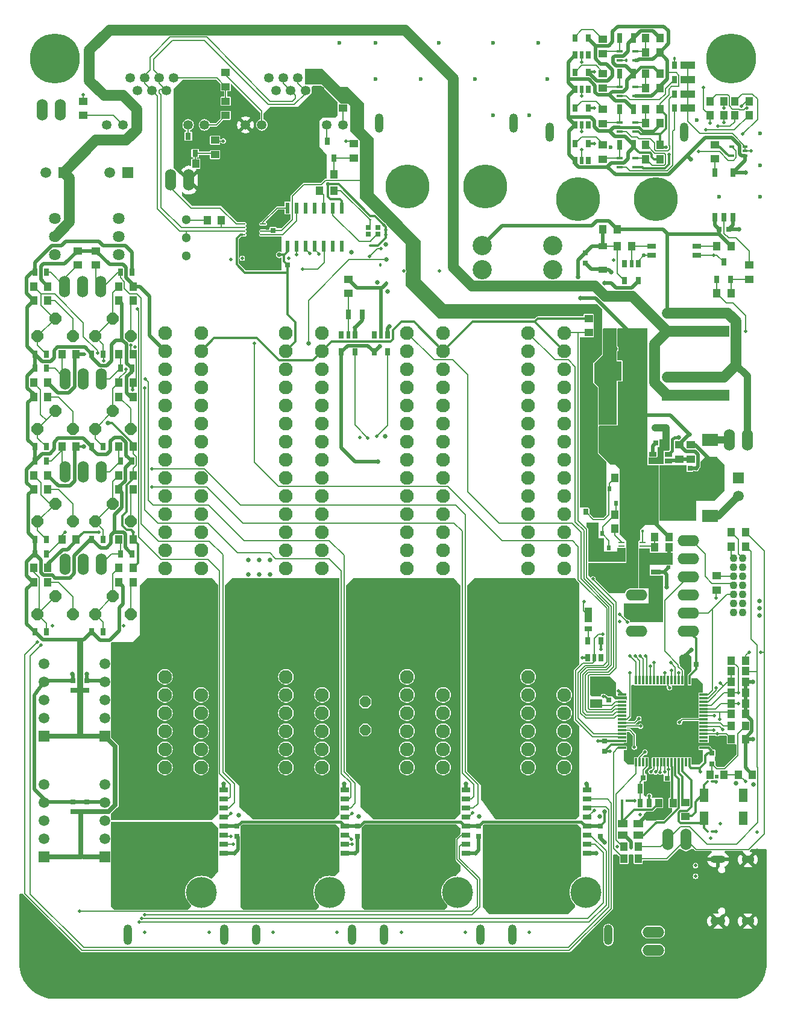
<source format=gbr>
%TF.GenerationSoftware,KiCad,Pcbnew,7.0.1*%
%TF.CreationDate,2023-03-31T00:04:02+09:00*%
%TF.ProjectId,(Eagle)PowerUnit-Bseries(ver2.0),28456167-6c65-4295-906f-776572556e69,rev?*%
%TF.SameCoordinates,Original*%
%TF.FileFunction,Copper,L4,Bot*%
%TF.FilePolarity,Positive*%
%FSLAX46Y46*%
G04 Gerber Fmt 4.6, Leading zero omitted, Abs format (unit mm)*
G04 Created by KiCad (PCBNEW 7.0.1) date 2023-03-31 00:04:02*
%MOMM*%
%LPD*%
G01*
G04 APERTURE LIST*
G04 Aperture macros list*
%AMRoundRect*
0 Rectangle with rounded corners*
0 $1 Rounding radius*
0 $2 $3 $4 $5 $6 $7 $8 $9 X,Y pos of 4 corners*
0 Add a 4 corners polygon primitive as box body*
4,1,4,$2,$3,$4,$5,$6,$7,$8,$9,$2,$3,0*
0 Add four circle primitives for the rounded corners*
1,1,$1+$1,$2,$3*
1,1,$1+$1,$4,$5*
1,1,$1+$1,$6,$7*
1,1,$1+$1,$8,$9*
0 Add four rect primitives between the rounded corners*
20,1,$1+$1,$2,$3,$4,$5,0*
20,1,$1+$1,$4,$5,$6,$7,0*
20,1,$1+$1,$6,$7,$8,$9,0*
20,1,$1+$1,$8,$9,$2,$3,0*%
%AMOutline5P*
0 Free polygon, 5 corners , with rotation*
0 The origin of the aperture is its center*
0 number of corners: always 5*
0 $1 to $10 corner X, Y*
0 $11 Rotation angle, in degrees counterclockwise*
0 create outline with 5 corners*
4,1,5,$1,$2,$3,$4,$5,$6,$7,$8,$9,$10,$1,$2,$11*%
%AMOutline6P*
0 Free polygon, 6 corners , with rotation*
0 The origin of the aperture is its center*
0 number of corners: always 6*
0 $1 to $12 corner X, Y*
0 $13 Rotation angle, in degrees counterclockwise*
0 create outline with 6 corners*
4,1,6,$1,$2,$3,$4,$5,$6,$7,$8,$9,$10,$11,$12,$1,$2,$13*%
%AMOutline7P*
0 Free polygon, 7 corners , with rotation*
0 The origin of the aperture is its center*
0 number of corners: always 7*
0 $1 to $14 corner X, Y*
0 $15 Rotation angle, in degrees counterclockwise*
0 create outline with 7 corners*
4,1,7,$1,$2,$3,$4,$5,$6,$7,$8,$9,$10,$11,$12,$13,$14,$1,$2,$15*%
%AMOutline8P*
0 Free polygon, 8 corners , with rotation*
0 The origin of the aperture is its center*
0 number of corners: always 8*
0 $1 to $16 corner X, Y*
0 $17 Rotation angle, in degrees counterclockwise*
0 create outline with 8 corners*
4,1,8,$1,$2,$3,$4,$5,$6,$7,$8,$9,$10,$11,$12,$13,$14,$15,$16,$1,$2,$17*%
G04 Aperture macros list end*
%TA.AperFunction,ComponentPad*%
%ADD10R,1.500000X1.500000*%
%TD*%
%TA.AperFunction,ComponentPad*%
%ADD11C,1.500000*%
%TD*%
%TA.AperFunction,ComponentPad*%
%ADD12Outline8P,-0.825000X0.341726X-0.341726X0.825000X0.341726X0.825000X0.825000X0.341726X0.825000X-0.341726X0.341726X-0.825000X-0.341726X-0.825000X-0.825000X-0.341726X0.000000*%
%TD*%
%TA.AperFunction,ComponentPad*%
%ADD13C,4.350000*%
%TD*%
%TA.AperFunction,ComponentPad*%
%ADD14O,1.200000X2.850000*%
%TD*%
%TA.AperFunction,ComponentPad*%
%ADD15C,7.010400*%
%TD*%
%TA.AperFunction,ComponentPad*%
%ADD16O,1.524000X3.048000*%
%TD*%
%TA.AperFunction,ComponentPad*%
%ADD17C,1.350000*%
%TD*%
%TA.AperFunction,ComponentPad*%
%ADD18O,2.100000X1.100000*%
%TD*%
%TA.AperFunction,ComponentPad*%
%ADD19O,1.800000X1.100000*%
%TD*%
%TA.AperFunction,ComponentPad*%
%ADD20O,3.048000X1.524000*%
%TD*%
%TA.AperFunction,ComponentPad*%
%ADD21C,6.150000*%
%TD*%
%TA.AperFunction,ComponentPad*%
%ADD22O,1.200000X2.700000*%
%TD*%
%TA.AperFunction,ComponentPad*%
%ADD23C,1.950000*%
%TD*%
%TA.AperFunction,ComponentPad*%
%ADD24C,1.635000*%
%TD*%
%TA.AperFunction,ComponentPad*%
%ADD25C,1.100000*%
%TD*%
%TA.AperFunction,ComponentPad*%
%ADD26C,2.700000*%
%TD*%
%TA.AperFunction,ComponentPad*%
%ADD27C,1.300000*%
%TD*%
%TA.AperFunction,ComponentPad*%
%ADD28Outline8P,-0.750000X0.310660X-0.310660X0.750000X0.310660X0.750000X0.750000X0.310660X0.750000X-0.310660X0.310660X-0.750000X-0.310660X-0.750000X-0.750000X-0.310660X90.000000*%
%TD*%
%TA.AperFunction,SMDPad,CuDef*%
%ADD29R,0.700000X0.800000*%
%TD*%
%TA.AperFunction,SMDPad,CuDef*%
%ADD30R,1.200000X1.000000*%
%TD*%
%TA.AperFunction,SMDPad,CuDef*%
%ADD31R,0.350000X0.400000*%
%TD*%
%TA.AperFunction,SMDPad,CuDef*%
%ADD32R,1.000000X1.200000*%
%TD*%
%TA.AperFunction,SMDPad,CuDef*%
%ADD33R,1.300000X1.900000*%
%TD*%
%TA.AperFunction,SMDPad,CuDef*%
%ADD34R,0.800000X1.000000*%
%TD*%
%TA.AperFunction,SMDPad,CuDef*%
%ADD35R,0.600000X1.000000*%
%TD*%
%TA.AperFunction,SMDPad,CuDef*%
%ADD36R,0.800000X0.700000*%
%TD*%
%TA.AperFunction,SMDPad,CuDef*%
%ADD37R,1.000000X0.700000*%
%TD*%
%TA.AperFunction,SMDPad,CuDef*%
%ADD38R,0.650000X1.200000*%
%TD*%
%TA.AperFunction,SMDPad,CuDef*%
%ADD39R,0.950000X0.450000*%
%TD*%
%TA.AperFunction,SMDPad,CuDef*%
%ADD40R,1.220000X0.910000*%
%TD*%
%TA.AperFunction,SMDPad,CuDef*%
%ADD41R,0.600000X1.550000*%
%TD*%
%TA.AperFunction,SMDPad,CuDef*%
%ADD42R,0.800000X1.400000*%
%TD*%
%TA.AperFunction,SMDPad,CuDef*%
%ADD43R,0.300000X1.200000*%
%TD*%
%TA.AperFunction,SMDPad,CuDef*%
%ADD44R,1.200000X0.300000*%
%TD*%
%TA.AperFunction,SMDPad,CuDef*%
%ADD45R,1.590000X4.440000*%
%TD*%
%TA.AperFunction,SMDPad,CuDef*%
%ADD46R,1.270000X0.635000*%
%TD*%
%TA.AperFunction,SMDPad,CuDef*%
%ADD47R,1.200000X2.200000*%
%TD*%
%TA.AperFunction,SMDPad,CuDef*%
%ADD48R,3.500000X2.200000*%
%TD*%
%TA.AperFunction,SMDPad,CuDef*%
%ADD49R,2.160000X1.780000*%
%TD*%
%TA.AperFunction,SMDPad,CuDef*%
%ADD50R,0.750000X0.700000*%
%TD*%
%TA.AperFunction,SMDPad,CuDef*%
%ADD51R,0.250000X0.300000*%
%TD*%
%TA.AperFunction,SMDPad,CuDef*%
%ADD52R,0.800000X1.100000*%
%TD*%
%TA.AperFunction,SMDPad,CuDef*%
%ADD53R,2.000000X1.100000*%
%TD*%
%TA.AperFunction,SMDPad,CuDef*%
%ADD54R,0.800000X0.400000*%
%TD*%
%TA.AperFunction,SMDPad,CuDef*%
%ADD55R,1.100000X0.800000*%
%TD*%
%TA.AperFunction,SMDPad,CuDef*%
%ADD56R,1.100000X2.000000*%
%TD*%
%TA.AperFunction,SMDPad,CuDef*%
%ADD57R,0.500000X0.530000*%
%TD*%
%TA.AperFunction,SMDPad,CuDef*%
%ADD58R,0.800000X1.200000*%
%TD*%
%TA.AperFunction,SMDPad,CuDef*%
%ADD59R,1.400000X0.800000*%
%TD*%
%TA.AperFunction,SMDPad,CuDef*%
%ADD60RoundRect,0.125000X-0.300000X0.000000X-0.300000X0.000000X0.300000X0.000000X0.300000X0.000000X0*%
%TD*%
%TA.AperFunction,SMDPad,CuDef*%
%ADD61R,1.800000X1.650000*%
%TD*%
%TA.AperFunction,SMDPad,CuDef*%
%ADD62R,0.300000X0.250000*%
%TD*%
%TA.AperFunction,SMDPad,CuDef*%
%ADD63R,0.900000X0.800000*%
%TD*%
%TA.AperFunction,SMDPad,CuDef*%
%ADD64R,1.200000X2.300000*%
%TD*%
%TA.AperFunction,SMDPad,CuDef*%
%ADD65R,0.400000X0.350000*%
%TD*%
%TA.AperFunction,SMDPad,CuDef*%
%ADD66R,1.700000X1.200000*%
%TD*%
%TA.AperFunction,SMDPad,CuDef*%
%ADD67R,0.600000X0.700000*%
%TD*%
%TA.AperFunction,SMDPad,CuDef*%
%ADD68R,1.200000X0.800000*%
%TD*%
%TA.AperFunction,SMDPad,CuDef*%
%ADD69R,0.850000X0.280000*%
%TD*%
%TA.AperFunction,SMDPad,CuDef*%
%ADD70R,1.650000X2.400000*%
%TD*%
%TA.AperFunction,SMDPad,CuDef*%
%ADD71R,0.280000X0.700000*%
%TD*%
%TA.AperFunction,SMDPad,CuDef*%
%ADD72R,1.400000X1.100000*%
%TD*%
%TA.AperFunction,SMDPad,CuDef*%
%ADD73R,0.800000X0.900000*%
%TD*%
%TA.AperFunction,ViaPad*%
%ADD74C,0.502400*%
%TD*%
%TA.AperFunction,ViaPad*%
%ADD75C,0.652400*%
%TD*%
%TA.AperFunction,ViaPad*%
%ADD76C,0.472400*%
%TD*%
%TA.AperFunction,ViaPad*%
%ADD77C,0.462400*%
%TD*%
%TA.AperFunction,ViaPad*%
%ADD78C,0.482400*%
%TD*%
%TA.AperFunction,ViaPad*%
%ADD79C,0.457200*%
%TD*%
%TA.AperFunction,ViaPad*%
%ADD80C,0.600000*%
%TD*%
%TA.AperFunction,ViaPad*%
%ADD81C,0.552400*%
%TD*%
%TA.AperFunction,ViaPad*%
%ADD82C,1.152400*%
%TD*%
%TA.AperFunction,ViaPad*%
%ADD83C,0.602400*%
%TD*%
%TA.AperFunction,Conductor*%
%ADD84C,0.200000*%
%TD*%
%TA.AperFunction,Conductor*%
%ADD85C,1.500000*%
%TD*%
%TA.AperFunction,Conductor*%
%ADD86C,0.500000*%
%TD*%
%TA.AperFunction,Conductor*%
%ADD87C,1.000000*%
%TD*%
%TA.AperFunction,Conductor*%
%ADD88C,0.300000*%
%TD*%
%TA.AperFunction,Conductor*%
%ADD89C,0.350000*%
%TD*%
%TA.AperFunction,Conductor*%
%ADD90C,0.400000*%
%TD*%
%TA.AperFunction,Conductor*%
%ADD91C,0.450000*%
%TD*%
%TA.AperFunction,Conductor*%
%ADD92C,0.160000*%
%TD*%
%TA.AperFunction,Conductor*%
%ADD93C,0.152400*%
%TD*%
%TA.AperFunction,Conductor*%
%ADD94C,0.700000*%
%TD*%
%TA.AperFunction,Conductor*%
%ADD95C,0.127000*%
%TD*%
G04 APERTURE END LIST*
D10*
%TO.P,SPOW,1*%
%TO.N,SGND*%
X197001100Y-100383600D03*
D11*
%TO.P,SPOW,2*%
%TO.N,N$37*%
X197001100Y-102923600D03*
%TD*%
D12*
%TO.P,TP5,CENTER*%
%TO.N,CS3_REF1*%
X101051100Y-104003600D03*
%TO.P,TP5,LEFT*%
X98551100Y-106503600D03*
%TO.P,TP5,RIGHT*%
%TO.N,N$82*%
X103551100Y-106503600D03*
%TD*%
%TO.P,TP1,CENTER*%
%TO.N,CS1_REF1*%
X101051100Y-78003600D03*
%TO.P,TP1,LEFT*%
X98551100Y-80503600D03*
%TO.P,TP1,RIGHT*%
%TO.N,N$13*%
X103551100Y-80503600D03*
%TD*%
D10*
%TO.P,Encoder4,1*%
%TO.N,SGND*%
X108001100Y-153583600D03*
D11*
%TO.P,Encoder4,2*%
%TO.N,N/C*%
X108001100Y-151043600D03*
%TO.P,Encoder4,3*%
%TO.N,ENC4_A*%
X108001100Y-148503600D03*
%TO.P,Encoder4,4*%
%TO.N,+5V*%
X108001100Y-145963600D03*
%TO.P,Encoder4,5*%
%TO.N,ENC4_B*%
X108001100Y-143423600D03*
%TD*%
D13*
%TO.P,Motor1,+*%
%TO.N,N$4*%
X121601100Y-158503600D03*
%TO.P,Motor1,-*%
%TO.N,IP1*%
X114401100Y-158503600D03*
D14*
%TO.P,Motor1,P$3*%
%TO.N,N/C*%
X124751100Y-164503600D03*
%TO.P,Motor1,P$4*%
X111251100Y-164503600D03*
%TD*%
D15*
%TO.P,H1,P$1*%
%TO.N,PGND*%
X101001100Y-41503600D03*
%TD*%
D10*
%TO.P,Emergency1,1*%
%TO.N,N$21*%
X102271100Y-57503600D03*
D11*
%TO.P,Emergency1,2*%
%TO.N,N$19*%
X99731100Y-57503600D03*
%TD*%
D12*
%TO.P,TP6,CENTER*%
%TO.N,CS3_REF2*%
X109151100Y-104003600D03*
%TO.P,TP6,LEFT*%
X106651100Y-106503600D03*
%TO.P,TP6,RIGHT*%
%TO.N,N$98*%
X111651100Y-106503600D03*
%TD*%
D16*
%TO.P,JP10,1*%
%TO.N,CS4_OCD2*%
X107541100Y-112503600D03*
%TO.P,JP10,2*%
%TO.N,N$114*%
X105001100Y-112503600D03*
%TO.P,JP10,3*%
%TO.N,CS4_OCD1*%
X102461100Y-112503600D03*
%TD*%
D17*
%TO.P,RJ45_1,1*%
%TO.N,+5V*%
X111581100Y-44243600D03*
%TO.P,RJ45_1,2*%
%TO.N,SGND*%
X112601100Y-46023600D03*
%TO.P,RJ45_1,3*%
%TO.N,CAN_L*%
X113621100Y-44243600D03*
%TO.P,RJ45_1,4*%
X114641100Y-46023600D03*
%TO.P,RJ45_1,5*%
%TO.N,CAN_H*%
X115661100Y-44243600D03*
%TO.P,RJ45_1,6*%
X116681100Y-46023600D03*
%TO.P,RJ45_1,7*%
%TO.N,+5V*%
X117701100Y-44243600D03*
%TO.P,RJ45_1,8*%
%TO.N,SGND*%
X118721100Y-46023600D03*
%TO.P,RJ45_1,LED1_A*%
%TO.N,N$69*%
X122011100Y-50843600D03*
%TO.P,RJ45_1,LED1_K*%
%TO.N,N$71*%
X119721100Y-50843600D03*
%TO.P,RJ45_1,LED2_A*%
%TO.N,N$51*%
X110581100Y-50843600D03*
%TO.P,RJ45_1,LED2_K*%
%TO.N,SGND*%
X108291100Y-50843600D03*
%TD*%
D12*
%TO.P,TP7,CENTER*%
%TO.N,CS4_REF1*%
X101051100Y-117003600D03*
%TO.P,TP7,LEFT*%
X98551100Y-119503600D03*
%TO.P,TP7,RIGHT*%
%TO.N,N$100*%
X103551100Y-119503600D03*
%TD*%
D18*
%TO.P,USB1,SHIELD1*%
%TO.N,SGND*%
X194171100Y-162563600D03*
D19*
%TO.P,USB1,SHIELD2*%
X198351100Y-162563600D03*
%TO.P,USB1,SHIELD3*%
X198351100Y-153923600D03*
D18*
%TO.P,USB1,SHIELD4*%
X194171100Y-153923600D03*
%TD*%
D20*
%TO.P,BOOTMODE,1*%
%TO.N,BOOT0*%
X185061100Y-164093600D03*
%TO.P,BOOTMODE,2*%
%TO.N,+3V3*%
X185061100Y-166633600D03*
%TD*%
D16*
%TO.P,JP1,1*%
%TO.N,CS2_OCD2*%
X107541100Y-86503600D03*
%TO.P,JP1,2*%
%TO.N,N$83*%
X105001100Y-86503600D03*
%TO.P,JP1,3*%
%TO.N,CS2_OCD1*%
X102461100Y-86503600D03*
%TD*%
D12*
%TO.P,TP8,CENTER*%
%TO.N,CS4_REF2*%
X109151100Y-117003600D03*
%TO.P,TP8,LEFT*%
X106651100Y-119503600D03*
%TO.P,TP8,RIGHT*%
%TO.N,N$101*%
X111651100Y-119503600D03*
%TD*%
D16*
%TO.P,JP7,1*%
%TO.N,SGND*%
X119821100Y-58583600D03*
%TO.P,JP7,2*%
%TO.N,N$68*%
X117281100Y-58583600D03*
%TD*%
D21*
%TO.P,BATTERY,+*%
%TO.N,N$25*%
X185421100Y-61253600D03*
%TO.P,BATTERY,-*%
%TO.N,PGND*%
X174521100Y-61253600D03*
D22*
%TO.P,BATTERY,P$3*%
%TO.N,N/C*%
X170521100Y-51853600D03*
%TO.P,BATTERY,P$4*%
X189421100Y-51853600D03*
%TD*%
D13*
%TO.P,CON4,+*%
%TO.N,N$10*%
X175601100Y-158503600D03*
%TO.P,CON4,-*%
%TO.N,IP4*%
X168401100Y-158503600D03*
D14*
%TO.P,CON4,P$3*%
%TO.N,N/C*%
X178751100Y-164503600D03*
%TO.P,CON4,P$4*%
X165251100Y-164503600D03*
%TD*%
D10*
%TO.P,Encoder3,1*%
%TO.N,SGND*%
X99500000Y-153583600D03*
D11*
%TO.P,Encoder3,2*%
%TO.N,N/C*%
X99500000Y-151043600D03*
%TO.P,Encoder3,3*%
%TO.N,ENC3_A*%
X99500000Y-148503600D03*
%TO.P,Encoder3,4*%
%TO.N,+5V*%
X99500000Y-145963600D03*
%TO.P,Encoder3,5*%
%TO.N,ENC3_B*%
X99500000Y-143423600D03*
%TD*%
D23*
%TO.P,EDGE3,P$1*%
%TO.N,N$6*%
X155541100Y-140983600D03*
%TO.P,EDGE3,P$2*%
X155541100Y-138443600D03*
%TO.P,EDGE3,P$3*%
X155541100Y-135903600D03*
%TO.P,EDGE3,P$4*%
X155541100Y-133363600D03*
%TO.P,EDGE3,P$5*%
X155541100Y-130823600D03*
%TO.P,EDGE3,P$6*%
%TO.N,IN3*%
X155541100Y-128283600D03*
%TO.P,EDGE3,P$7*%
X155541100Y-125743600D03*
%TO.P,EDGE3,P$8*%
X155541100Y-123203600D03*
%TO.P,EDGE3,P$9*%
X155541100Y-120663600D03*
%TO.P,EDGE3,P$10*%
X155541100Y-118123600D03*
%TO.P,EDGE3,P$11*%
X155541100Y-115583600D03*
%TO.P,EDGE3,P$12*%
%TO.N,N$111*%
X155541100Y-113043600D03*
%TO.P,EDGE3,P$13*%
X155541100Y-110503600D03*
%TO.P,EDGE3,P$14*%
X155541100Y-107963600D03*
%TO.P,EDGE3,P$15*%
X155541100Y-105423600D03*
%TO.P,EDGE3,P$16*%
X155541100Y-102883600D03*
%TO.P,EDGE3,P$17*%
X155541100Y-100343600D03*
%TO.P,EDGE3,P$18*%
X155541100Y-97803600D03*
%TO.P,EDGE3,P$19*%
X155541100Y-95263600D03*
%TO.P,EDGE3,P$20*%
X155541100Y-92723600D03*
%TO.P,EDGE3,P$21*%
X155541100Y-90183600D03*
%TO.P,EDGE3,P$22*%
X155541100Y-87643600D03*
%TO.P,EDGE3,P$23*%
X155541100Y-85103600D03*
%TO.P,EDGE3,P$24*%
%TO.N,SGND*%
X155541100Y-82563600D03*
%TO.P,EDGE3,P$25*%
%TO.N,PWM3*%
X155541100Y-80023600D03*
%TO.P,EDGE3,P$26*%
%TO.N,DIR3*%
X150461100Y-80023600D03*
%TO.P,EDGE3,P$27*%
%TO.N,+3V3*%
X150461100Y-82563600D03*
%TO.P,EDGE3,P$28*%
%TO.N,PGND*%
X150461100Y-85103600D03*
%TO.P,EDGE3,P$29*%
X150461100Y-87643600D03*
%TO.P,EDGE3,P$30*%
X150461100Y-90183600D03*
%TO.P,EDGE3,P$31*%
X150461100Y-92723600D03*
%TO.P,EDGE3,P$32*%
X150461100Y-95263600D03*
%TO.P,EDGE3,P$33*%
X150461100Y-97803600D03*
%TO.P,EDGE3,P$34*%
X150461100Y-100343600D03*
%TO.P,EDGE3,P$35*%
X150461100Y-102883600D03*
%TO.P,EDGE3,P$36*%
X150461100Y-105423600D03*
%TO.P,EDGE3,P$37*%
X150461100Y-107963600D03*
%TO.P,EDGE3,P$38*%
X150461100Y-110503600D03*
%TO.P,EDGE3,P$39*%
X150461100Y-113043600D03*
%TO.P,EDGE3,P$40*%
%TO.N,IN3*%
X150461100Y-115583600D03*
%TO.P,EDGE3,P$41*%
X150461100Y-118123600D03*
%TO.P,EDGE3,P$42*%
X150461100Y-120663600D03*
%TO.P,EDGE3,P$43*%
X150461100Y-123203600D03*
%TO.P,EDGE3,P$44*%
X150461100Y-125743600D03*
%TO.P,EDGE3,P$45*%
%TO.N,N$6*%
X150461100Y-128283600D03*
%TO.P,EDGE3,P$46*%
X150461100Y-130823600D03*
%TO.P,EDGE3,P$47*%
X150461100Y-133363600D03*
%TO.P,EDGE3,P$48*%
X150461100Y-135903600D03*
%TO.P,EDGE3,P$49*%
X150461100Y-138443600D03*
%TO.P,EDGE3,P$50*%
X150461100Y-140983600D03*
%TD*%
D10*
%TO.P,Encoder2,1*%
%TO.N,SGND*%
X108001100Y-136583600D03*
D11*
%TO.P,Encoder2,2*%
%TO.N,N/C*%
X108001100Y-134043600D03*
%TO.P,Encoder2,3*%
%TO.N,ENC2_A*%
X108001100Y-131503600D03*
%TO.P,Encoder2,4*%
%TO.N,+5V*%
X108001100Y-128963600D03*
%TO.P,Encoder2,5*%
%TO.N,ENC2_B*%
X108001100Y-126423600D03*
%TD*%
D23*
%TO.P,EDGE1,P$1*%
%TO.N,N$4*%
X121541100Y-140983600D03*
%TO.P,EDGE1,P$2*%
X121541100Y-138443600D03*
%TO.P,EDGE1,P$3*%
X121541100Y-135903600D03*
%TO.P,EDGE1,P$4*%
X121541100Y-133363600D03*
%TO.P,EDGE1,P$5*%
X121541100Y-130823600D03*
%TO.P,EDGE1,P$6*%
%TO.N,IN1*%
X121541100Y-128283600D03*
%TO.P,EDGE1,P$7*%
X121541100Y-125743600D03*
%TO.P,EDGE1,P$8*%
X121541100Y-123203600D03*
%TO.P,EDGE1,P$9*%
X121541100Y-120663600D03*
%TO.P,EDGE1,P$10*%
X121541100Y-118123600D03*
%TO.P,EDGE1,P$11*%
X121541100Y-115583600D03*
%TO.P,EDGE1,P$12*%
%TO.N,N$111*%
X121541100Y-113043600D03*
%TO.P,EDGE1,P$13*%
X121541100Y-110503600D03*
%TO.P,EDGE1,P$14*%
X121541100Y-107963600D03*
%TO.P,EDGE1,P$15*%
X121541100Y-105423600D03*
%TO.P,EDGE1,P$16*%
X121541100Y-102883600D03*
%TO.P,EDGE1,P$17*%
X121541100Y-100343600D03*
%TO.P,EDGE1,P$18*%
X121541100Y-97803600D03*
%TO.P,EDGE1,P$19*%
X121541100Y-95263600D03*
%TO.P,EDGE1,P$20*%
X121541100Y-92723600D03*
%TO.P,EDGE1,P$21*%
X121541100Y-90183600D03*
%TO.P,EDGE1,P$22*%
X121541100Y-87643600D03*
%TO.P,EDGE1,P$23*%
X121541100Y-85103600D03*
%TO.P,EDGE1,P$24*%
%TO.N,SGND*%
X121541100Y-82563600D03*
%TO.P,EDGE1,P$25*%
%TO.N,PWM1*%
X121541100Y-80023600D03*
%TO.P,EDGE1,P$26*%
%TO.N,DIR1*%
X116461100Y-80023600D03*
%TO.P,EDGE1,P$27*%
%TO.N,+3V3*%
X116461100Y-82563600D03*
%TO.P,EDGE1,P$28*%
%TO.N,PGND*%
X116461100Y-85103600D03*
%TO.P,EDGE1,P$29*%
X116461100Y-87643600D03*
%TO.P,EDGE1,P$30*%
X116461100Y-90183600D03*
%TO.P,EDGE1,P$31*%
X116461100Y-92723600D03*
%TO.P,EDGE1,P$32*%
X116461100Y-95263600D03*
%TO.P,EDGE1,P$33*%
X116461100Y-97803600D03*
%TO.P,EDGE1,P$34*%
X116461100Y-100343600D03*
%TO.P,EDGE1,P$35*%
X116461100Y-102883600D03*
%TO.P,EDGE1,P$36*%
X116461100Y-105423600D03*
%TO.P,EDGE1,P$37*%
X116461100Y-107963600D03*
%TO.P,EDGE1,P$38*%
X116461100Y-110503600D03*
%TO.P,EDGE1,P$39*%
X116461100Y-113043600D03*
%TO.P,EDGE1,P$40*%
%TO.N,IN1*%
X116461100Y-115583600D03*
%TO.P,EDGE1,P$41*%
X116461100Y-118123600D03*
%TO.P,EDGE1,P$42*%
X116461100Y-120663600D03*
%TO.P,EDGE1,P$43*%
X116461100Y-123203600D03*
%TO.P,EDGE1,P$44*%
X116461100Y-125743600D03*
%TO.P,EDGE1,P$45*%
%TO.N,N$4*%
X116461100Y-128283600D03*
%TO.P,EDGE1,P$46*%
X116461100Y-130823600D03*
%TO.P,EDGE1,P$47*%
X116461100Y-133363600D03*
%TO.P,EDGE1,P$48*%
X116461100Y-135903600D03*
%TO.P,EDGE1,P$49*%
X116461100Y-138443600D03*
%TO.P,EDGE1,P$50*%
X116461100Y-140983600D03*
%TD*%
D15*
%TO.P,H3,P$1*%
%TO.N,SGND*%
X196001100Y-168503600D03*
%TD*%
D10*
%TO.P,Encoder1,1*%
%TO.N,SGND*%
X99500000Y-136583600D03*
D11*
%TO.P,Encoder1,2*%
%TO.N,N/C*%
X99500000Y-134043600D03*
%TO.P,Encoder1,3*%
%TO.N,ENC1_A*%
X99500000Y-131503600D03*
%TO.P,Encoder1,4*%
%TO.N,+5V*%
X99500000Y-128963600D03*
%TO.P,Encoder1,5*%
%TO.N,ENC1_B*%
X99500000Y-126423600D03*
%TD*%
D24*
%TO.P,SW4,O*%
%TO.N,N$19*%
X101001100Y-63963600D03*
%TO.P,SW4,P*%
%TO.N,N$21*%
X101001100Y-66503600D03*
%TO.P,SW4,S*%
%TO.N,N/C*%
X101001100Y-69043600D03*
%TD*%
D10*
%TO.P,INV_SW2,1*%
%TO.N,N$19*%
X111271100Y-57503600D03*
D11*
%TO.P,INV_SW2,2*%
%TO.N,PGND*%
X108731100Y-57503600D03*
%TD*%
D23*
%TO.P,EDGE2,P$1*%
%TO.N,N$5*%
X138541100Y-140983600D03*
%TO.P,EDGE2,P$2*%
X138541100Y-138443600D03*
%TO.P,EDGE2,P$3*%
X138541100Y-135903600D03*
%TO.P,EDGE2,P$4*%
X138541100Y-133363600D03*
%TO.P,EDGE2,P$5*%
X138541100Y-130823600D03*
%TO.P,EDGE2,P$6*%
%TO.N,IN2*%
X138541100Y-128283600D03*
%TO.P,EDGE2,P$7*%
X138541100Y-125743600D03*
%TO.P,EDGE2,P$8*%
X138541100Y-123203600D03*
%TO.P,EDGE2,P$9*%
X138541100Y-120663600D03*
%TO.P,EDGE2,P$10*%
X138541100Y-118123600D03*
%TO.P,EDGE2,P$11*%
X138541100Y-115583600D03*
%TO.P,EDGE2,P$12*%
%TO.N,N$111*%
X138541100Y-113043600D03*
%TO.P,EDGE2,P$13*%
X138541100Y-110503600D03*
%TO.P,EDGE2,P$14*%
X138541100Y-107963600D03*
%TO.P,EDGE2,P$15*%
X138541100Y-105423600D03*
%TO.P,EDGE2,P$16*%
X138541100Y-102883600D03*
%TO.P,EDGE2,P$17*%
X138541100Y-100343600D03*
%TO.P,EDGE2,P$18*%
X138541100Y-97803600D03*
%TO.P,EDGE2,P$19*%
X138541100Y-95263600D03*
%TO.P,EDGE2,P$20*%
X138541100Y-92723600D03*
%TO.P,EDGE2,P$21*%
X138541100Y-90183600D03*
%TO.P,EDGE2,P$22*%
X138541100Y-87643600D03*
%TO.P,EDGE2,P$23*%
X138541100Y-85103600D03*
%TO.P,EDGE2,P$24*%
%TO.N,SGND*%
X138541100Y-82563600D03*
%TO.P,EDGE2,P$25*%
%TO.N,PWM2*%
X138541100Y-80023600D03*
%TO.P,EDGE2,P$26*%
%TO.N,DIR2*%
X133461100Y-80023600D03*
%TO.P,EDGE2,P$27*%
%TO.N,+3V3*%
X133461100Y-82563600D03*
%TO.P,EDGE2,P$28*%
%TO.N,PGND*%
X133461100Y-85103600D03*
%TO.P,EDGE2,P$29*%
X133461100Y-87643600D03*
%TO.P,EDGE2,P$30*%
X133461100Y-90183600D03*
%TO.P,EDGE2,P$31*%
X133461100Y-92723600D03*
%TO.P,EDGE2,P$32*%
X133461100Y-95263600D03*
%TO.P,EDGE2,P$33*%
X133461100Y-97803600D03*
%TO.P,EDGE2,P$34*%
X133461100Y-100343600D03*
%TO.P,EDGE2,P$35*%
X133461100Y-102883600D03*
%TO.P,EDGE2,P$36*%
X133461100Y-105423600D03*
%TO.P,EDGE2,P$37*%
X133461100Y-107963600D03*
%TO.P,EDGE2,P$38*%
X133461100Y-110503600D03*
%TO.P,EDGE2,P$39*%
X133461100Y-113043600D03*
%TO.P,EDGE2,P$40*%
%TO.N,IN2*%
X133461100Y-115583600D03*
%TO.P,EDGE2,P$41*%
X133461100Y-118123600D03*
%TO.P,EDGE2,P$42*%
X133461100Y-120663600D03*
%TO.P,EDGE2,P$43*%
X133461100Y-123203600D03*
%TO.P,EDGE2,P$44*%
X133461100Y-125743600D03*
%TO.P,EDGE2,P$45*%
%TO.N,N$5*%
X133461100Y-128283600D03*
%TO.P,EDGE2,P$46*%
X133461100Y-130823600D03*
%TO.P,EDGE2,P$47*%
X133461100Y-133363600D03*
%TO.P,EDGE2,P$48*%
X133461100Y-135903600D03*
%TO.P,EDGE2,P$49*%
X133461100Y-138443600D03*
%TO.P,EDGE2,P$50*%
X133461100Y-140983600D03*
%TD*%
D13*
%TO.P,Motor3,+*%
%TO.N,N$6*%
X157601100Y-158503600D03*
%TO.P,Motor3,-*%
%TO.N,IP3*%
X150401100Y-158503600D03*
D14*
%TO.P,Motor3,P$3*%
%TO.N,N/C*%
X160751100Y-164503600D03*
%TO.P,Motor3,P$4*%
X147251100Y-164503600D03*
%TD*%
D16*
%TO.P,SPOW,1*%
%TO.N,VCC*%
X198271100Y-95053600D03*
%TO.P,SPOW,2*%
%TO.N,N$35*%
X195731100Y-95053600D03*
%TD*%
D21*
%TO.P,THRU,+*%
%TO.N,VCC*%
X150551100Y-59503600D03*
%TO.P,THRU,-*%
%TO.N,PGND*%
X161451100Y-59503600D03*
D22*
%TO.P,THRU,P$3*%
%TO.N,N/C*%
X146551100Y-50603600D03*
%TO.P,THRU,P$4*%
X165451100Y-50603600D03*
%TD*%
D25*
%TO.P,ML1,1*%
%TO.N,N/C*%
X197636100Y-119263600D03*
%TO.P,ML1,2*%
X196366100Y-119263600D03*
%TO.P,ML1,3*%
%TO.N,+3V3*%
X197636100Y-117993600D03*
%TO.P,ML1,4*%
%TO.N,SWDIO*%
X196366100Y-117993600D03*
%TO.P,ML1,5*%
%TO.N,SGND*%
X197636100Y-116723600D03*
%TO.P,ML1,6*%
%TO.N,SWCLK*%
X196366100Y-116723600D03*
%TO.P,ML1,7*%
%TO.N,SGND*%
X197636100Y-115453600D03*
%TO.P,ML1,8*%
%TO.N,SWO*%
X196366100Y-115453600D03*
%TO.P,ML1,9*%
%TO.N,N/C*%
X197636100Y-114183600D03*
%TO.P,ML1,10*%
%TO.N,N$67*%
X196366100Y-114183600D03*
%TO.P,ML1,11*%
%TO.N,SGND*%
X197636100Y-112913600D03*
%TO.P,ML1,12*%
%TO.N,NRST*%
X196366100Y-112913600D03*
%TO.P,ML1,13*%
%TO.N,N$64*%
X197636100Y-111643600D03*
%TO.P,ML1,14*%
%TO.N,N$66*%
X196366100Y-111643600D03*
%TD*%
D16*
%TO.P,JP8,1*%
%TO.N,CS1_OCD2*%
X107461100Y-73503600D03*
%TO.P,JP8,2*%
%TO.N,N$9*%
X104921100Y-73503600D03*
%TO.P,JP8,3*%
%TO.N,CS1_OCD1*%
X102381100Y-73503600D03*
%TD*%
%TO.P,GND,1*%
%TO.N,SGND*%
X101771100Y-48713600D03*
%TO.P,GND,2*%
%TO.N,PGND*%
X99231100Y-48713600D03*
%TD*%
D12*
%TO.P,TP3,CENTER*%
%TO.N,CS2_REF1*%
X101051100Y-91003600D03*
%TO.P,TP3,LEFT*%
X98551100Y-93503600D03*
%TO.P,TP3,RIGHT*%
%TO.N,N$79*%
X103551100Y-93503600D03*
%TD*%
D10*
%TO.P,CTRL2,1*%
%TO.N,N$21*%
X195001100Y-88773600D03*
D11*
%TO.P,CTRL2,2*%
%TO.N,VCC*%
X195001100Y-86233600D03*
%TD*%
D17*
%TO.P,RJ45_2,1*%
%TO.N,+5V*%
X131081100Y-44243600D03*
%TO.P,RJ45_2,2*%
%TO.N,SGND*%
X132101100Y-46023600D03*
%TO.P,RJ45_2,3*%
%TO.N,CAN_L*%
X133121100Y-44243600D03*
%TO.P,RJ45_2,4*%
X134141100Y-46023600D03*
%TO.P,RJ45_2,5*%
%TO.N,CAN_H*%
X135161100Y-44243600D03*
%TO.P,RJ45_2,6*%
X136181100Y-46023600D03*
%TO.P,RJ45_2,7*%
%TO.N,+5V*%
X137201100Y-44243600D03*
%TO.P,RJ45_2,8*%
%TO.N,SGND*%
X138221100Y-46023600D03*
%TO.P,RJ45_2,LED1_A*%
%TO.N,N$70*%
X141511100Y-50843600D03*
%TO.P,RJ45_2,LED1_K*%
%TO.N,N$72*%
X139221100Y-50843600D03*
%TO.P,RJ45_2,LED2_A*%
%TO.N,N$53*%
X130081100Y-50843600D03*
%TO.P,RJ45_2,LED2_K*%
%TO.N,SGND*%
X127791100Y-50843600D03*
%TD*%
D16*
%TO.P,ECHO,1*%
%TO.N,USART_RX*%
X189651100Y-151103600D03*
%TO.P,ECHO,2*%
%TO.N,USART_TX*%
X187111100Y-151103600D03*
%TD*%
D10*
%TO.P,THRU2,1*%
%TO.N,N$21*%
X187001100Y-88773600D03*
D11*
%TO.P,THRU2,2*%
%TO.N,VCC*%
X187001100Y-86233600D03*
%TD*%
D12*
%TO.P,TP2,CENTER*%
%TO.N,CS1_REF2*%
X109151100Y-78003600D03*
%TO.P,TP2,LEFT*%
X106651100Y-80503600D03*
%TO.P,TP2,RIGHT*%
%TO.N,N$2*%
X111651100Y-80503600D03*
%TD*%
D16*
%TO.P,JP9,1*%
%TO.N,CS3_OCD2*%
X107541100Y-99503600D03*
%TO.P,JP9,2*%
%TO.N,N$87*%
X105001100Y-99503600D03*
%TO.P,JP9,3*%
%TO.N,CS3_OCD1*%
X102461100Y-99503600D03*
%TD*%
D12*
%TO.P,TP4,CENTER*%
%TO.N,CS2_REF2*%
X109151100Y-91003600D03*
%TO.P,TP4,LEFT*%
X106651100Y-93503600D03*
%TO.P,TP4,RIGHT*%
%TO.N,N$80*%
X111651100Y-93503600D03*
%TD*%
D20*
%TO.P,JP11,1*%
%TO.N,+3V3*%
X190001100Y-121853600D03*
%TO.P,JP11,2*%
%TO.N,SWCLK*%
X190001100Y-119313600D03*
%TO.P,JP11,3*%
%TO.N,SGND*%
X190001100Y-116773600D03*
%TO.P,JP11,4*%
%TO.N,SWDIO*%
X190001100Y-114233600D03*
%TO.P,JP11,5*%
%TO.N,NRST*%
X190001100Y-111693600D03*
%TO.P,JP11,6*%
%TO.N,SWO*%
X190001100Y-109153600D03*
%TD*%
D10*
%TO.P,THRU1,1*%
%TO.N,N$21*%
X187001100Y-79773600D03*
D11*
%TO.P,THRU1,2*%
%TO.N,VCC*%
X187001100Y-77233600D03*
%TD*%
D20*
%TO.P,JP6,1*%
%TO.N,U5V*%
X182701100Y-121843600D03*
%TO.P,JP6,2*%
%TO.N,N$20*%
X182701100Y-119303600D03*
%TO.P,JP6,3*%
%TO.N,E5V*%
X182701100Y-116763600D03*
%TD*%
D13*
%TO.P,MOTER,+*%
%TO.N,N$5*%
X139601100Y-158503600D03*
%TO.P,MOTER,-*%
%TO.N,IP2*%
X132401100Y-158503600D03*
D14*
%TO.P,MOTER,P$3*%
%TO.N,N/C*%
X142751100Y-164503600D03*
%TO.P,MOTER,P$4*%
X129251100Y-164503600D03*
%TD*%
D26*
%TO.P,FUSE1,L1*%
%TO.N,VCC*%
X161041100Y-67803600D03*
%TO.P,FUSE1,L2*%
X161041100Y-71203600D03*
%TO.P,FUSE1,R1*%
%TO.N,N$25*%
X170961100Y-67803600D03*
%TO.P,FUSE1,R2*%
X170961100Y-71203600D03*
%TD*%
D27*
%TO.P,SW1,C*%
%TO.N,CAN_L*%
X119501100Y-66703600D03*
%TO.P,SW1,L*%
%TO.N,N/C*%
X119501100Y-69243600D03*
%TO.P,SW1,R*%
%TO.N,N$23*%
X119501100Y-64163600D03*
%TD*%
D23*
%TO.P,EDGE4,P$1*%
%TO.N,N$10*%
X172541100Y-140983600D03*
%TO.P,EDGE4,P$2*%
X172541100Y-138443600D03*
%TO.P,EDGE4,P$3*%
X172541100Y-135903600D03*
%TO.P,EDGE4,P$4*%
X172541100Y-133363600D03*
%TO.P,EDGE4,P$5*%
X172541100Y-130823600D03*
%TO.P,EDGE4,P$6*%
%TO.N,IN4*%
X172541100Y-128283600D03*
%TO.P,EDGE4,P$7*%
X172541100Y-125743600D03*
%TO.P,EDGE4,P$8*%
X172541100Y-123203600D03*
%TO.P,EDGE4,P$9*%
X172541100Y-120663600D03*
%TO.P,EDGE4,P$10*%
X172541100Y-118123600D03*
%TO.P,EDGE4,P$11*%
X172541100Y-115583600D03*
%TO.P,EDGE4,P$12*%
%TO.N,N$111*%
X172541100Y-113043600D03*
%TO.P,EDGE4,P$13*%
X172541100Y-110503600D03*
%TO.P,EDGE4,P$14*%
X172541100Y-107963600D03*
%TO.P,EDGE4,P$15*%
X172541100Y-105423600D03*
%TO.P,EDGE4,P$16*%
X172541100Y-102883600D03*
%TO.P,EDGE4,P$17*%
X172541100Y-100343600D03*
%TO.P,EDGE4,P$18*%
X172541100Y-97803600D03*
%TO.P,EDGE4,P$19*%
X172541100Y-95263600D03*
%TO.P,EDGE4,P$20*%
X172541100Y-92723600D03*
%TO.P,EDGE4,P$21*%
X172541100Y-90183600D03*
%TO.P,EDGE4,P$22*%
X172541100Y-87643600D03*
%TO.P,EDGE4,P$23*%
X172541100Y-85103600D03*
%TO.P,EDGE4,P$24*%
%TO.N,SGND*%
X172541100Y-82563600D03*
%TO.P,EDGE4,P$25*%
%TO.N,PWM4*%
X172541100Y-80023600D03*
%TO.P,EDGE4,P$26*%
%TO.N,DIR4*%
X167461100Y-80023600D03*
%TO.P,EDGE4,P$27*%
%TO.N,+3V3*%
X167461100Y-82563600D03*
%TO.P,EDGE4,P$28*%
%TO.N,PGND*%
X167461100Y-85103600D03*
%TO.P,EDGE4,P$29*%
X167461100Y-87643600D03*
%TO.P,EDGE4,P$30*%
X167461100Y-90183600D03*
%TO.P,EDGE4,P$31*%
X167461100Y-92723600D03*
%TO.P,EDGE4,P$32*%
X167461100Y-95263600D03*
%TO.P,EDGE4,P$33*%
X167461100Y-97803600D03*
%TO.P,EDGE4,P$34*%
X167461100Y-100343600D03*
%TO.P,EDGE4,P$35*%
X167461100Y-102883600D03*
%TO.P,EDGE4,P$36*%
X167461100Y-105423600D03*
%TO.P,EDGE4,P$37*%
X167461100Y-107963600D03*
%TO.P,EDGE4,P$38*%
X167461100Y-110503600D03*
%TO.P,EDGE4,P$39*%
X167461100Y-113043600D03*
%TO.P,EDGE4,P$40*%
%TO.N,IN4*%
X167461100Y-115583600D03*
%TO.P,EDGE4,P$41*%
X167461100Y-118123600D03*
%TO.P,EDGE4,P$42*%
X167461100Y-120663600D03*
%TO.P,EDGE4,P$43*%
X167461100Y-123203600D03*
%TO.P,EDGE4,P$44*%
X167461100Y-125743600D03*
%TO.P,EDGE4,P$45*%
%TO.N,N$10*%
X167461100Y-128283600D03*
%TO.P,EDGE4,P$46*%
X167461100Y-130823600D03*
%TO.P,EDGE4,P$47*%
X167461100Y-133363600D03*
%TO.P,EDGE4,P$48*%
X167461100Y-135903600D03*
%TO.P,EDGE4,P$49*%
X167461100Y-138443600D03*
%TO.P,EDGE4,P$50*%
X167461100Y-140983600D03*
%TD*%
D24*
%TO.P,SW5,O*%
%TO.N,PGND*%
X110001100Y-63963600D03*
%TO.P,SW5,P*%
%TO.N,N$19*%
X110001100Y-66503600D03*
%TO.P,SW5,S*%
%TO.N,N/C*%
X110001100Y-69043600D03*
%TD*%
D10*
%TO.P,CTRL1,1*%
%TO.N,N$21*%
X195001100Y-79773600D03*
D11*
%TO.P,CTRL1,2*%
%TO.N,VCC*%
X195001100Y-77233600D03*
%TD*%
D28*
%TO.P,R3,1*%
%TO.N,N$11*%
X144601100Y-135743600D03*
%TO.P,R3,2*%
%TO.N,N$111*%
X144601100Y-131806600D03*
%TD*%
D15*
%TO.P,H2,P$1*%
%TO.N,PGND*%
X196001100Y-41503600D03*
%TD*%
D29*
%TO.P,C11,P$1*%
%TO.N,+3V3*%
X179401100Y-83273600D03*
%TO.P,C11,P$2*%
%TO.N,SGND*%
X180801100Y-83273600D03*
%TD*%
D30*
%TO.P,R78,LEFT*%
%TO.N,N$92*%
X193701100Y-53603600D03*
%TO.P,R78,RIGHT*%
%TO.N,N$118*%
X193701100Y-55603600D03*
%TD*%
D31*
%TO.P,C68,1*%
%TO.N,N$117*%
X183576100Y-107853600D03*
%TO.P,C68,2*%
%TO.N,SGND*%
X182926100Y-107853600D03*
%TD*%
D32*
%TO.P,R70,LEFT*%
%TO.N,CS4_OCD2*%
X110001100Y-109003600D03*
%TO.P,R70,RIGHT*%
%TO.N,+3V3*%
X112001100Y-109003600D03*
%TD*%
%TO.P,R43,LEFT*%
%TO.N,N$59*%
X195001100Y-49503600D03*
%TO.P,R43,RIGHT*%
%TO.N,COM_LED*%
X193001100Y-49503600D03*
%TD*%
%TO.P,R11,LEFT*%
%TO.N,BOOT0*%
X196001100Y-137003600D03*
%TO.P,R11,RIGHT*%
%TO.N,SGND*%
X198001100Y-137003600D03*
%TD*%
%TO.P,R72,LEFT*%
%TO.N,N$89*%
X184001100Y-55653600D03*
%TO.P,R72,RIGHT*%
%TO.N,SGND*%
X186001100Y-55653600D03*
%TD*%
%TO.P,R115,LEFT*%
%TO.N,N$21*%
X194001100Y-74503600D03*
%TO.P,R115,RIGHT*%
%TO.N,N$14*%
X196001100Y-74503600D03*
%TD*%
D30*
%TO.P,R18,LEFT*%
%TO.N,N$36*%
X190311100Y-97713600D03*
%TO.P,R18,RIGHT*%
%TO.N,V+*%
X190311100Y-95713600D03*
%TD*%
D32*
%TO.P,R107,LEFT*%
%TO.N,SGND*%
X110001100Y-115003600D03*
%TO.P,R107,RIGHT*%
%TO.N,N$101*%
X112001100Y-115003600D03*
%TD*%
D33*
%TO.P,X3,1*%
%TO.N,N$56*%
X192221100Y-144903600D03*
%TO.P,X3,2*%
%TO.N,N/C*%
X197721100Y-144903600D03*
%TO.P,X3,3*%
X197721100Y-148103600D03*
%TO.P,X3,4*%
%TO.N,N$57*%
X192221100Y-148103600D03*
%TD*%
D34*
%TO.P,U23,GND*%
%TO.N,SGND*%
X174051100Y-45853600D03*
D35*
%TO.P,U23,IN*%
%TO.N,N$83*%
X175001100Y-45853600D03*
D34*
%TO.P,U23,NC*%
%TO.N,N/C*%
X175951100Y-45853600D03*
%TO.P,U23,OUT*%
%TO.N,N$113*%
X174051100Y-43453600D03*
%TO.P,U23,VCC*%
%TO.N,+3V3*%
X175951100Y-43453600D03*
%TD*%
D32*
%TO.P,R17,LEFT*%
%TO.N,N$45*%
X180951100Y-153803600D03*
%TO.P,R17,RIGHT*%
%TO.N,USART_RX*%
X182951100Y-153803600D03*
%TD*%
%TO.P,R12,LEFT*%
%TO.N,SGND*%
X181651100Y-105553600D03*
%TO.P,R12,RIGHT*%
%TO.N,N$47*%
X179651100Y-105553600D03*
%TD*%
D34*
%TO.P,C48,L*%
%TO.N,CS2_OCD1*%
X99801100Y-85003600D03*
%TO.P,C48,R*%
%TO.N,SGND*%
X98201100Y-85003600D03*
%TD*%
D30*
%TO.P,R59,LEFT*%
%TO.N,CS1_OCD2*%
X106801100Y-70503600D03*
%TO.P,R59,RIGHT*%
%TO.N,+3V3*%
X106801100Y-68503600D03*
%TD*%
D32*
%TO.P,R104,LEFT*%
%TO.N,CS4_REF1*%
X98001100Y-113003600D03*
%TO.P,R104,RIGHT*%
%TO.N,+3V3*%
X100001100Y-113003600D03*
%TD*%
%TO.P,R63,LEFT*%
%TO.N,CS3_OCD1*%
X102001100Y-96003600D03*
%TO.P,R63,RIGHT*%
%TO.N,+3V3*%
X104001100Y-96003600D03*
%TD*%
D34*
%TO.P,C39,L*%
%TO.N,CS2_REF1*%
X99801100Y-96003600D03*
%TO.P,C39,R*%
%TO.N,SGND*%
X98201100Y-96003600D03*
%TD*%
%TO.P,U13,GND*%
%TO.N,SGND*%
X174051100Y-50853600D03*
D35*
%TO.P,U13,IN*%
%TO.N,N$87*%
X175001100Y-50853600D03*
D34*
%TO.P,U13,NC*%
%TO.N,N/C*%
X175951100Y-50853600D03*
%TO.P,U13,OUT*%
%TO.N,N$88*%
X174051100Y-48453600D03*
%TO.P,U13,VCC*%
%TO.N,+3V3*%
X175951100Y-48453600D03*
%TD*%
%TO.P,C40,L*%
%TO.N,CS2_REF2*%
X107801100Y-96003600D03*
%TO.P,C40,R*%
%TO.N,SGND*%
X106201100Y-96003600D03*
%TD*%
D30*
%TO.P,R19,LEFT*%
%TO.N,SGND*%
X188681100Y-95713600D03*
%TO.P,R19,RIGHT*%
%TO.N,N$36*%
X188681100Y-97713600D03*
%TD*%
D34*
%TO.P,C54,L*%
%TO.N,CS4_OCD1*%
X99801100Y-111003600D03*
%TO.P,C54,R*%
%TO.N,SGND*%
X98201100Y-111003600D03*
%TD*%
D32*
%TO.P,R14,LEFT*%
%TO.N,N$38*%
X138191100Y-60063600D03*
%TO.P,R14,RIGHT*%
%TO.N,N$42*%
X140191100Y-60063600D03*
%TD*%
D36*
%TO.P,C18,P$1*%
%TO.N,+3V3*%
X178801100Y-131553600D03*
%TO.P,C18,P$2*%
%TO.N,SGND*%
X178801100Y-130153600D03*
%TD*%
D37*
%TO.P,U5,BST*%
%TO.N,N$41*%
X184991600Y-97053600D03*
%TO.P,U5,EN*%
%TO.N,N$36*%
X187190600Y-98003600D03*
%TO.P,U5,FB*%
%TO.N,E5V*%
X187190600Y-97053600D03*
%TO.P,U5,GND*%
%TO.N,SGND*%
X184991600Y-98953600D03*
%TO.P,U5,SW*%
%TO.N,N$40*%
X184991600Y-98003600D03*
%TO.P,U5,VIN*%
%TO.N,V+*%
X187190600Y-98953600D03*
%TD*%
D38*
%TO.P,FB1,1*%
%TO.N,+3V3*%
X184525100Y-145985600D03*
%TO.P,FB1,2*%
%TO.N,N$46*%
X183175100Y-145985600D03*
%TD*%
D32*
%TO.P,R38,LEFT*%
%TO.N,SGND*%
X138201100Y-57803600D03*
%TO.P,R38,RIGHT*%
%TO.N,N$73*%
X140201100Y-57803600D03*
%TD*%
D34*
%TO.P,C59,L*%
%TO.N,CS3_REF2*%
X107801100Y-109003600D03*
%TO.P,C59,R*%
%TO.N,SGND*%
X106201100Y-109003600D03*
%TD*%
D32*
%TO.P,R76,LEFT*%
%TO.N,SGND*%
X181651100Y-107453600D03*
%TO.P,R76,RIGHT*%
%TO.N,N$116*%
X179651100Y-107453600D03*
%TD*%
D30*
%TO.P,R68,LEFT*%
%TO.N,N$85*%
X178001100Y-50653600D03*
%TO.P,R68,RIGHT*%
%TO.N,N$88*%
X178001100Y-48653600D03*
%TD*%
D32*
%TO.P,R7,LEFT*%
%TO.N,N$23*%
X122401100Y-64203600D03*
%TO.P,R7,RIGHT*%
%TO.N,CAN_H*%
X124401100Y-64203600D03*
%TD*%
D30*
%TO.P,R23,LEFT*%
%TO.N,N$78*%
X178001100Y-40853600D03*
%TO.P,R23,RIGHT*%
%TO.N,N$105*%
X178001100Y-38853600D03*
%TD*%
D39*
%TO.P,U7,IN+*%
%TO.N,N$78*%
X180301100Y-40503600D03*
%TO.P,U7,IN-*%
%TO.N,N$43*%
X182501100Y-40503600D03*
%TO.P,U7,OUT*%
%TO.N,N$97*%
X180301100Y-41803600D03*
%TO.P,U7,VDD*%
%TO.N,+3V3*%
X182501100Y-41803600D03*
%TO.P,U7,VSS*%
%TO.N,SGND*%
X180301100Y-41153600D03*
%TD*%
%TO.P,U12,IN+*%
%TO.N,N$85*%
X180301100Y-50503600D03*
%TO.P,U12,IN-*%
%TO.N,N$84*%
X182501100Y-50503600D03*
%TO.P,U12,OUT*%
%TO.N,N$86*%
X180301100Y-51803600D03*
%TO.P,U12,VDD*%
%TO.N,+3V3*%
X182501100Y-51803600D03*
%TO.P,U12,VSS*%
%TO.N,SGND*%
X180301100Y-51153600D03*
%TD*%
D40*
%TO.P,ZD1,ANODE*%
%TO.N,PGND*%
X178001100Y-71138600D03*
%TO.P,ZD1,CATHODE*%
%TO.N,5V1*%
X178001100Y-67868600D03*
%TD*%
D30*
%TO.P,R28,LEFT*%
%TO.N,N$56*%
X189536100Y-147910600D03*
%TO.P,R28,RIGHT*%
%TO.N,N$50*%
X189536100Y-145910600D03*
%TD*%
D32*
%TO.P,R20,LEFT*%
%TO.N,SGND*%
X181651100Y-100403600D03*
%TO.P,R20,RIGHT*%
%TO.N,N$103*%
X179651100Y-100403600D03*
%TD*%
%TO.P,R4,LEFT*%
%TO.N,VCC*%
X196001100Y-67903600D03*
%TO.P,R4,RIGHT*%
%TO.N,N$94*%
X194001100Y-67903600D03*
%TD*%
D34*
%TO.P,U25,GND*%
%TO.N,SGND*%
X174051100Y-55853600D03*
D35*
%TO.P,U25,IN*%
%TO.N,N$114*%
X175001100Y-55853600D03*
D34*
%TO.P,U25,NC*%
%TO.N,N/C*%
X175951100Y-55853600D03*
%TO.P,U25,OUT*%
%TO.N,N$115*%
X174051100Y-53453600D03*
%TO.P,U25,VCC*%
%TO.N,+3V3*%
X175951100Y-53453600D03*
%TD*%
D41*
%TO.P,U2,CLKO/SOF*%
%TO.N,N/C*%
X136231100Y-62503600D03*
%TO.P,U2,INT*%
X137501100Y-62503600D03*
%TO.P,U2,INT0/GPIO0*%
X140041100Y-67903600D03*
%TO.P,U2,INT1/GPIO1*%
X141311100Y-67903600D03*
%TO.P,U2,NCS*%
%TO.N,CS*%
X134961100Y-67903600D03*
%TO.P,U2,OSC1*%
%TO.N,N$39*%
X140041100Y-62503600D03*
%TO.P,U2,OSC2*%
%TO.N,N$38*%
X138771100Y-62503600D03*
%TO.P,U2,RXCAN*%
%TO.N,N$28*%
X134961100Y-62503600D03*
%TO.P,U2,SCK*%
%TO.N,SCK*%
X138771100Y-67903600D03*
%TO.P,U2,SDI*%
%TO.N,MOSI*%
X137501100Y-67903600D03*
%TO.P,U2,SDO*%
%TO.N,MISO*%
X136231100Y-67903600D03*
%TO.P,U2,TXCAN*%
%TO.N,N$27*%
X133691100Y-62503600D03*
%TO.P,U2,VDD*%
%TO.N,+3V3*%
X133691100Y-67903600D03*
%TO.P,U2,VSS*%
%TO.N,SGND*%
X141311100Y-62503600D03*
%TD*%
D32*
%TO.P,R29,LEFT*%
%TO.N,SGND*%
X198001100Y-129003600D03*
%TO.P,R29,RIGHT*%
%TO.N,DIP_SW4*%
X196001100Y-129003600D03*
%TD*%
D30*
%TO.P,R58,LEFT*%
%TO.N,CS1_OCD1*%
X104201100Y-70503600D03*
%TO.P,R58,RIGHT*%
%TO.N,+3V3*%
X104201100Y-68503600D03*
%TD*%
D34*
%TO.P,C45,L*%
%TO.N,CS1_OCD2*%
X110201100Y-71503600D03*
%TO.P,C45,R*%
%TO.N,SGND*%
X111801100Y-71503600D03*
%TD*%
D32*
%TO.P,R42,LEFT*%
%TO.N,N$58*%
X195001100Y-47503600D03*
%TO.P,R42,RIGHT*%
%TO.N,ALIVE_LED*%
X193001100Y-47503600D03*
%TD*%
D42*
%TO.P,C23,P$1*%
%TO.N,N$46*%
X183211100Y-143943600D03*
%TO.P,C23,P$2*%
%TO.N,SGND*%
X185211100Y-143943600D03*
%TD*%
D43*
%TO.P,U1,P1*%
%TO.N,+3V3*%
X190141100Y-140263600D03*
%TO.P,U1,P2*%
%TO.N,N/C*%
X189641100Y-140263600D03*
%TO.P,U1,P3*%
%TO.N,N$57*%
X189141100Y-140263600D03*
%TO.P,U1,P4*%
%TO.N,N$50*%
X188641100Y-140263600D03*
%TO.P,U1,P5*%
%TO.N,N$49*%
X188141100Y-140263600D03*
%TO.P,U1,P6*%
%TO.N,N$52*%
X187641100Y-140263600D03*
%TO.P,U1,P7*%
%TO.N,NRST*%
X187141100Y-140263600D03*
%TO.P,U1,P8*%
%TO.N,CURRENT1*%
X186641100Y-140263600D03*
%TO.P,U1,P9*%
%TO.N,CURRENT2*%
X186141100Y-140263600D03*
%TO.P,U1,P10*%
%TO.N,CURRENT3*%
X185641100Y-140263600D03*
%TO.P,U1,P11*%
%TO.N,CURRENT4*%
X185141100Y-140263600D03*
%TO.P,U1,P12*%
%TO.N,SGND*%
X184641100Y-140263600D03*
%TO.P,U1,P13*%
%TO.N,N$46*%
X184141100Y-140263600D03*
%TO.P,U1,P14*%
%TO.N,N/C*%
X183641100Y-140263600D03*
%TO.P,U1,P15*%
%TO.N,PWM2*%
X183141100Y-140263600D03*
%TO.P,U1,P16*%
%TO.N,N$44*%
X182641100Y-140263600D03*
D44*
%TO.P,U1,P17*%
%TO.N,N$45*%
X180641100Y-138263600D03*
%TO.P,U1,P18*%
%TO.N,SGND*%
X180641100Y-137763600D03*
%TO.P,U1,P19*%
%TO.N,+3V3*%
X180641100Y-137263600D03*
%TO.P,U1,P20*%
%TO.N,DISABLE*%
X180641100Y-136763600D03*
%TO.P,U1,P21*%
%TO.N,THERMAL*%
X180641100Y-136263600D03*
%TO.P,U1,P22*%
%TO.N,ENC2_A*%
X180641100Y-135763600D03*
%TO.P,U1,P23*%
%TO.N,ENC2_B*%
X180641100Y-135263600D03*
%TO.P,U1,P24*%
%TO.N,DIR1*%
X180641100Y-134763600D03*
%TO.P,U1,P25*%
%TO.N,DIR2*%
X180641100Y-134263600D03*
%TO.P,U1,P26*%
%TO.N,DIR3*%
X180641100Y-133763600D03*
%TO.P,U1,P27*%
%TO.N,DIR4*%
X180641100Y-133263600D03*
%TO.P,U1,P28*%
%TO.N,PWM4*%
X180641100Y-132763600D03*
%TO.P,U1,P29*%
%TO.N,PWM3*%
X180641100Y-132263600D03*
%TO.P,U1,P30*%
%TO.N,N$48*%
X180641100Y-131763600D03*
%TO.P,U1,P31*%
%TO.N,SGND*%
X180641100Y-131263600D03*
%TO.P,U1,P32*%
%TO.N,+3V3*%
X180641100Y-130763600D03*
D43*
%TO.P,U1,P33*%
%TO.N,CS*%
X182641100Y-128763600D03*
%TO.P,U1,P34*%
%TO.N,SCK*%
X183141100Y-128763600D03*
%TO.P,U1,P35*%
%TO.N,MISO*%
X183641100Y-128763600D03*
%TO.P,U1,P36*%
%TO.N,MOSI*%
X184141100Y-128763600D03*
%TO.P,U1,P37*%
%TO.N,ENC4_A*%
X184641100Y-128763600D03*
%TO.P,U1,P38*%
%TO.N,ENC4_B*%
X185141100Y-128763600D03*
%TO.P,U1,P39*%
%TO.N,N/C*%
X185641100Y-128763600D03*
%TO.P,U1,P40*%
X186141100Y-128763600D03*
%TO.P,U1,P41*%
%TO.N,ENC1_A*%
X186641100Y-128763600D03*
%TO.P,U1,P42*%
%TO.N,ENC1_B*%
X187141100Y-128763600D03*
%TO.P,U1,P43*%
%TO.N,DEBUG_LED*%
X187641100Y-128763600D03*
%TO.P,U1,P44*%
%TO.N,COM_LED*%
X188141100Y-128763600D03*
%TO.P,U1,P45*%
%TO.N,ALIVE_LED*%
X188641100Y-128763600D03*
%TO.P,U1,P46*%
%TO.N,SWDIO*%
X189141100Y-128763600D03*
%TO.P,U1,P47*%
%TO.N,SGND*%
X189641100Y-128763600D03*
%TO.P,U1,P48*%
%TO.N,+3V3*%
X190141100Y-128763600D03*
D44*
%TO.P,U1,P49*%
%TO.N,SWCLK*%
X192141100Y-130763600D03*
%TO.P,U1,P50*%
%TO.N,PWM1*%
X192141100Y-131263600D03*
%TO.P,U1,P51*%
%TO.N,DIP_SW4*%
X192141100Y-131763600D03*
%TO.P,U1,P52*%
%TO.N,DIP_SW3*%
X192141100Y-132263600D03*
%TO.P,U1,P53*%
%TO.N,DIP_SW2*%
X192141100Y-132763600D03*
%TO.P,U1,P54*%
%TO.N,DIP_SW1*%
X192141100Y-133263600D03*
%TO.P,U1,P55*%
%TO.N,SWO*%
X192141100Y-133763600D03*
%TO.P,U1,P56*%
%TO.N,DEBUG_BT*%
X192141100Y-134263600D03*
%TO.P,U1,P57*%
%TO.N,DEBUG_SW*%
X192141100Y-134763600D03*
%TO.P,U1,P58*%
%TO.N,ENC3_A*%
X192141100Y-135263600D03*
%TO.P,U1,P59*%
%TO.N,ENC3_B*%
X192141100Y-135763600D03*
%TO.P,U1,P60*%
%TO.N,BOOT0*%
X192141100Y-136263600D03*
%TO.P,U1,P61*%
%TO.N,N/C*%
X192141100Y-136763600D03*
%TO.P,U1,P62*%
X192141100Y-137263600D03*
%TO.P,U1,P63*%
%TO.N,SGND*%
X192141100Y-137763600D03*
%TO.P,U1,P64*%
%TO.N,+3V3*%
X192141100Y-138263600D03*
%TD*%
D34*
%TO.P,TR2,B*%
%TO.N,N$73*%
X140201100Y-55503600D03*
%TO.P,TR2,C*%
%TO.N,N$72*%
X139251100Y-53103600D03*
%TO.P,TR2,E*%
%TO.N,SGND*%
X138301100Y-55503600D03*
%TD*%
D32*
%TO.P,R99,LEFT*%
%TO.N,CS3_REF1*%
X98001100Y-100003600D03*
%TO.P,R99,RIGHT*%
%TO.N,+3V3*%
X100001100Y-100003600D03*
%TD*%
D36*
%TO.P,C33,P$1*%
%TO.N,+5V*%
X105501100Y-128803600D03*
%TO.P,C33,P$2*%
%TO.N,SGND*%
X105501100Y-130203600D03*
%TD*%
D45*
%TO.P,U8,IN*%
%TO.N,IN3*%
X146936100Y-146063600D03*
%TO.P,U8,IP*%
%TO.N,IP3*%
X146936100Y-151163600D03*
D46*
%TO.P,U8,OCD1*%
%TO.N,CS3_OCD1*%
X158726100Y-145438600D03*
%TO.P,U8,OCD2*%
%TO.N,CS3_OCD2*%
X158726100Y-146708600D03*
%TO.P,U8,REF1*%
%TO.N,CS3_REF1*%
X158726100Y-150518600D03*
%TO.P,U8,REF2*%
%TO.N,CS3_REF2*%
X158726100Y-151788600D03*
%TO.P,U8,VDD*%
%TO.N,+3V3*%
X158726100Y-149248600D03*
%TO.P,U8,VOUT*%
%TO.N,N$99*%
X158726100Y-147978600D03*
%TO.P,U8,VSS1*%
%TO.N,SGND*%
X158726100Y-144168600D03*
%TO.P,U8,VSS2*%
X158726100Y-153058600D03*
%TD*%
D29*
%TO.P,C8,P$1*%
%TO.N,V+*%
X188801100Y-99003600D03*
%TO.P,C8,P$2*%
%TO.N,SGND*%
X190201100Y-99003600D03*
%TD*%
D47*
%TO.P,U$4,GND*%
%TO.N,SGND*%
X180801100Y-91603600D03*
%TO.P,U$4,INPUT*%
%TO.N,+5V*%
X176201100Y-91603600D03*
%TO.P,U$4,OUTPUT*%
%TO.N,+3V3*%
X178501100Y-91603600D03*
D48*
%TO.P,U$4,VOUT*%
X178501100Y-85403600D03*
%TD*%
D34*
%TO.P,TR1,B*%
%TO.N,N$74*%
X120701100Y-54823600D03*
%TO.P,TR1,C*%
%TO.N,N$71*%
X119751100Y-52423600D03*
%TO.P,TR1,E*%
%TO.N,SGND*%
X118801100Y-54823600D03*
%TD*%
D32*
%TO.P,R30,LEFT*%
%TO.N,SGND*%
X198001100Y-130503600D03*
%TO.P,R30,RIGHT*%
%TO.N,DIP_SW3*%
X196001100Y-130503600D03*
%TD*%
%TO.P,R33,LEFT*%
%TO.N,CS2_OCD2*%
X110001100Y-83003600D03*
%TO.P,R33,RIGHT*%
%TO.N,+3V3*%
X112001100Y-83003600D03*
%TD*%
%TO.P,R31,LEFT*%
%TO.N,SGND*%
X198001100Y-132003600D03*
%TO.P,R31,RIGHT*%
%TO.N,DIP_SW2*%
X196001100Y-132003600D03*
%TD*%
D45*
%TO.P,U9,IN*%
%TO.N,IN4*%
X163936100Y-146063600D03*
%TO.P,U9,IP*%
%TO.N,IP4*%
X163936100Y-151163600D03*
D46*
%TO.P,U9,OCD1*%
%TO.N,CS4_OCD1*%
X175726100Y-145438600D03*
%TO.P,U9,OCD2*%
%TO.N,CS4_OCD2*%
X175726100Y-146708600D03*
%TO.P,U9,REF1*%
%TO.N,CS4_REF1*%
X175726100Y-150518600D03*
%TO.P,U9,REF2*%
%TO.N,CS4_REF2*%
X175726100Y-151788600D03*
%TO.P,U9,VDD*%
%TO.N,+3V3*%
X175726100Y-149248600D03*
%TO.P,U9,VOUT*%
%TO.N,N$102*%
X175726100Y-147978600D03*
%TO.P,U9,VSS1*%
%TO.N,SGND*%
X175726100Y-144168600D03*
%TO.P,U9,VSS2*%
X175726100Y-153058600D03*
%TD*%
D32*
%TO.P,R27,LEFT*%
%TO.N,N$54*%
X185831100Y-145985600D03*
%TO.P,R27,RIGHT*%
%TO.N,N$52*%
X187831100Y-145985600D03*
%TD*%
D49*
%TO.P,D1,A*%
%TO.N,N$35*%
X193001100Y-95028600D03*
%TO.P,D1,C*%
%TO.N,V+*%
X193001100Y-99078600D03*
%TD*%
D50*
%TO.P,X1,1*%
%TO.N,N$39*%
X146376100Y-66203600D03*
%TO.P,X1,2*%
%TO.N,N$42*%
X145026100Y-65203600D03*
%TO.P,X1,NC1*%
%TO.N,N/C*%
X146376100Y-65203600D03*
%TO.P,X1,NC2*%
X145026100Y-66203600D03*
%TD*%
D45*
%TO.P,U6,IN*%
%TO.N,IN2*%
X129936100Y-146063600D03*
%TO.P,U6,IP*%
%TO.N,IP2*%
X129936100Y-151163600D03*
D46*
%TO.P,U6,OCD1*%
%TO.N,CS2_OCD1*%
X141726100Y-145438600D03*
%TO.P,U6,OCD2*%
%TO.N,CS2_OCD2*%
X141726100Y-146708600D03*
%TO.P,U6,REF1*%
%TO.N,CS2_REF1*%
X141726100Y-150518600D03*
%TO.P,U6,REF2*%
%TO.N,CS2_REF2*%
X141726100Y-151788600D03*
%TO.P,U6,VDD*%
%TO.N,+3V3*%
X141726100Y-149248600D03*
%TO.P,U6,VOUT*%
%TO.N,N$81*%
X141726100Y-147978600D03*
%TO.P,U6,VSS1*%
%TO.N,SGND*%
X141726100Y-144168600D03*
%TO.P,U6,VSS2*%
X141726100Y-153058600D03*
%TD*%
D32*
%TO.P,R56,LEFT*%
%TO.N,SGND*%
X110001100Y-75503600D03*
%TO.P,R56,RIGHT*%
%TO.N,N$2*%
X112001100Y-75503600D03*
%TD*%
%TO.P,R48,LEFT*%
%TO.N,N$63*%
X195001100Y-142003600D03*
%TO.P,R48,RIGHT*%
%TO.N,N$65*%
X193001100Y-142003600D03*
%TD*%
D29*
%TO.P,C65,P$1*%
%TO.N,VCC*%
X194301100Y-65503600D03*
%TO.P,C65,P$2*%
%TO.N,PGND*%
X195701100Y-65503600D03*
%TD*%
D34*
%TO.P,U17,GND*%
%TO.N,PGND*%
X143151100Y-80303600D03*
D35*
%TO.P,U17,IN*%
%TO.N,N$93*%
X142201100Y-80303600D03*
D34*
%TO.P,U17,NC*%
%TO.N,N/C*%
X141251100Y-80303600D03*
%TO.P,U17,OUT*%
%TO.N,N$22*%
X143151100Y-82703600D03*
%TO.P,U17,VCC*%
%TO.N,5V1*%
X141251100Y-82703600D03*
%TD*%
D32*
%TO.P,R55,LEFT*%
%TO.N,CS1_REF2*%
X110001100Y-73503600D03*
%TO.P,R55,RIGHT*%
%TO.N,+3V3*%
X112001100Y-73503600D03*
%TD*%
D51*
%TO.P,C30,1*%
%TO.N,SGND*%
X193276100Y-143003600D03*
%TO.P,C30,2*%
%TO.N,N$56*%
X192726100Y-143003600D03*
%TD*%
D34*
%TO.P,C51,L*%
%TO.N,CS3_OCD1*%
X99801100Y-98003600D03*
%TO.P,C51,R*%
%TO.N,SGND*%
X98201100Y-98003600D03*
%TD*%
D30*
%TO.P,R13,LEFT*%
%TO.N,N$51*%
X105001100Y-49503600D03*
%TO.P,R13,RIGHT*%
%TO.N,+5V*%
X105001100Y-47503600D03*
%TD*%
D32*
%TO.P,R67,LEFT*%
%TO.N,CS2_REF1*%
X98001100Y-87003600D03*
%TO.P,R67,RIGHT*%
%TO.N,+3V3*%
X100001100Y-87003600D03*
%TD*%
D34*
%TO.P,C52,L*%
%TO.N,CS3_OCD2*%
X110201100Y-98003600D03*
%TO.P,C52,R*%
%TO.N,SGND*%
X111801100Y-98003600D03*
%TD*%
D32*
%TO.P,R52,LEFT*%
%TO.N,USART_TX*%
X198001100Y-110003600D03*
%TO.P,R52,RIGHT*%
%TO.N,N$66*%
X196001100Y-110003600D03*
%TD*%
D52*
%TO.P,SB4,A*%
%TO.N,N$91*%
X188001100Y-48503600D03*
D53*
%TO.P,SB4,C*%
%TO.N,SHUTDOWN*%
X189901100Y-48503600D03*
%TD*%
D54*
%TO.P,U26,GND*%
%TO.N,SGND*%
X197951100Y-55153600D03*
%TO.P,U26,INA*%
%TO.N,SHUTDOWN*%
X197951100Y-54503600D03*
%TO.P,U26,INB*%
X197951100Y-53853600D03*
%TO.P,U26,OUT*%
%TO.N,N$92*%
X196051100Y-55153600D03*
%TO.P,U26,VCC*%
%TO.N,+3V3*%
X196051100Y-53853600D03*
%TD*%
D32*
%TO.P,R25,LEFT*%
%TO.N,USART_RX*%
X198001100Y-126003600D03*
%TO.P,R25,RIGHT*%
%TO.N,DIP_SW3*%
X196001100Y-126003600D03*
%TD*%
D29*
%TO.P,C6,P$1*%
%TO.N,N$41*%
X185401100Y-95503600D03*
%TO.P,C6,P$2*%
%TO.N,N$40*%
X186801100Y-95503600D03*
%TD*%
D32*
%TO.P,R22,LEFT*%
%TO.N,N$43*%
X184001100Y-38653600D03*
%TO.P,R22,RIGHT*%
%TO.N,SGND*%
X186001100Y-38653600D03*
%TD*%
%TO.P,R41,LEFT*%
%TO.N,SGND*%
X198001100Y-133503600D03*
%TO.P,R41,RIGHT*%
%TO.N,DIP_SW1*%
X196001100Y-133503600D03*
%TD*%
%TO.P,R123,LEFT*%
%TO.N,5V1*%
X178001100Y-65503600D03*
%TO.P,R123,RIGHT*%
%TO.N,VCC*%
X180001100Y-65503600D03*
%TD*%
%TO.P,R16,LEFT*%
%TO.N,N$44*%
X180951100Y-152103600D03*
%TO.P,R16,RIGHT*%
%TO.N,USART_TX*%
X182951100Y-152103600D03*
%TD*%
D55*
%TO.P,SB7,A*%
%TO.N,N$119*%
X175901100Y-121503600D03*
D56*
%TO.P,SB7,C*%
%TO.N,SHUTDOWN*%
X175901100Y-119603600D03*
%TD*%
D34*
%TO.P,U18,GND*%
%TO.N,PGND*%
X147751100Y-80303600D03*
D35*
%TO.P,U18,IN*%
%TO.N,EMERGENCY*%
X146801100Y-80303600D03*
D34*
%TO.P,U18,NC*%
%TO.N,N/C*%
X145851100Y-80303600D03*
%TO.P,U18,OUT*%
%TO.N,N$107*%
X147751100Y-82703600D03*
%TO.P,U18,VCC*%
%TO.N,5V1*%
X145851100Y-82703600D03*
%TD*%
D30*
%TO.P,R40,LEFT*%
%TO.N,N$73*%
X143001100Y-55503600D03*
%TO.P,R40,RIGHT*%
%TO.N,COM_LED*%
X143001100Y-53503600D03*
%TD*%
D34*
%TO.P,U22,GND*%
%TO.N,SGND*%
X175851100Y-125603600D03*
D35*
%TO.P,U22,IN*%
%TO.N,DISABLE*%
X176801100Y-125603600D03*
D34*
%TO.P,U22,NC*%
%TO.N,N/C*%
X177751100Y-125603600D03*
%TO.P,U22,OUT*%
%TO.N,N$119*%
X175851100Y-123203600D03*
%TO.P,U22,VCC*%
%TO.N,+3V3*%
X177751100Y-123203600D03*
%TD*%
D32*
%TO.P,R66,LEFT*%
%TO.N,N$84*%
X184001100Y-50553600D03*
%TO.P,R66,RIGHT*%
%TO.N,SGND*%
X186001100Y-50553600D03*
%TD*%
D36*
%TO.P,C19,P$1*%
%TO.N,+3V3*%
X178201100Y-137313600D03*
%TO.P,C19,P$2*%
%TO.N,SGND*%
X178201100Y-138713600D03*
%TD*%
D34*
%TO.P,TR3,B*%
%TO.N,N$14*%
X195901100Y-72503600D03*
%TO.P,TR3,C*%
%TO.N,N$16*%
X194951100Y-70103600D03*
%TO.P,TR3,E*%
%TO.N,N$21*%
X194001100Y-72503600D03*
%TD*%
D29*
%TO.P,C13,P$1*%
%TO.N,SGND*%
X132301100Y-70493600D03*
%TO.P,C13,P$2*%
%TO.N,+3V3*%
X133701100Y-70493600D03*
%TD*%
%TO.P,C20,P$1*%
%TO.N,+3V3*%
X191051100Y-126503600D03*
%TO.P,C20,P$2*%
%TO.N,SGND*%
X189651100Y-126503600D03*
%TD*%
D32*
%TO.P,R50,LEFT*%
%TO.N,N$65*%
X198001100Y-135203600D03*
%TO.P,R50,RIGHT*%
%TO.N,DEBUG_SW*%
X196001100Y-135203600D03*
%TD*%
D57*
%TO.P,D3,A*%
%TO.N,SGND*%
X187201100Y-112938600D03*
%TO.P,D3,C*%
%TO.N,N$20*%
X187201100Y-111468600D03*
%TD*%
D30*
%TO.P,R34,LEFT*%
%TO.N,N$53*%
X125001100Y-43503600D03*
%TO.P,R34,RIGHT*%
%TO.N,+5V*%
X125001100Y-45503600D03*
%TD*%
%TO.P,R73,LEFT*%
%TO.N,N$90*%
X178001100Y-55653600D03*
%TO.P,R73,RIGHT*%
%TO.N,N$115*%
X178001100Y-53653600D03*
%TD*%
D32*
%TO.P,R65,LEFT*%
%TO.N,+3V3*%
X186001100Y-48653600D03*
%TO.P,R65,RIGHT*%
%TO.N,N$84*%
X184001100Y-48653600D03*
%TD*%
D30*
%TO.P,R15,LEFT*%
%TO.N,SGND*%
X176001100Y-78003600D03*
%TO.P,R15,RIGHT*%
%TO.N,PWM4*%
X176001100Y-80003600D03*
%TD*%
D32*
%TO.P,R71,LEFT*%
%TO.N,+3V3*%
X186001100Y-53653600D03*
%TO.P,R71,RIGHT*%
%TO.N,N$89*%
X184001100Y-53653600D03*
%TD*%
D58*
%TO.P,TLP1,ANODE*%
%TO.N,N$118*%
X193731100Y-57503600D03*
%TO.P,TLP1,CATHODE*%
%TO.N,SGND*%
X196271100Y-57503600D03*
%TO.P,TLP1,GND*%
%TO.N,PGND*%
X196271100Y-63803600D03*
%TO.P,TLP1,VCC*%
%TO.N,VCC*%
X193731100Y-63803600D03*
%TO.P,TLP1,VO*%
%TO.N,N$12*%
X195001100Y-63803600D03*
%TD*%
D32*
%TO.P,R24,LEFT*%
%TO.N,CS2_OCD1*%
X102001100Y-83003600D03*
%TO.P,R24,RIGHT*%
%TO.N,+3V3*%
X104001100Y-83003600D03*
%TD*%
D34*
%TO.P,U21,GND*%
%TO.N,PGND*%
X182951100Y-70303600D03*
D35*
%TO.P,U21,IN*%
%TO.N,N$109*%
X182001100Y-70303600D03*
D34*
%TO.P,U21,NC*%
%TO.N,N/C*%
X181051100Y-70303600D03*
%TO.P,U21,OUT*%
%TO.N,EMERGENCY*%
X182951100Y-72703600D03*
%TO.P,U21,VCC*%
%TO.N,5V1*%
X181051100Y-72703600D03*
%TD*%
D32*
%TO.P,R21,LEFT*%
%TO.N,+3V3*%
X186001100Y-40653600D03*
%TO.P,R21,RIGHT*%
%TO.N,N$43*%
X184001100Y-40653600D03*
%TD*%
D36*
%TO.P,C14,P$1*%
%TO.N,+5V*%
X131651100Y-65673600D03*
%TO.P,C14,P$2*%
%TO.N,SGND*%
X131651100Y-64273600D03*
%TD*%
D59*
%TO.P,C67,P$1*%
%TO.N,N$20*%
X185451100Y-111553600D03*
%TO.P,C67,P$2*%
%TO.N,SGND*%
X185451100Y-113553600D03*
%TD*%
D32*
%TO.P,R121,LEFT*%
%TO.N,N$109*%
X182001100Y-67903600D03*
%TO.P,R121,RIGHT*%
%TO.N,5V1*%
X180001100Y-67903600D03*
%TD*%
%TO.P,R51,LEFT*%
%TO.N,N$64*%
X196001100Y-108003600D03*
%TO.P,R51,RIGHT*%
%TO.N,USART_RX*%
X198001100Y-108003600D03*
%TD*%
D36*
%TO.P,C37,P$1*%
%TO.N,SGND*%
X126582100Y-150643600D03*
%TO.P,C37,P$2*%
%TO.N,+3V3*%
X126582100Y-149243600D03*
%TD*%
D30*
%TO.P,R35,LEFT*%
%TO.N,+5V*%
X125001100Y-47503600D03*
%TO.P,R35,RIGHT*%
%TO.N,N$69*%
X125001100Y-49503600D03*
%TD*%
D59*
%TO.P,C69,P$1*%
%TO.N,N$75*%
X179001100Y-111503600D03*
%TO.P,C69,P$2*%
%TO.N,SGND*%
X179001100Y-113503600D03*
%TD*%
D31*
%TO.P,C28,1*%
%TO.N,SGND*%
X181326100Y-145683600D03*
%TO.P,C28,2*%
%TO.N,N$54*%
X180676100Y-145683600D03*
%TD*%
D30*
%TO.P,R77,LEFT*%
%TO.N,N$12*%
X198501100Y-70503600D03*
%TO.P,R77,RIGHT*%
%TO.N,N$14*%
X198501100Y-72503600D03*
%TD*%
D42*
%TO.P,C71,P$1*%
%TO.N,N$93*%
X142201100Y-77403600D03*
%TO.P,C71,P$2*%
%TO.N,PGND*%
X144201100Y-77403600D03*
%TD*%
D60*
%TO.P,U$1,CANH*%
%TO.N,CAN_H*%
X127351100Y-65253600D03*
%TO.P,U$1,CANL*%
%TO.N,CAN_L*%
X127351100Y-65753600D03*
D61*
%TO.P,U$1,EP*%
%TO.N,SGND*%
X128801100Y-65503600D03*
D60*
%TO.P,U$1,RXD*%
%TO.N,N$28*%
X130251100Y-66253600D03*
%TO.P,U$1,S*%
%TO.N,N$68*%
X127351100Y-64753600D03*
%TO.P,U$1,TXD*%
%TO.N,N$27*%
X130251100Y-64753600D03*
%TO.P,U$1,VDD*%
%TO.N,+5V*%
X130251100Y-65753600D03*
%TO.P,U$1,VIO*%
%TO.N,+3V3*%
X127351100Y-66253600D03*
%TO.P,U$1,VSS*%
%TO.N,SGND*%
X130251100Y-65253600D03*
%TD*%
D32*
%TO.P,R1,LEFT*%
%TO.N,CS1_REF1*%
X98001100Y-73503600D03*
%TO.P,R1,RIGHT*%
%TO.N,+3V3*%
X100001100Y-73503600D03*
%TD*%
D62*
%TO.P,C16,1*%
%TO.N,N$42*%
X145301100Y-64178600D03*
%TO.P,C16,2*%
%TO.N,SGND*%
X145301100Y-63628600D03*
%TD*%
D32*
%TO.P,R96,LEFT*%
%TO.N,CS2_REF2*%
X110001100Y-87003600D03*
%TO.P,R96,RIGHT*%
%TO.N,+3V3*%
X112001100Y-87003600D03*
%TD*%
D63*
%TO.P,SB6,A*%
%TO.N,SGND*%
X176901100Y-113653600D03*
%TO.P,SB6,C*%
%TO.N,N$75*%
X176901100Y-111353600D03*
%TD*%
D32*
%TO.P,R54,LEFT*%
%TO.N,SGND*%
X98001100Y-75503600D03*
%TO.P,R54,RIGHT*%
%TO.N,N$13*%
X100001100Y-75503600D03*
%TD*%
D29*
%TO.P,C22,P$1*%
%TO.N,N$46*%
X183638100Y-142426600D03*
%TO.P,C22,P$2*%
%TO.N,SGND*%
X185038100Y-142426600D03*
%TD*%
D32*
%TO.P,R102,LEFT*%
%TO.N,SGND*%
X110001100Y-102003600D03*
%TO.P,R102,RIGHT*%
%TO.N,N$98*%
X112001100Y-102003600D03*
%TD*%
D64*
%TO.P,C12,L*%
%TO.N,+3V3*%
X178631100Y-80963600D03*
%TO.P,C12,R*%
%TO.N,SGND*%
X182031100Y-80963600D03*
%TD*%
D32*
%TO.P,R74,LEFT*%
%TO.N,N$8*%
X185251100Y-110153600D03*
%TO.P,R74,RIGHT*%
%TO.N,N$20*%
X187251100Y-110153600D03*
%TD*%
D29*
%TO.P,C36,P$1*%
%TO.N,N$65*%
X193301100Y-140503600D03*
%TO.P,C36,P$2*%
%TO.N,SGND*%
X194701100Y-140503600D03*
%TD*%
D39*
%TO.P,U24,IN+*%
%TO.N,N$90*%
X180301100Y-55503600D03*
%TO.P,U24,IN-*%
%TO.N,N$89*%
X182501100Y-55503600D03*
%TO.P,U24,OUT*%
%TO.N,N$91*%
X180301100Y-56803600D03*
%TO.P,U24,VDD*%
%TO.N,+3V3*%
X182501100Y-56803600D03*
%TO.P,U24,VSS*%
%TO.N,SGND*%
X180301100Y-56153600D03*
%TD*%
D62*
%TO.P,C17,1*%
%TO.N,N$39*%
X145301100Y-67228600D03*
%TO.P,C17,2*%
%TO.N,SGND*%
X145301100Y-67778600D03*
%TD*%
D32*
%TO.P,R75,LEFT*%
%TO.N,SGND*%
X187251100Y-108653600D03*
%TO.P,R75,RIGHT*%
%TO.N,N$8*%
X185251100Y-108653600D03*
%TD*%
D34*
%TO.P,C44,L*%
%TO.N,CS1_OCD1*%
X99801100Y-71503600D03*
%TO.P,C44,R*%
%TO.N,SGND*%
X98201100Y-71503600D03*
%TD*%
D32*
%TO.P,R95,LEFT*%
%TO.N,SGND*%
X98001100Y-89003600D03*
%TO.P,R95,RIGHT*%
%TO.N,N$79*%
X100001100Y-89003600D03*
%TD*%
D52*
%TO.P,SB1,A*%
%TO.N,N$97*%
X188001100Y-42503600D03*
D53*
%TO.P,SB1,C*%
%TO.N,SHUTDOWN*%
X189901100Y-42503600D03*
%TD*%
D30*
%TO.P,R39,LEFT*%
%TO.N,N$74*%
X123501100Y-55003600D03*
%TO.P,R39,RIGHT*%
%TO.N,COM_LED*%
X123501100Y-53003600D03*
%TD*%
D65*
%TO.P,C27,1*%
%TO.N,SGND*%
X185401100Y-148178600D03*
%TO.P,C27,2*%
%TO.N,N$49*%
X185401100Y-148828600D03*
%TD*%
D64*
%TO.P,C9,L*%
%TO.N,+5V*%
X175431100Y-96163600D03*
%TO.P,C9,R*%
%TO.N,SGND*%
X178831100Y-96163600D03*
%TD*%
D32*
%TO.P,R100,LEFT*%
%TO.N,SGND*%
X98001100Y-102003600D03*
%TO.P,R100,RIGHT*%
%TO.N,N$82*%
X100001100Y-102003600D03*
%TD*%
D39*
%TO.P,U11,IN+*%
%TO.N,N$76*%
X180301100Y-45503600D03*
%TO.P,U11,IN-*%
%TO.N,N$18*%
X182501100Y-45503600D03*
%TO.P,U11,OUT*%
%TO.N,N$77*%
X180301100Y-46803600D03*
%TO.P,U11,VDD*%
%TO.N,+3V3*%
X182501100Y-46803600D03*
%TO.P,U11,VSS*%
%TO.N,SGND*%
X180301100Y-46153600D03*
%TD*%
D34*
%TO.P,C41,L*%
%TO.N,CS1_REF1*%
X99801100Y-83003600D03*
%TO.P,C41,R*%
%TO.N,SGND*%
X98201100Y-83003600D03*
%TD*%
D30*
%TO.P,R36,LEFT*%
%TO.N,+5V*%
X141501100Y-46503600D03*
%TO.P,R36,RIGHT*%
%TO.N,N$70*%
X141501100Y-48503600D03*
%TD*%
D32*
%TO.P,R44,LEFT*%
%TO.N,N$60*%
X196501100Y-47503600D03*
%TO.P,R44,RIGHT*%
%TO.N,DEBUG_LED*%
X198501100Y-47503600D03*
%TD*%
D36*
%TO.P,C57,P$1*%
%TO.N,SGND*%
X160505100Y-150647600D03*
%TO.P,C57,P$2*%
%TO.N,+3V3*%
X160505100Y-149247600D03*
%TD*%
%TO.P,C31,P$1*%
%TO.N,+5V*%
X103501100Y-145803600D03*
%TO.P,C31,P$2*%
%TO.N,SGND*%
X103501100Y-147203600D03*
%TD*%
D32*
%TO.P,R69,LEFT*%
%TO.N,CS4_OCD1*%
X102001100Y-109003600D03*
%TO.P,R69,RIGHT*%
%TO.N,+3V3*%
X104001100Y-109003600D03*
%TD*%
D51*
%TO.P,C29,1*%
%TO.N,SGND*%
X193276100Y-150003600D03*
%TO.P,C29,2*%
%TO.N,N$57*%
X192726100Y-150003600D03*
%TD*%
D29*
%TO.P,C10,P$1*%
%TO.N,+5V*%
X176441100Y-93743600D03*
%TO.P,C10,P$2*%
%TO.N,SGND*%
X177841100Y-93743600D03*
%TD*%
D32*
%TO.P,R26,LEFT*%
%TO.N,USART_TX*%
X198001100Y-127503600D03*
%TO.P,R26,RIGHT*%
%TO.N,DIP_SW4*%
X196001100Y-127503600D03*
%TD*%
D34*
%TO.P,C55,L*%
%TO.N,CS4_OCD2*%
X110201100Y-111003600D03*
%TO.P,C55,R*%
%TO.N,SGND*%
X111801100Y-111003600D03*
%TD*%
D49*
%TO.P,D2,A*%
%TO.N,N$37*%
X193001100Y-105678600D03*
%TO.P,D2,C*%
%TO.N,V+*%
X193001100Y-101628600D03*
%TD*%
D32*
%TO.P,R60,LEFT*%
%TO.N,+3V3*%
X186001100Y-45653600D03*
%TO.P,R60,RIGHT*%
%TO.N,N$18*%
X184001100Y-45653600D03*
%TD*%
D66*
%TO.P,C24,1*%
%TO.N,N$48*%
X177051100Y-132013600D03*
%TO.P,C24,2*%
%TO.N,SGND*%
X177051100Y-128813600D03*
%TD*%
D45*
%TO.P,U4,IN*%
%TO.N,IN1*%
X112936100Y-146063600D03*
%TO.P,U4,IP*%
%TO.N,IP1*%
X112936100Y-151163600D03*
D46*
%TO.P,U4,OCD1*%
%TO.N,CS1_OCD1*%
X124726100Y-145438600D03*
%TO.P,U4,OCD2*%
%TO.N,CS1_OCD2*%
X124726100Y-146708600D03*
%TO.P,U4,REF1*%
%TO.N,CS1_REF1*%
X124726100Y-150518600D03*
%TO.P,U4,REF2*%
%TO.N,CS1_REF2*%
X124726100Y-151788600D03*
%TO.P,U4,VDD*%
%TO.N,+3V3*%
X124726100Y-149248600D03*
%TO.P,U4,VOUT*%
%TO.N,N$1*%
X124726100Y-147978600D03*
%TO.P,U4,VSS1*%
%TO.N,SGND*%
X124726100Y-144168600D03*
%TO.P,U4,VSS2*%
X124726100Y-153058600D03*
%TD*%
D32*
%TO.P,R90,LEFT*%
%TO.N,N$127*%
X196501100Y-49503600D03*
%TO.P,R90,RIGHT*%
%TO.N,DISABLE*%
X198501100Y-49503600D03*
%TD*%
D67*
%TO.P,Q11,B*%
%TO.N,N$47*%
X179851100Y-103903600D03*
%TO.P,Q11,C*%
%TO.N,N$103*%
X178901100Y-101903600D03*
%TO.P,Q11,E*%
%TO.N,+5V*%
X177951100Y-103903600D03*
%TD*%
D52*
%TO.P,SB3,A*%
%TO.N,N$86*%
X188001100Y-46503600D03*
D53*
%TO.P,SB3,C*%
%TO.N,SHUTDOWN*%
X189901100Y-46503600D03*
%TD*%
D32*
%TO.P,R49,LEFT*%
%TO.N,N$63*%
X197001100Y-142003600D03*
%TO.P,R49,RIGHT*%
%TO.N,SGND*%
X199001100Y-142003600D03*
%TD*%
D42*
%TO.P,C53,P$1*%
%TO.N,N$85*%
X180301100Y-48653600D03*
%TO.P,C53,P$2*%
%TO.N,SGND*%
X182301100Y-48653600D03*
%TD*%
D30*
%TO.P,R120,LEFT*%
%TO.N,N$93*%
X142201100Y-74503600D03*
%TO.P,R120,RIGHT*%
%TO.N,EMERGENCY*%
X142201100Y-72503600D03*
%TD*%
D34*
%TO.P,C63,L*%
%TO.N,CS4_REF2*%
X107801100Y-122003600D03*
%TO.P,C63,R*%
%TO.N,SGND*%
X106201100Y-122003600D03*
%TD*%
D42*
%TO.P,C50,P$1*%
%TO.N,N$76*%
X180301100Y-43653600D03*
%TO.P,C50,P$2*%
%TO.N,SGND*%
X182301100Y-43653600D03*
%TD*%
D36*
%TO.P,C61,P$1*%
%TO.N,SGND*%
X177605100Y-150659600D03*
%TO.P,C61,P$2*%
%TO.N,+3V3*%
X177605100Y-149259600D03*
%TD*%
D29*
%TO.P,C21,P$1*%
%TO.N,+3V3*%
X193301100Y-139003600D03*
%TO.P,C21,P$2*%
%TO.N,SGND*%
X194701100Y-139003600D03*
%TD*%
D36*
%TO.P,C38,P$1*%
%TO.N,SGND*%
X143488100Y-150643600D03*
%TO.P,C38,P$2*%
%TO.N,+3V3*%
X143488100Y-149243600D03*
%TD*%
D52*
%TO.P,SB2,A*%
%TO.N,N$77*%
X188001100Y-44503600D03*
D53*
%TO.P,SB2,C*%
%TO.N,SHUTDOWN*%
X189901100Y-44503600D03*
%TD*%
D34*
%TO.P,C49,L*%
%TO.N,CS2_OCD2*%
X110201100Y-85003600D03*
%TO.P,C49,R*%
%TO.N,SGND*%
X111801100Y-85003600D03*
%TD*%
D67*
%TO.P,Q12,B*%
%TO.N,N$47*%
X178851100Y-110203600D03*
%TO.P,Q12,C*%
X177901100Y-108203600D03*
%TO.P,Q12,E*%
%TO.N,N$75*%
X176951100Y-110203600D03*
%TD*%
D32*
%TO.P,R61,LEFT*%
%TO.N,N$18*%
X184001100Y-43653600D03*
%TO.P,R61,RIGHT*%
%TO.N,SGND*%
X186001100Y-43653600D03*
%TD*%
D36*
%TO.P,C34,P$1*%
%TO.N,+5V*%
X105501100Y-145803600D03*
%TO.P,C34,P$2*%
%TO.N,SGND*%
X105501100Y-147203600D03*
%TD*%
D68*
%TO.P,U20,ANODE*%
%TO.N,N$94*%
X191151100Y-67868600D03*
%TO.P,U20,CATHODE*%
%TO.N,N$16*%
X191151100Y-69138600D03*
%TO.P,U20,COLLECTOR*%
%TO.N,N$109*%
X184851100Y-67868600D03*
%TO.P,U20,EMITTER*%
%TO.N,PGND*%
X184851100Y-69138600D03*
%TD*%
D32*
%TO.P,R105,LEFT*%
%TO.N,SGND*%
X98001100Y-115003600D03*
%TO.P,R105,RIGHT*%
%TO.N,N$100*%
X100001100Y-115003600D03*
%TD*%
D34*
%TO.P,U10,GND*%
%TO.N,SGND*%
X174051100Y-41053600D03*
D35*
%TO.P,U10,IN*%
%TO.N,N$9*%
X175001100Y-41053600D03*
D34*
%TO.P,U10,NC*%
%TO.N,N/C*%
X175951100Y-41053600D03*
%TO.P,U10,OUT*%
%TO.N,N$105*%
X174051100Y-38653600D03*
%TO.P,U10,VCC*%
%TO.N,+3V3*%
X175951100Y-38653600D03*
%TD*%
D69*
%TO.P,U15,DVDT*%
%TO.N,N$117*%
X183576100Y-109403600D03*
%TO.P,U15,EFET*%
%TO.N,N/C*%
X180626100Y-109903600D03*
%TO.P,U15,EN/UVLO*%
%TO.N,N$8*%
X183576100Y-109903600D03*
D70*
%TO.P,U15,GND1*%
%TO.N,SGND*%
X182101100Y-110403600D03*
D71*
%TO.P,U15,GND2*%
X182601100Y-108853600D03*
%TO.P,U15,GND3*%
X181601100Y-108853600D03*
%TO.P,U15,GND4*%
X182601100Y-111953600D03*
%TO.P,U15,GND5*%
X181601100Y-111953600D03*
D69*
%TO.P,U15,ILIM*%
%TO.N,N$116*%
X180626100Y-109403600D03*
%TO.P,U15,VIN1*%
%TO.N,N$20*%
X183576100Y-110403600D03*
%TO.P,U15,VIN2*%
X183576100Y-110903600D03*
%TO.P,U15,VIN3*%
X183576100Y-111403600D03*
%TO.P,U15,VOUT1*%
%TO.N,N$75*%
X180626100Y-110403600D03*
%TO.P,U15,VOUT2*%
X180626100Y-110903600D03*
%TO.P,U15,VOUT3*%
X180626100Y-111403600D03*
%TD*%
D36*
%TO.P,C73,P$1*%
%TO.N,5V1*%
X175501100Y-68803600D03*
%TO.P,C73,P$2*%
%TO.N,PGND*%
X175501100Y-70203600D03*
%TD*%
D32*
%TO.P,R37,LEFT*%
%TO.N,SGND*%
X118801100Y-56286400D03*
%TO.P,R37,RIGHT*%
%TO.N,N$74*%
X120801100Y-56286400D03*
%TD*%
D36*
%TO.P,C26,P$1*%
%TO.N,NRST*%
X187001100Y-142513600D03*
%TO.P,C26,P$2*%
%TO.N,SGND*%
X187001100Y-143913600D03*
%TD*%
D34*
%TO.P,C58,L*%
%TO.N,CS3_REF1*%
X99801100Y-109003600D03*
%TO.P,C58,R*%
%TO.N,SGND*%
X98201100Y-109003600D03*
%TD*%
%TO.P,C42,L*%
%TO.N,CS1_REF2*%
X107801100Y-83003600D03*
%TO.P,C42,R*%
%TO.N,SGND*%
X106201100Y-83003600D03*
%TD*%
D32*
%TO.P,R64,LEFT*%
%TO.N,CS3_OCD2*%
X110001100Y-96003600D03*
%TO.P,R64,RIGHT*%
%TO.N,+3V3*%
X112001100Y-96003600D03*
%TD*%
D36*
%TO.P,C32,P$1*%
%TO.N,+5V*%
X103501100Y-128803600D03*
%TO.P,C32,P$2*%
%TO.N,SGND*%
X103501100Y-130203600D03*
%TD*%
D15*
%TO.P,H4,P$1*%
%TO.N,SGND*%
X101001100Y-168503600D03*
%TD*%
D72*
%TO.P,X2,1*%
%TO.N,N$49*%
X182951100Y-150503600D03*
%TO.P,X2,2*%
%TO.N,SGND*%
X180751100Y-150503600D03*
%TO.P,X2,3*%
%TO.N,N$54*%
X180751100Y-148903600D03*
%TO.P,X2,4*%
%TO.N,SGND*%
X182951100Y-148903600D03*
%TD*%
D73*
%TO.P,Q2,D*%
%TO.N,N$75*%
X176501100Y-107253600D03*
%TO.P,Q2,G*%
%TO.N,N$103*%
X175551100Y-105153600D03*
%TO.P,Q2,S*%
%TO.N,+5V*%
X177451100Y-105153600D03*
%TD*%
D34*
%TO.P,C62,L*%
%TO.N,CS4_REF1*%
X99801100Y-122003600D03*
%TO.P,C62,R*%
%TO.N,SGND*%
X98201100Y-122003600D03*
%TD*%
D32*
%TO.P,R106,LEFT*%
%TO.N,CS4_REF2*%
X110001100Y-113003600D03*
%TO.P,R106,RIGHT*%
%TO.N,+3V3*%
X112001100Y-113003600D03*
%TD*%
D64*
%TO.P,C4,L*%
%TO.N,V+*%
X188001100Y-101603600D03*
%TO.P,C4,R*%
%TO.N,SGND*%
X184601100Y-101603600D03*
%TD*%
D32*
%TO.P,R101,LEFT*%
%TO.N,CS3_REF2*%
X110001100Y-100003600D03*
%TO.P,R101,RIGHT*%
%TO.N,+3V3*%
X112001100Y-100003600D03*
%TD*%
D64*
%TO.P,C5,L*%
%TO.N,V+*%
X188001100Y-105003600D03*
%TO.P,C5,R*%
%TO.N,SGND*%
X184601100Y-105003600D03*
%TD*%
D42*
%TO.P,C56,P$1*%
%TO.N,N$90*%
X180301100Y-53653600D03*
%TO.P,C56,P$2*%
%TO.N,SGND*%
X182301100Y-53653600D03*
%TD*%
D32*
%TO.P,R97,LEFT*%
%TO.N,SGND*%
X112001100Y-89003600D03*
%TO.P,R97,RIGHT*%
%TO.N,N$80*%
X110001100Y-89003600D03*
%TD*%
D30*
%TO.P,R53,LEFT*%
%TO.N,PWM1*%
X194001100Y-116103600D03*
%TO.P,R53,RIGHT*%
%TO.N,N$67*%
X194001100Y-114103600D03*
%TD*%
%TO.P,R62,LEFT*%
%TO.N,N$76*%
X178001100Y-45653600D03*
%TO.P,R62,RIGHT*%
%TO.N,N$113*%
X178001100Y-43653600D03*
%TD*%
D42*
%TO.P,C47,P$1*%
%TO.N,N$78*%
X180301100Y-38653600D03*
%TO.P,C47,P$2*%
%TO.N,SGND*%
X182301100Y-38653600D03*
%TD*%
D74*
%TO.N,PWM1*%
X193901100Y-129803600D03*
X193901100Y-117253600D03*
%TO.N,PWM2*%
X183901100Y-138843100D03*
%TO.N,PWM3*%
X176601600Y-114551838D03*
%TO.N,DIR2*%
X181751100Y-127703600D03*
%TO.N,DIR1*%
X183030600Y-134153600D03*
D75*
%TO.N,VCC*%
X142671100Y-68743600D03*
X147361100Y-94563600D03*
D74*
X125740100Y-69687600D03*
D76*
%TO.N,U5V*%
X181440600Y-120583600D03*
X180329600Y-119473838D03*
D74*
%TO.N,USART_RX*%
X200151100Y-124803600D03*
X198501100Y-124803600D03*
%TO.N,+3V3*%
X191638100Y-141610600D03*
X180181100Y-130223600D03*
X177301100Y-137313600D03*
D77*
X111927100Y-88039600D03*
D75*
X108477100Y-92694600D03*
D74*
X112011100Y-107980600D03*
X194473100Y-148877600D03*
D75*
X178226100Y-147204963D03*
D74*
X184516600Y-144979938D03*
X176791100Y-48474600D03*
X190993100Y-154755600D03*
X176795100Y-43381600D03*
X177751100Y-124423600D03*
D75*
X179741600Y-82251600D03*
D74*
X187261100Y-54970100D03*
X191391100Y-54560600D03*
D75*
X105048100Y-95999600D03*
D74*
X105134353Y-83000347D03*
D77*
X111660600Y-81758100D03*
D74*
X107201100Y-107973600D03*
X178041518Y-131033182D03*
D75*
X178149100Y-88503600D03*
X178149100Y-89860600D03*
D74*
X186892600Y-53981600D03*
X176791100Y-53453600D03*
D75*
X132533750Y-69081600D03*
D74*
%TO.N,N$33*%
X191001100Y-156253600D03*
X193101600Y-150890863D03*
%TO.N,N$40*%
X185351100Y-93353600D03*
X186851100Y-93353600D03*
X186101100Y-93353600D03*
X186851100Y-94103600D03*
D75*
%TO.N,E5V*%
X188609606Y-94661600D03*
D74*
%TO.N,+5V*%
X105001100Y-46583600D03*
X177040600Y-93023600D03*
D75*
X105501100Y-127933600D03*
X103491100Y-127933600D03*
D74*
%TO.N,CS1_REF1*%
X125755100Y-150693100D03*
X107001100Y-82873600D03*
%TO.N,CS1_REF2*%
X107901100Y-83953600D03*
X126051100Y-151803600D03*
%TO.N,CURRENT1*%
X186696100Y-141650600D03*
%TO.N,N$1*%
X125701100Y-147453600D03*
%TO.N,CS1_OCD1*%
X112611100Y-76693600D03*
%TO.N,CS2_OCD1*%
X113611600Y-87793938D03*
%TO.N,CS2_OCD2*%
X113689100Y-86498600D03*
%TO.N,CS3_OCD1*%
X114601100Y-101613600D03*
%TO.N,CS3_OCD2*%
X114601100Y-99093600D03*
%TO.N,CS4_OCD1*%
X102416100Y-108006600D03*
X98532100Y-123401600D03*
%TO.N,CS4_OCD2*%
X99057100Y-123793600D03*
%TO.N,N$81*%
X142711600Y-147453600D03*
%TO.N,N$99*%
X159701100Y-147403600D03*
%TO.N,N$102*%
X176761600Y-147003600D03*
%TO.N,CS2_REF2*%
X110998100Y-85114600D03*
X142758100Y-151788600D03*
%TO.N,CS2_REF1*%
X142698600Y-151053100D03*
D77*
X112290100Y-82037600D03*
D74*
%TO.N,CURRENT2*%
X186032100Y-141662600D03*
%TO.N,CS3_REF2*%
X113641100Y-161683600D03*
%TO.N,CS3_REF1*%
X104511600Y-161185600D03*
%TO.N,CURRENT3*%
X185377100Y-141628600D03*
%TO.N,CS4_REF2*%
X113219862Y-162183100D03*
%TO.N,CS4_REF1*%
X112841100Y-162720600D03*
%TO.N,CURRENT4*%
X184724100Y-141596600D03*
%TO.N,SHUTDOWN*%
X198811600Y-54503600D03*
X145211600Y-69274100D03*
X175301100Y-117743600D03*
X146784568Y-68204100D03*
X133831100Y-69553600D03*
X127321100Y-69553600D03*
%TO.N,CS*%
X181801100Y-125363600D03*
X134951100Y-69073600D03*
%TO.N,SCK*%
X135801100Y-71103600D03*
X182501100Y-125363600D03*
%TO.N,MISO*%
X183251100Y-125363600D03*
X136841100Y-68913600D03*
D78*
%TO.N,MOSI*%
X138110100Y-68944600D03*
D74*
X183951100Y-125363600D03*
%TO.N,BOOT0*%
X194051100Y-136263600D03*
%TO.N,SWO*%
X193601100Y-133753600D03*
D77*
%TO.N,NRST*%
X187186600Y-141263600D03*
D74*
%TO.N,DIP_SW4*%
X194501100Y-129203600D03*
%TO.N,DIP_SW3*%
X197001100Y-130553600D03*
%TO.N,ENC1_B*%
X187351100Y-129803600D03*
%TO.N,ENC1_A*%
X186651100Y-127703600D03*
%TO.N,ENC3_B*%
X193543862Y-135753100D03*
%TO.N,ENC3_A*%
X194851100Y-135693100D03*
%TO.N,ENC2_B*%
X183264968Y-135214100D03*
%TO.N,ENC2_A*%
X182401100Y-138153600D03*
%TO.N,ENC4_B*%
X185151100Y-126253600D03*
%TO.N,ENC4_A*%
X184630600Y-126803600D03*
%TO.N,DIP_SW1*%
X194401100Y-134203600D03*
%TO.N,DIP_SW2*%
X197001100Y-132003600D03*
%TO.N,ALIVE_LED*%
X198201100Y-48503600D03*
X188651100Y-127753600D03*
%TO.N,COM_LED*%
X141901100Y-53103600D03*
X124651100Y-53103600D03*
X187541100Y-126324100D03*
X193001100Y-50553600D03*
X192145100Y-45638600D03*
%TO.N,N$58*%
X195001100Y-48503600D03*
%TO.N,N$59*%
X195001100Y-50503600D03*
%TO.N,DEBUG_LED*%
X187651100Y-127353600D03*
X197401100Y-48253600D03*
%TO.N,N$60*%
X197622100Y-52126600D03*
%TO.N,DEBUG_BT*%
X188751100Y-134653600D03*
%TO.N,N$21*%
X198031100Y-79773600D03*
%TO.N,N$16*%
X193511100Y-69138600D03*
%TO.N,EMERGENCY*%
X147601100Y-73003600D03*
D75*
X178192100Y-72996600D03*
D74*
%TO.N,N$22*%
X144951100Y-94753600D03*
%TO.N,N$107*%
X146201100Y-94553600D03*
D75*
%TO.N,5V1*%
X147724353Y-74190347D03*
X146401100Y-98103600D03*
X146671100Y-81903600D03*
X174531100Y-72191600D03*
%TO.N,N$111*%
X136611100Y-81503600D03*
X147551100Y-69763600D03*
D74*
%TO.N,DISABLE*%
X192476100Y-51552600D03*
X178001100Y-122303600D03*
D79*
%TO.N,N$97*%
X188001100Y-41553600D03*
X181272875Y-41825375D03*
D74*
%TO.N,N$9*%
X175001100Y-42014100D03*
%TO.N,N$83*%
X175001100Y-46803600D03*
%TO.N,N$87*%
X175001100Y-51753600D03*
%TO.N,N$114*%
X175001100Y-54303600D03*
D80*
%TO.N,PGND*%
X194310000Y-60960000D03*
X146050000Y-44450000D03*
X162560000Y-39370000D03*
X160020000Y-44450000D03*
D81*
X183751100Y-69153600D03*
D82*
X102805493Y-39689207D03*
D80*
X170180000Y-44450000D03*
X200025000Y-56515000D03*
D82*
X197805493Y-39689207D03*
D75*
X129701100Y-113903600D03*
D82*
X198552900Y-41493600D03*
D75*
X129701100Y-111903600D03*
D82*
X102805493Y-43297994D03*
D80*
X191135000Y-50165000D03*
D82*
X194196706Y-39689207D03*
X197805493Y-43297994D03*
X196001100Y-44045400D03*
D79*
X146751100Y-70503600D03*
D75*
X143162100Y-79276600D03*
D80*
X179070000Y-53975000D03*
D82*
X101001100Y-44045400D03*
D75*
X197101100Y-65503600D03*
D80*
X140970000Y-39370000D03*
D82*
X99196706Y-43297994D03*
D80*
X162560000Y-49530000D03*
X146050000Y-39370000D03*
X200025000Y-60960000D03*
D75*
X148020100Y-79143600D03*
D74*
X143851100Y-94703600D03*
D82*
X101001100Y-38941800D03*
D80*
X200025000Y-52070000D03*
D75*
X128201100Y-111903600D03*
D82*
X99196706Y-39689207D03*
X98449300Y-41493600D03*
D75*
X146301100Y-72951600D03*
D82*
X103552900Y-41493600D03*
D74*
X155001100Y-71363600D03*
D82*
X194196706Y-43297994D03*
D80*
X167640000Y-49530000D03*
D74*
X150001100Y-71373600D03*
D75*
X131201100Y-113903600D03*
D80*
X154940000Y-39370000D03*
D75*
X147501100Y-67593600D03*
D80*
X152400000Y-44450000D03*
D75*
X131201100Y-111903600D03*
D82*
X193449300Y-41493600D03*
D74*
X179507100Y-69811600D03*
D80*
X168910000Y-39370000D03*
D75*
X128201100Y-113903600D03*
X179157100Y-71525600D03*
D82*
X196001100Y-38941800D03*
D74*
%TO.N,SGND*%
X180327600Y-120503600D03*
X113651100Y-164103600D03*
X140651100Y-164103600D03*
D75*
X199948100Y-117687600D03*
D74*
X180401100Y-116103600D03*
D77*
X186727600Y-137008100D03*
D74*
X100651100Y-121103600D03*
X110651100Y-121103600D03*
X194679100Y-137846600D03*
D75*
X191062100Y-99003600D03*
X177571100Y-147903600D03*
D74*
X146151100Y-171603600D03*
X180001100Y-152103600D03*
X131651100Y-164103600D03*
X175060100Y-125611600D03*
D82*
X198552900Y-168493600D03*
D74*
X128999100Y-64013600D03*
D82*
X194196706Y-170297993D03*
D74*
X128151100Y-171603600D03*
D82*
X101001100Y-171045400D03*
D75*
X160621100Y-147833600D03*
D74*
X181971100Y-152241600D03*
X185841100Y-142913600D03*
D82*
X103552900Y-168493600D03*
D75*
X177048100Y-153049600D03*
D74*
X177008100Y-130283600D03*
D75*
X196701100Y-143203600D03*
D74*
X193901100Y-150004600D03*
X178801100Y-115203600D03*
D82*
X193449300Y-168493600D03*
D74*
X191151100Y-171603600D03*
D75*
X178196100Y-151481600D03*
D74*
X186821100Y-146003600D03*
X180401100Y-115203600D03*
D75*
X190331100Y-55703600D03*
X183491100Y-100873600D03*
D74*
X183201100Y-147603600D03*
D75*
X182611100Y-101763600D03*
D83*
X194001100Y-142303600D03*
D74*
X110151100Y-171603600D03*
D75*
X183491100Y-101763600D03*
D82*
X98449300Y-168493600D03*
D75*
X186921600Y-115665600D03*
D74*
X182461100Y-145673600D03*
D75*
X141659181Y-143332519D03*
D81*
X139351100Y-59177100D03*
D75*
X124721418Y-143325282D03*
D82*
X102805493Y-170297993D03*
D74*
X182151100Y-171603600D03*
X191001100Y-154103600D03*
D75*
X158734918Y-143298782D03*
D74*
X200151100Y-164103600D03*
X137316100Y-58586600D03*
D82*
X196001100Y-171045400D03*
X197805493Y-170297993D03*
D74*
X199651100Y-152603600D03*
X197651100Y-155103600D03*
X158651100Y-164103600D03*
D82*
X196001100Y-165941800D03*
D74*
X122651100Y-164103600D03*
D82*
X197805493Y-166689207D03*
X101001100Y-165941800D03*
D75*
X175719100Y-143268600D03*
X160088100Y-153054600D03*
D74*
X147465100Y-66213600D03*
X192416400Y-153706150D03*
D75*
X126209100Y-153058600D03*
D74*
X149651100Y-164103600D03*
X147201100Y-64903600D03*
D75*
X143641100Y-147893600D03*
X190126100Y-94262600D03*
D74*
X167651100Y-164103600D03*
X200151100Y-155103600D03*
X189001100Y-137503600D03*
X199651100Y-150103600D03*
D75*
X190381100Y-124473600D03*
D74*
X191685954Y-153085455D03*
D82*
X194196706Y-166689207D03*
D74*
X182401100Y-131503600D03*
X173151100Y-171603600D03*
X155151100Y-171603600D03*
X189001100Y-131503600D03*
D75*
X174856100Y-75184600D03*
D74*
X190114287Y-158954100D03*
D82*
X102805493Y-166689207D03*
D74*
X179001600Y-138713600D03*
X191001100Y-155503600D03*
X178852100Y-128981600D03*
D75*
X198001100Y-57503600D03*
D74*
X193901100Y-143012600D03*
D75*
X199012100Y-129007600D03*
D74*
X147451100Y-65603600D03*
D75*
X126801100Y-147733600D03*
D74*
X137151100Y-171603600D03*
X181971100Y-151500000D03*
X164151100Y-171603600D03*
D82*
X99196706Y-170297993D03*
D74*
X119151100Y-171603600D03*
D75*
X199948100Y-119687600D03*
D74*
X181501100Y-115203600D03*
X110641100Y-95033600D03*
D75*
X199005100Y-137000600D03*
X199948100Y-118687600D03*
D74*
X195994100Y-139398600D03*
X176651100Y-164103600D03*
D75*
X143183100Y-153056600D03*
D74*
X191151100Y-164103600D03*
D75*
X199101100Y-143403600D03*
D82*
X99196706Y-166689207D03*
D74*
%TO.N,THERMAL*%
X129001100Y-81453600D03*
%TO.N,N$63*%
X198001100Y-143003600D03*
%TO.N,N$127*%
X194129100Y-51047600D03*
%TD*%
D84*
%TO.N,PWM1*%
X193901100Y-116203600D02*
X194001100Y-116103600D01*
X192141100Y-131263600D02*
X192778650Y-131263600D01*
X193901100Y-116203600D02*
X193901100Y-117253600D01*
X193901100Y-130141150D02*
X193901100Y-129803600D01*
X192778650Y-131263600D02*
X193901100Y-130141150D01*
%TO.N,PWM2*%
X183141100Y-139603100D02*
X183901100Y-138843100D01*
X183141100Y-140263600D02*
X183141100Y-139603100D01*
%TO.N,PWM3*%
X179828100Y-117778150D02*
X176701600Y-114651650D01*
X175928100Y-128153600D02*
X176101100Y-127986600D01*
X180641100Y-132263600D02*
X180618100Y-132286600D01*
X175928100Y-132711625D02*
X175928100Y-128153600D01*
X176101100Y-127986600D02*
X178885346Y-127986600D01*
X178885346Y-127986600D02*
X179828100Y-127039291D01*
X179828100Y-127039291D02*
X179828100Y-117778150D01*
X176093075Y-132876600D02*
X175928100Y-132711625D01*
X180618100Y-132286600D02*
X179705650Y-132286600D01*
X176701600Y-114651650D02*
X176701412Y-114651650D01*
X176701412Y-114651650D02*
X176601600Y-114551838D01*
X179705650Y-132286600D02*
X179115650Y-132876600D01*
X179115650Y-132876600D02*
X176093075Y-132876600D01*
%TO.N,PWM4*%
X175501100Y-128103600D02*
X175951100Y-127658600D01*
X174501100Y-80003600D02*
X176001100Y-80003600D01*
X179501100Y-126853838D02*
X179501100Y-118153600D01*
X175501100Y-132903600D02*
X175501100Y-128103600D01*
X180641100Y-132763600D02*
X179691100Y-132763600D01*
X174501100Y-106403600D02*
X174501100Y-80003600D01*
X175801100Y-133203600D02*
X175501100Y-132903600D01*
X179501100Y-118153600D02*
X175676100Y-114328600D01*
X179251100Y-133203600D02*
X175801100Y-133203600D01*
X172541100Y-80023600D02*
X172561100Y-80003600D01*
X175951100Y-127658600D02*
X178700150Y-127658600D01*
X175676100Y-114328600D02*
X175676100Y-107578600D01*
X172561100Y-80003600D02*
X174501100Y-80003600D01*
X179691100Y-132763600D02*
X179251100Y-133203600D01*
X175676100Y-107578600D02*
X174501100Y-106403600D01*
X178700150Y-127658600D02*
X179501100Y-126853838D01*
%TO.N,DIR4*%
X175301100Y-107753600D02*
X174101100Y-106553600D01*
X179174100Y-126653600D02*
X179174100Y-118376600D01*
X174101100Y-106553600D02*
X174101100Y-84803600D01*
X175815650Y-127326600D02*
X178501100Y-127326600D01*
X180641100Y-133263600D02*
X179841100Y-133263600D01*
X175174100Y-127968150D02*
X175815650Y-127326600D01*
X179174100Y-118376600D02*
X175301100Y-114503600D01*
X175301100Y-114503600D02*
X175301100Y-107753600D01*
X178501100Y-127326600D02*
X179174100Y-126653600D01*
X175174100Y-133239050D02*
X175174100Y-127968150D01*
X179841100Y-133263600D02*
X179424100Y-133680600D01*
X175615650Y-133680600D02*
X175174100Y-133239050D01*
X174101100Y-84803600D02*
X173101100Y-83803600D01*
X179424100Y-133680600D02*
X175615650Y-133680600D01*
X173101100Y-83803600D02*
X171241100Y-83803600D01*
X171241100Y-83803600D02*
X167461100Y-80023600D01*
%TO.N,DIR3*%
X174874100Y-107976600D02*
X173659100Y-106761600D01*
X175576200Y-134103600D02*
X174847100Y-133374500D01*
X156913100Y-83815600D02*
X159001100Y-85903600D01*
X179891100Y-133763600D02*
X179551100Y-134103600D01*
X178847100Y-118512050D02*
X174874100Y-114539050D01*
X178847100Y-126518150D02*
X178847100Y-118512050D01*
X150461100Y-80023600D02*
X154253100Y-83815600D01*
X159001100Y-85903600D02*
X159001100Y-102363488D01*
X178365650Y-126999600D02*
X178847100Y-126518150D01*
X174847100Y-127832700D02*
X175680200Y-126999600D01*
X180641100Y-133763600D02*
X179891100Y-133763600D01*
X163399212Y-106761600D02*
X173659100Y-106761600D01*
X174847100Y-133374500D02*
X174847100Y-127832700D01*
X175680200Y-126999600D02*
X178365650Y-126999600D01*
X159001100Y-102363488D02*
X163399212Y-106761600D01*
X154253100Y-83815600D02*
X156913100Y-83815600D01*
X179551100Y-134103600D02*
X175576200Y-134103600D01*
X174874100Y-114539050D02*
X174874100Y-107976600D01*
%TO.N,DIR2*%
X181341100Y-134263600D02*
X181751100Y-133853600D01*
X180641100Y-134263600D02*
X181341100Y-134263600D01*
X181751100Y-127703600D02*
X181751100Y-133853600D01*
%TO.N,DIR1*%
X182420600Y-134763600D02*
X183030600Y-134153600D01*
X180641100Y-134763600D02*
X182420600Y-134763600D01*
D85*
%TO.N,VCC*%
X196701100Y-78403600D02*
X196701100Y-84533600D01*
D86*
X187001100Y-66103600D02*
X186401100Y-65503600D01*
X161041100Y-67803600D02*
X163841100Y-65003600D01*
D85*
X195001100Y-86233600D02*
X187001100Y-86233600D01*
X195531100Y-77233600D02*
X196701100Y-78403600D01*
D86*
X187001100Y-77233600D02*
X187001100Y-66103600D01*
X193731100Y-63803600D02*
X193731100Y-64933600D01*
X194301100Y-65503600D02*
X194301100Y-66203600D01*
X163841100Y-65003600D02*
X176401100Y-65003600D01*
X196001100Y-67903600D02*
X194301100Y-66203600D01*
D87*
X198271100Y-86103600D02*
X198271100Y-95053600D01*
D85*
X195001100Y-77233600D02*
X187001100Y-77233600D01*
D86*
X187101100Y-66203600D02*
X187001100Y-66103600D01*
X193731100Y-64933600D02*
X194301100Y-65503600D01*
X177101100Y-64303600D02*
X178801100Y-64303600D01*
X176401100Y-65003600D02*
X177101100Y-64303600D01*
X178801100Y-64303600D02*
X180001100Y-65503600D01*
D85*
X195001100Y-77233600D02*
X195531100Y-77233600D01*
X195001100Y-86233600D02*
X196701100Y-84533600D01*
D86*
X194301100Y-66203600D02*
X187101100Y-66203600D01*
X186401100Y-65503600D02*
X180001100Y-65503600D01*
D87*
X196701100Y-84533600D02*
X198271100Y-86103600D01*
D84*
%TO.N,U5V*%
X181440600Y-120583600D02*
X180330837Y-119473838D01*
X180329600Y-119473838D02*
X180330837Y-119473838D01*
%TO.N,USART_RX*%
X200651100Y-150303600D02*
X200651100Y-124853600D01*
X198451100Y-152503600D02*
X200651100Y-150303600D01*
X186951100Y-153803600D02*
X189651100Y-151103600D01*
X200651100Y-110653600D02*
X198001100Y-108003600D01*
X189651100Y-151103600D02*
X191051100Y-152503600D01*
X182951100Y-153803600D02*
X186951100Y-153803600D01*
X198001100Y-125303600D02*
X198501100Y-124803600D01*
X198001100Y-126003600D02*
X198001100Y-125303600D01*
X200601100Y-124803600D02*
X200651100Y-124853600D01*
X191051100Y-152503600D02*
X198451100Y-152503600D01*
X200651100Y-124853600D02*
X200651100Y-110653600D01*
X200151100Y-124803600D02*
X200601100Y-124803600D01*
%TO.N,USART_TX*%
X199615100Y-123815600D02*
X199615100Y-127526100D01*
X186111100Y-152103600D02*
X187111100Y-151103600D01*
X199615100Y-127526100D02*
X198023600Y-127526100D01*
X188913500Y-149301200D02*
X190128700Y-149301200D01*
X199751100Y-141053600D02*
X199615100Y-140917600D01*
X196751100Y-151753600D02*
X199751100Y-148753600D01*
X198001100Y-127503600D02*
X198023600Y-127526100D01*
X198101100Y-110003600D02*
X198001100Y-110003600D01*
X182951100Y-152103600D02*
X186111100Y-152103600D01*
X187111100Y-151103600D02*
X188913500Y-149301200D01*
X190128700Y-149301200D02*
X192581100Y-151753600D01*
X198796100Y-110698600D02*
X198101100Y-110003600D01*
X192581100Y-151753600D02*
X196751100Y-151753600D01*
X199751100Y-148753600D02*
X199751100Y-141053600D01*
X199615100Y-140917600D02*
X199615100Y-127526100D01*
X199615100Y-123815600D02*
X198796100Y-122996600D01*
X198796100Y-122996600D02*
X198796100Y-110698600D01*
%TO.N,+3V3*%
X112001100Y-99024625D02*
X112428100Y-98597625D01*
D88*
X177751100Y-124423600D02*
X177751100Y-123203600D01*
D86*
X112001100Y-73503600D02*
X111976100Y-73478600D01*
D89*
X112721100Y-112283600D02*
X112001100Y-113003600D01*
D88*
X133691100Y-68649600D02*
X133691100Y-67903600D01*
D86*
X143488100Y-149243600D02*
X141731100Y-149243600D01*
X187051100Y-41753600D02*
X185976100Y-40678600D01*
X158727100Y-149247600D02*
X158726100Y-149248600D01*
D88*
X191051100Y-122903600D02*
X190001100Y-121853600D01*
D86*
X111024100Y-72268019D02*
X111024100Y-70832600D01*
X102974100Y-88404600D02*
X103801100Y-87577600D01*
X112922100Y-73503600D02*
X114283100Y-74864600D01*
D88*
X176023100Y-43381600D02*
X175951100Y-43453600D01*
D86*
X177651100Y-42303600D02*
X176917125Y-41569625D01*
D88*
X191051100Y-126503600D02*
X191051100Y-122903600D01*
D86*
X179301100Y-44003600D02*
X179301100Y-43103600D01*
D90*
X126582100Y-149243600D02*
X127212100Y-148613600D01*
D86*
X126582100Y-149243600D02*
X124734100Y-149240600D01*
D90*
X140946150Y-148613600D02*
X140955650Y-148623100D01*
D88*
X111932100Y-87072600D02*
X111932100Y-88034600D01*
D86*
X187051100Y-43493600D02*
X187051100Y-41753600D01*
D88*
X112001100Y-96003600D02*
X111972100Y-95974600D01*
D86*
X103801100Y-83203600D02*
X104001100Y-83003600D01*
D88*
X111932100Y-88034600D02*
X111927100Y-88039600D01*
X190141100Y-140867600D02*
X190349100Y-141075600D01*
D86*
X186001100Y-45453600D02*
X187051100Y-44403600D01*
D88*
X104001100Y-109003600D02*
X105031100Y-107973600D01*
X105044100Y-96003600D02*
X104001100Y-96003600D01*
X112001100Y-87003600D02*
X111932100Y-87072600D01*
X193298100Y-139006600D02*
X193301100Y-139003600D01*
X192393100Y-140319600D02*
X192393100Y-139353600D01*
X192861100Y-138263600D02*
X193301100Y-138703600D01*
D89*
X112001100Y-100224600D02*
X112001100Y-100003600D01*
X111727100Y-107696600D02*
X111114750Y-107696600D01*
D86*
X104001100Y-109183600D02*
X104001100Y-109003600D01*
X187051100Y-44403600D02*
X187051100Y-43493600D01*
X100001100Y-87003600D02*
X101402100Y-88404600D01*
D88*
X105031100Y-107973600D02*
X107201100Y-107973600D01*
X180641100Y-130763600D02*
X180641100Y-130683600D01*
X111972100Y-95596150D02*
X109070550Y-92694600D01*
X182501100Y-51803600D02*
X182931100Y-51803600D01*
D86*
X112001100Y-73503600D02*
X112001100Y-73345600D01*
X112001100Y-73503600D02*
X112922100Y-73503600D01*
D89*
X111980100Y-100245600D02*
X112001100Y-100224600D01*
D88*
X177605100Y-149259600D02*
X178226100Y-148638600D01*
X186001100Y-52193600D02*
X186051100Y-52143600D01*
D90*
X127212100Y-148613600D02*
X140946150Y-148613600D01*
D84*
X188661100Y-45363600D02*
X188661100Y-43883600D01*
D88*
X186892600Y-53981600D02*
X186329100Y-53981600D01*
X133691100Y-68649600D02*
X133258100Y-69082600D01*
D86*
X186001100Y-45653600D02*
X186001100Y-45453600D01*
D88*
X133701100Y-70493600D02*
X133701100Y-71553600D01*
D84*
X112001100Y-96982575D02*
X112001100Y-96003600D01*
D88*
X175951100Y-53453600D02*
X176791100Y-53453600D01*
D90*
X175581150Y-149248600D02*
X174946150Y-148613600D01*
D88*
X182931100Y-51803600D02*
X183271100Y-52143600D01*
D84*
X112432100Y-83434600D02*
X112432100Y-86572600D01*
D86*
X101474100Y-101476600D02*
X103102100Y-101476600D01*
X114283100Y-80385600D02*
X116461100Y-82563600D01*
D88*
X176795100Y-43381600D02*
X176023100Y-43381600D01*
X177301100Y-137313600D02*
X178201100Y-137313600D01*
D90*
X175581150Y-149248600D02*
X175726100Y-149248600D01*
D88*
X178251100Y-137263600D02*
X178201100Y-137313600D01*
D86*
X184851100Y-46803600D02*
X186001100Y-45653600D01*
D84*
X112001100Y-83003600D02*
X112432100Y-83434600D01*
D86*
X185001100Y-41653600D02*
X185976100Y-40678600D01*
X110591100Y-70399600D02*
X108697100Y-70399600D01*
X178824100Y-39730600D02*
X179351100Y-39203600D01*
D89*
X112721100Y-109723600D02*
X112721100Y-112283600D01*
D86*
X179351100Y-37753600D02*
X180101100Y-37003600D01*
D88*
X184516600Y-144979938D02*
X184516600Y-145977100D01*
D89*
X112232006Y-100245600D02*
X111980100Y-100245600D01*
X112001100Y-109003600D02*
X112011100Y-108993600D01*
D88*
X133258100Y-69082600D02*
X133198100Y-69142600D01*
X187071100Y-43473600D02*
X187051100Y-43493600D01*
D86*
X99017100Y-70682600D02*
X99363100Y-70336600D01*
D88*
X186702262Y-56906600D02*
X187257100Y-56351763D01*
D86*
X100001100Y-112483600D02*
X102061100Y-110423600D01*
D88*
X133701100Y-77442600D02*
X134775100Y-78516600D01*
D90*
X143848650Y-149243600D02*
X144475650Y-148616600D01*
D86*
X186551100Y-37003600D02*
X187201100Y-37653600D01*
D88*
X127351100Y-66253600D02*
X127041100Y-66253600D01*
D86*
X176917125Y-39730600D02*
X178824100Y-39730600D01*
X175951100Y-38653600D02*
X175951100Y-38764575D01*
D84*
X188591100Y-45433600D02*
X188661100Y-45363600D01*
X187241100Y-45823600D02*
X187631100Y-45433600D01*
D88*
X133701100Y-77442600D02*
X133701100Y-71553600D01*
D89*
X112011100Y-107980600D02*
X111727100Y-107696600D01*
D88*
X184525100Y-145985600D02*
X184516600Y-145977100D01*
D84*
X112428100Y-97409575D02*
X112001100Y-96982575D01*
D86*
X103801100Y-87577600D02*
X103801100Y-83203600D01*
D88*
X109070550Y-92694600D02*
X108477100Y-92694600D01*
D86*
X177605100Y-149259600D02*
X177594100Y-149248600D01*
D90*
X140955650Y-148623100D02*
X141110600Y-148623100D01*
D86*
X160505100Y-149247600D02*
X158727100Y-149247600D01*
D88*
X191051100Y-127253600D02*
X190141100Y-128163600D01*
X176791100Y-48474600D02*
X175972100Y-48474600D01*
X193301100Y-138703600D02*
X193301100Y-139003600D01*
D86*
X187201100Y-37653600D02*
X187201100Y-39453600D01*
X175951100Y-43453600D02*
X177151100Y-44653600D01*
D88*
X132534750Y-69082600D02*
X133258100Y-69082600D01*
D84*
X112428100Y-98597625D02*
X112428100Y-97409575D01*
D88*
X186851100Y-51343600D02*
X186851100Y-49503600D01*
D86*
X102061100Y-110423600D02*
X102761100Y-110423600D01*
D88*
X133198100Y-69990600D02*
X133198100Y-69142600D01*
D86*
X182501100Y-46803600D02*
X184851100Y-46803600D01*
D88*
X192740100Y-139006600D02*
X192393100Y-139353600D01*
X134775100Y-81249600D02*
X133461100Y-82563600D01*
D90*
X158596100Y-149248600D02*
X157964100Y-148616600D01*
D86*
X183051100Y-41653600D02*
X182901100Y-41803600D01*
X180101100Y-37003600D02*
X186551100Y-37003600D01*
X100001100Y-113003600D02*
X100001100Y-112483600D01*
D88*
X178280681Y-131033182D02*
X178041518Y-131033182D01*
X183654100Y-56906600D02*
X186702262Y-56906600D01*
D86*
X104201100Y-68503600D02*
X106801100Y-68503600D01*
D88*
X111972100Y-95974600D02*
X111972100Y-95596150D01*
D90*
X161139100Y-148613600D02*
X174946150Y-148613600D01*
D86*
X141731100Y-149243600D02*
X141726100Y-149248600D01*
X177594100Y-149248600D02*
X175726100Y-149248600D01*
X108697100Y-70399600D02*
X106801100Y-68503600D01*
D88*
X127691100Y-71553600D02*
X133701100Y-71553600D01*
D84*
X175972100Y-48474600D02*
X175951100Y-48453600D01*
D89*
X111078100Y-101399507D02*
X112232006Y-100245600D01*
X110519100Y-107100950D02*
X110519100Y-105673600D01*
D88*
X178801100Y-131553600D02*
X178280681Y-131033182D01*
D84*
X112001100Y-100003600D02*
X112001100Y-99024625D01*
D86*
X179301100Y-43103600D02*
X178501100Y-42303600D01*
D89*
X111078100Y-105114600D02*
X111078100Y-101399507D01*
D88*
X186051100Y-52143600D02*
X186851100Y-51343600D01*
D86*
X102761100Y-110423600D02*
X104001100Y-109183600D01*
D88*
X126531100Y-66763600D02*
X126531100Y-70393600D01*
D86*
X187201100Y-39453600D02*
X186001100Y-40653600D01*
D88*
X187257100Y-54974100D02*
X187261100Y-54970100D01*
D90*
X143488100Y-149243600D02*
X143848650Y-149243600D01*
X160505100Y-149247600D02*
X161139100Y-148613600D01*
D88*
X127041100Y-66253600D02*
X126531100Y-66763600D01*
D86*
X103803100Y-100775600D02*
X103803100Y-96201600D01*
D88*
X186001100Y-53653600D02*
X186329100Y-53981600D01*
D86*
X179351100Y-39203600D02*
X179351100Y-37753600D01*
X177151100Y-44653600D02*
X178651100Y-44653600D01*
X105131100Y-83003600D02*
X105134353Y-83000347D01*
X112017100Y-73261019D02*
X111024100Y-72268019D01*
X112017100Y-73329600D02*
X112001100Y-73345600D01*
D88*
X134775100Y-78516600D02*
X134775100Y-81249600D01*
D86*
X176917125Y-41569625D02*
X176917125Y-39730600D01*
D88*
X178226100Y-148638600D02*
X178226100Y-147204963D01*
X133701100Y-70493600D02*
X133198100Y-69990600D01*
X186001100Y-52193600D02*
X186001100Y-53653600D01*
D86*
X102368100Y-70336600D02*
X104201100Y-68503600D01*
X100001100Y-100003600D02*
X101474100Y-101476600D01*
X178501100Y-42303600D02*
X177651100Y-42303600D01*
D84*
X194352100Y-54560600D02*
X191391100Y-54560600D01*
D86*
X176917125Y-39730600D02*
X175951100Y-38764575D01*
D88*
X187257100Y-56351763D02*
X187257100Y-54974100D01*
X190141100Y-140263600D02*
X190141100Y-140867600D01*
D86*
X183051100Y-41653600D02*
X185001100Y-41653600D01*
D88*
X182501100Y-56803600D02*
X183551100Y-56803600D01*
D90*
X141110600Y-148623100D02*
X141731100Y-149243600D01*
D86*
X185976100Y-40678600D02*
X186001100Y-40653600D01*
D88*
X190349100Y-141075600D02*
X191637100Y-141075600D01*
D84*
X188251100Y-43473600D02*
X187071100Y-43473600D01*
D88*
X183271100Y-52143600D02*
X186051100Y-52143600D01*
D86*
X112017100Y-73329600D02*
X112017100Y-73261019D01*
D88*
X191637100Y-141609600D02*
X191638100Y-141610600D01*
X180641100Y-137263600D02*
X178251100Y-137263600D01*
X105048100Y-95999600D02*
X105044100Y-96003600D01*
X192393100Y-140319600D02*
X191637100Y-141075600D01*
D84*
X187241100Y-46613600D02*
X187241100Y-45823600D01*
D86*
X100001100Y-73503600D02*
X99017100Y-72519600D01*
D90*
X144475650Y-148616600D02*
X157964100Y-148616600D01*
D84*
X196315125Y-55810600D02*
X195602100Y-55810600D01*
D88*
X190141100Y-128763600D02*
X190141100Y-128163600D01*
D86*
X103803100Y-96201600D02*
X104001100Y-96003600D01*
X99017100Y-72519600D02*
X99017100Y-70682600D01*
D88*
X183551100Y-56803600D02*
X183654100Y-56906600D01*
D86*
X101402100Y-88404600D02*
X102974100Y-88404600D01*
D84*
X196678100Y-55447625D02*
X196315125Y-55810600D01*
D86*
X99363100Y-70336600D02*
X102368100Y-70336600D01*
X182501100Y-41803600D02*
X182901100Y-41803600D01*
D88*
X132533750Y-69081600D02*
X132534750Y-69082600D01*
D86*
X104001100Y-83003600D02*
X105131100Y-83003600D01*
D84*
X112001100Y-82853600D02*
X112001100Y-83003600D01*
D88*
X191051100Y-127253600D02*
X191051100Y-126503600D01*
D84*
X186001100Y-47853600D02*
X187241100Y-46613600D01*
X196678100Y-54480600D02*
X196678100Y-55447625D01*
D88*
X126531100Y-70393600D02*
X127691100Y-71553600D01*
D84*
X196051100Y-53853600D02*
X196678100Y-54480600D01*
D86*
X124734100Y-149240600D02*
X124726100Y-149248600D01*
D84*
X188661100Y-43883600D02*
X188251100Y-43473600D01*
D88*
X180641100Y-130683600D02*
X180181100Y-130223600D01*
D89*
X110519100Y-105673600D02*
X111078100Y-105114600D01*
D86*
X178651100Y-44653600D02*
X179301100Y-44003600D01*
D89*
X111114750Y-107696600D02*
X110519100Y-107100950D01*
D86*
X103102100Y-101476600D02*
X103803100Y-100775600D01*
D84*
X187631100Y-45433600D02*
X188591100Y-45433600D01*
D89*
X112011100Y-107980600D02*
X112011100Y-108993600D01*
D84*
X186001100Y-48653600D02*
X186001100Y-47853600D01*
D88*
X186851100Y-49503600D02*
X186001100Y-48653600D01*
D84*
X111660600Y-82513100D02*
X112001100Y-82853600D01*
X195602100Y-55810600D02*
X194352100Y-54560600D01*
X112432100Y-86572600D02*
X112001100Y-87003600D01*
D89*
X112001100Y-109003600D02*
X112721100Y-109723600D01*
D88*
X192141100Y-138263600D02*
X192861100Y-138263600D01*
D90*
X158596100Y-149248600D02*
X158726100Y-149248600D01*
D86*
X111024100Y-70832600D02*
X110591100Y-70399600D01*
D88*
X191637100Y-141075600D02*
X191637100Y-141609600D01*
X193298100Y-139006600D02*
X192740100Y-139006600D01*
D84*
X111660600Y-81758100D02*
X111660600Y-82513100D01*
D86*
X114283100Y-74864600D02*
X114283100Y-80385600D01*
%TO.N,V+*%
X190311100Y-95713600D02*
X190878100Y-95713600D01*
X193001100Y-97836600D02*
X193001100Y-99078600D01*
D87*
X193001100Y-99078600D02*
X193001100Y-101628600D01*
D86*
X193001100Y-97836600D02*
X190878100Y-95713600D01*
%TO.N,N$36*%
X188681100Y-97713600D02*
X190311100Y-97713600D01*
X187190600Y-98003600D02*
X187240600Y-97953600D01*
X188441100Y-97953600D02*
X187240600Y-97953600D01*
X188441100Y-97953600D02*
X188681100Y-97713600D01*
D87*
%TO.N,N$40*%
X186101100Y-93353600D02*
X186851100Y-93353600D01*
X186851100Y-95453600D02*
X186801100Y-95503600D01*
X185351100Y-93353600D02*
X186101100Y-93353600D01*
X186851100Y-94103600D02*
X186851100Y-95453600D01*
X186851100Y-93353600D02*
X186851100Y-94103600D01*
D86*
%TO.N,N$41*%
X185401100Y-95503600D02*
X184991600Y-95913100D01*
X184991600Y-95913100D02*
X184991600Y-97053600D01*
D91*
%TO.N,E5V*%
X187711100Y-94991150D02*
X188040650Y-94661600D01*
X187711100Y-96533100D02*
X187711100Y-94991150D01*
X188040650Y-94661600D02*
X188609606Y-94661600D01*
X187190600Y-97053600D02*
X187711100Y-96533100D01*
D84*
%TO.N,+5V*%
X105001100Y-47503600D02*
X105001100Y-46583600D01*
X131651100Y-65673600D02*
X132816100Y-65673600D01*
D86*
X105501100Y-145803600D02*
X107841100Y-145803600D01*
X98094800Y-144057300D02*
X98094800Y-130869900D01*
D84*
X117701100Y-44243600D02*
X123741100Y-44243600D01*
D86*
X98094800Y-130869900D02*
X99500000Y-128963600D01*
X103501100Y-128803600D02*
X103501100Y-127943600D01*
D84*
X130251100Y-65753600D02*
X130271100Y-65773600D01*
D86*
X103501100Y-127943600D02*
X103491100Y-127933600D01*
D84*
X123741100Y-44243600D02*
X125001100Y-45503600D01*
D86*
X105501100Y-127933600D02*
X105501100Y-128803600D01*
D84*
X134329100Y-64160600D02*
X134329100Y-60873600D01*
X131551100Y-65773600D02*
X131651100Y-65673600D01*
D86*
X100001100Y-145963600D02*
X98094800Y-144057300D01*
X105501100Y-145803600D02*
X103501100Y-145803600D01*
X108001100Y-128963600D02*
X107841100Y-128803600D01*
D84*
X135973100Y-59229600D02*
X138399100Y-59229600D01*
X132816100Y-65673600D02*
X134329100Y-64160600D01*
D86*
X100161100Y-145803600D02*
X100001100Y-145963600D01*
D84*
X131551100Y-65773600D02*
X130271100Y-65773600D01*
X138399100Y-59229600D02*
X138992100Y-58636600D01*
X144647100Y-58636600D02*
X144703100Y-58692600D01*
X138992100Y-58636600D02*
X144647100Y-58636600D01*
D86*
X103501100Y-145803600D02*
X100161100Y-145803600D01*
D87*
X176201100Y-91603600D02*
X176151100Y-91653600D01*
D86*
X107841100Y-128803600D02*
X105501100Y-128803600D01*
D84*
X125001100Y-45503600D02*
X125001100Y-47503600D01*
D86*
X107841100Y-145803600D02*
X108001100Y-145963600D01*
X103501100Y-128803600D02*
X99660000Y-128803600D01*
D84*
X134329100Y-60873600D02*
X135973100Y-59229600D01*
D86*
X99660000Y-128803600D02*
X99500000Y-128963600D01*
D87*
%TO.N,N$35*%
X195731100Y-95053600D02*
X193026100Y-95053600D01*
X193026100Y-95053600D02*
X193001100Y-95028600D01*
%TO.N,N$37*%
X197001100Y-102923600D02*
X194246100Y-105678600D01*
X194246100Y-105678600D02*
X193001100Y-105678600D01*
D84*
%TO.N,N$13*%
X103551100Y-80503600D02*
X103551100Y-78053600D01*
X103551100Y-78053600D02*
X101001100Y-75503600D01*
X101001100Y-75503600D02*
X100001100Y-75503600D01*
%TO.N,CS1_REF1*%
X100947100Y-78003600D02*
X99072100Y-76128600D01*
X99072100Y-74574600D02*
X98001100Y-73503600D01*
X101051100Y-78003600D02*
X100947100Y-78003600D01*
X99072100Y-76128600D02*
X99072100Y-74574600D01*
X99072100Y-74574600D02*
X100979100Y-74574600D01*
X105020100Y-78615600D02*
X105020100Y-80572600D01*
X124900600Y-150693100D02*
X125755100Y-150693100D01*
X98551100Y-81753600D02*
X98551100Y-80503600D01*
X105020100Y-80572600D02*
X107001100Y-82553600D01*
X107001100Y-82553600D02*
X107001100Y-82873600D01*
X100979100Y-74574600D02*
X105020100Y-78615600D01*
X124726100Y-150518600D02*
X124900600Y-150693100D01*
X98551100Y-80503600D02*
X101051100Y-78003600D01*
X99801100Y-83003600D02*
X98551100Y-81753600D01*
%TO.N,N$2*%
X111651100Y-75853600D02*
X112001100Y-75503600D01*
X111651100Y-80503600D02*
X111651100Y-75853600D01*
%TO.N,CS1_REF2*%
X110001100Y-73553600D02*
X109151100Y-74403600D01*
X109151100Y-74403600D02*
X109151100Y-78003600D01*
X107801100Y-81653600D02*
X106651100Y-80503600D01*
X107901100Y-83111600D02*
X107901100Y-83953600D01*
X106651100Y-80503600D02*
X109151100Y-78003600D01*
X107801100Y-83003600D02*
X107801100Y-81653600D01*
X110001100Y-73503600D02*
X110001100Y-73553600D01*
X124741100Y-151803600D02*
X124726100Y-151788600D01*
X107801100Y-83003600D02*
X107801100Y-83011600D01*
X107901100Y-83111600D02*
X107801100Y-83011600D01*
X126051100Y-151803600D02*
X124741100Y-151803600D01*
%TO.N,CURRENT1*%
X186692843Y-141647525D02*
X186673584Y-140296085D01*
X186673584Y-140296085D02*
X186641100Y-140263600D01*
X186696100Y-141650600D02*
X186692843Y-141647525D01*
%TO.N,N$1*%
X124726100Y-147978600D02*
X125176100Y-147978600D01*
X125176100Y-147978600D02*
X125701100Y-147453600D01*
%TO.N,CS1_OCD2*%
X110201100Y-72276600D02*
X110201100Y-71503600D01*
X113114100Y-106816600D02*
X113114100Y-75150600D01*
X112502100Y-74538600D02*
X111486100Y-74538600D01*
X107901100Y-73503600D02*
X107461100Y-73503600D01*
X124601100Y-141653600D02*
X124601100Y-111153600D01*
X126251100Y-145903600D02*
X126251100Y-143303600D01*
X111486100Y-74538600D02*
X110754100Y-73806600D01*
X110754100Y-72829600D02*
X110201100Y-72276600D01*
X110201100Y-71503600D02*
X109901100Y-71503600D01*
X110754100Y-73806600D02*
X110754100Y-72829600D01*
X126251100Y-143303600D02*
X124601100Y-141653600D01*
X109901100Y-71503600D02*
X107901100Y-73503600D01*
X113114100Y-75150600D02*
X112502100Y-74538600D01*
X124601100Y-111153600D02*
X122701100Y-109253600D01*
X106801100Y-70503600D02*
X106801100Y-72843600D01*
X124726100Y-146708600D02*
X125446100Y-146708600D01*
X125446100Y-146708600D02*
X126251100Y-145903600D01*
X106801100Y-72843600D02*
X107461100Y-73503600D01*
X115551100Y-109253600D02*
X113114100Y-106816600D01*
X122701100Y-109253600D02*
X115551100Y-109253600D01*
%TO.N,CS1_OCD1*%
X124151100Y-113453600D02*
X122501100Y-111803600D01*
X112782100Y-108712600D02*
X112782100Y-76888600D01*
X115873100Y-111803600D02*
X112782100Y-108712600D01*
X124151100Y-141903600D02*
X124151100Y-113453600D01*
X102381100Y-73503600D02*
X100381100Y-71503600D01*
X125601100Y-145153600D02*
X125601100Y-143353600D01*
X122501100Y-111803600D02*
X115873100Y-111803600D01*
X112611100Y-76717600D02*
X112611100Y-76693600D01*
X124726100Y-145438600D02*
X124811100Y-145353600D01*
X104201100Y-70503600D02*
X102381100Y-72323600D01*
X125601100Y-143353600D02*
X124151100Y-141903600D01*
X112782100Y-76888600D02*
X112611100Y-76717600D01*
X100381100Y-71503600D02*
X99801100Y-71503600D01*
X102381100Y-72323600D02*
X102381100Y-73503600D01*
X124811100Y-145353600D02*
X125401100Y-145353600D01*
X125401100Y-145353600D02*
X125601100Y-145153600D01*
%TO.N,CS2_OCD1*%
X142588100Y-143158075D02*
X141251100Y-141821075D01*
X141726100Y-145438600D02*
X142286100Y-145438600D01*
X102001100Y-86043600D02*
X100961100Y-85003600D01*
X141251100Y-141821075D02*
X141251100Y-113403600D01*
X142301100Y-145453600D02*
X142588100Y-145166600D01*
X141251100Y-113403600D02*
X139553100Y-111705600D01*
X122501100Y-106753600D02*
X115501100Y-106753600D01*
X142588100Y-145166600D02*
X142588100Y-143158075D01*
X102001100Y-83003600D02*
X102001100Y-86043600D01*
X100961100Y-85003600D02*
X99801100Y-85003600D01*
X132003100Y-111705600D02*
X131201100Y-110903600D01*
X139553100Y-111705600D02*
X132003100Y-111705600D01*
X131201100Y-110903600D02*
X126651100Y-110903600D01*
X102461100Y-86503600D02*
X102001100Y-86043600D01*
X113611100Y-87893438D02*
X113611100Y-104863600D01*
X113611100Y-104863600D02*
X115501100Y-106753600D01*
X126651100Y-110903600D02*
X122501100Y-106753600D01*
X142286100Y-145438600D02*
X142301100Y-145453600D01*
X113611600Y-87892938D02*
X113611100Y-87893438D01*
X113611600Y-87793938D02*
X113611600Y-87892938D01*
%TO.N,CS2_OCD2*%
X110201100Y-85003600D02*
X108701100Y-86503600D01*
X114111100Y-86920600D02*
X113689100Y-86498600D01*
X110201100Y-83203600D02*
X110201100Y-85003600D01*
X141601100Y-141596600D02*
X141601100Y-111253600D01*
X139551100Y-109203600D02*
X127601100Y-109203600D01*
X122551100Y-104153600D02*
X114791100Y-104153600D01*
X114791100Y-104153600D02*
X114111100Y-103473600D01*
X127601100Y-109203600D02*
X122551100Y-104153600D01*
X110001100Y-83003600D02*
X110201100Y-83203600D01*
X143201100Y-143196600D02*
X141601100Y-141596600D01*
X143201100Y-146053600D02*
X143201100Y-143196600D01*
X114111100Y-86920600D02*
X114111100Y-103473600D01*
X141731100Y-146703600D02*
X142551100Y-146703600D01*
X142551100Y-146703600D02*
X143201100Y-146053600D01*
X108701100Y-86503600D02*
X107541100Y-86503600D01*
X141601100Y-111253600D02*
X139551100Y-109203600D01*
X141726100Y-146708600D02*
X141731100Y-146703600D01*
%TO.N,CS3_OCD1*%
X159851100Y-145103600D02*
X159851100Y-143403600D01*
X122361100Y-101613600D02*
X114601100Y-101613600D01*
X158201100Y-141753600D02*
X158201100Y-107853600D01*
X159516100Y-145438600D02*
X159851100Y-145103600D01*
X102001100Y-99043600D02*
X102001100Y-96003600D01*
X158201100Y-107853600D02*
X157051100Y-106703600D01*
X127451100Y-106703600D02*
X122361100Y-101613600D01*
X159851100Y-143403600D02*
X158201100Y-141753600D01*
X102001100Y-96503600D02*
X100501100Y-98003600D01*
X99801100Y-98003600D02*
X100501100Y-98003600D01*
X157051100Y-106703600D02*
X127451100Y-106703600D01*
X158726100Y-145438600D02*
X159516100Y-145438600D01*
X102001100Y-96503600D02*
X102001100Y-96003600D01*
X102461100Y-99503600D02*
X102001100Y-99043600D01*
%TO.N,CS3_OCD2*%
X160401100Y-146103600D02*
X160401100Y-143353600D01*
X160401100Y-143353600D02*
X158651100Y-141603600D01*
X127062987Y-104165600D02*
X121988987Y-99091600D01*
X158651100Y-141603600D02*
X158651100Y-105503600D01*
X157313100Y-104165600D02*
X127062987Y-104165600D01*
X158726100Y-146708600D02*
X159796100Y-146708600D01*
X114603100Y-99091600D02*
X114601100Y-99093600D01*
X121988987Y-99091600D02*
X114603100Y-99091600D01*
X110201100Y-98003600D02*
X108701100Y-99503600D01*
X108701100Y-99503600D02*
X107541100Y-99503600D01*
X159796100Y-146708600D02*
X160401100Y-146103600D01*
X158651100Y-105503600D02*
X157313100Y-104165600D01*
X110001100Y-98003600D02*
X110201100Y-98003600D01*
X110001100Y-96003600D02*
X110001100Y-98003600D01*
%TO.N,CS4_OCD1*%
X173243100Y-166711600D02*
X179158100Y-160796600D01*
X178606100Y-145438600D02*
X175726100Y-145438600D01*
X96774000Y-125159700D02*
X96774000Y-158676500D01*
X102001100Y-108421600D02*
X102001100Y-109003600D01*
X104809100Y-166711600D02*
X173243100Y-166711600D01*
X179158100Y-160796600D02*
X179158100Y-145990600D01*
X100001100Y-111003600D02*
X99801100Y-111003600D01*
X179158100Y-145990600D02*
X178606100Y-145438600D01*
X102416100Y-108006600D02*
X102001100Y-108421600D01*
X96774000Y-158676500D02*
X104809100Y-166711600D01*
X102001100Y-109003600D02*
X100001100Y-111003600D01*
X98532100Y-123401600D02*
X96774000Y-125159700D01*
%TO.N,CS4_OCD2*%
X107541100Y-112464600D02*
X107541100Y-112503600D01*
X97536000Y-158755500D02*
X105037100Y-166256600D01*
X110201100Y-111003600D02*
X109002100Y-111003600D01*
X178376100Y-146503600D02*
X175931100Y-146503600D01*
X99057100Y-123793600D02*
X97536000Y-125314700D01*
X97536000Y-125314700D02*
X97536000Y-158755500D01*
X110001100Y-109003600D02*
X110201100Y-109203600D01*
X178828100Y-146955600D02*
X178376100Y-146503600D01*
X173149100Y-166256600D02*
X178828100Y-160577600D01*
X109002100Y-111003600D02*
X107541100Y-112464600D01*
X110201100Y-109203600D02*
X110201100Y-111003600D01*
X105037100Y-166256600D02*
X173149100Y-166256600D01*
X178828100Y-160577600D02*
X178828100Y-146955600D01*
X175931100Y-146503600D02*
X175726100Y-146708600D01*
%TO.N,N$79*%
X103551100Y-91053600D02*
X103551100Y-93503600D01*
X100001100Y-89003600D02*
X101501100Y-89003600D01*
X101501100Y-89003600D02*
X103551100Y-91053600D01*
%TO.N,N$80*%
X111651100Y-90653600D02*
X111651100Y-93503600D01*
X110001100Y-89003600D02*
X111651100Y-90653600D01*
%TO.N,N$81*%
X142711600Y-147453600D02*
X142186600Y-147978600D01*
X142186600Y-147978600D02*
X141726100Y-147978600D01*
%TO.N,N$82*%
X103551100Y-104053600D02*
X103551100Y-106503600D01*
X101501100Y-102003600D02*
X103551100Y-104053600D01*
X100001100Y-102003600D02*
X101501100Y-102003600D01*
%TO.N,N$98*%
X111651100Y-102353600D02*
X112001100Y-102003600D01*
X111651100Y-106503600D02*
X111651100Y-102353600D01*
%TO.N,N$99*%
X159701100Y-147403600D02*
X159126100Y-147978600D01*
X159126100Y-147978600D02*
X158726100Y-147978600D01*
%TO.N,N$100*%
X100001100Y-115003600D02*
X101501100Y-115003600D01*
X101501100Y-115003600D02*
X103551100Y-117053600D01*
X103551100Y-117053600D02*
X103551100Y-119503600D01*
%TO.N,N$101*%
X111651100Y-115353600D02*
X112001100Y-115003600D01*
X111651100Y-119503600D02*
X111651100Y-115353600D01*
%TO.N,N$102*%
X176761600Y-147003600D02*
X175786600Y-147978600D01*
X175786600Y-147978600D02*
X175726100Y-147978600D01*
%TO.N,CS2_REF2*%
X110998100Y-85114600D02*
X110998100Y-85437600D01*
X110001100Y-87003600D02*
X109151100Y-87853600D01*
X106651100Y-93503600D02*
X109151100Y-91003600D01*
X106651100Y-94853600D02*
X106651100Y-93503600D01*
X109151100Y-87853600D02*
X109151100Y-91003600D01*
X107801100Y-96003600D02*
X106651100Y-94853600D01*
X110998100Y-85437600D02*
X110001100Y-86434600D01*
X110001100Y-86434600D02*
X110001100Y-87003600D01*
X142758100Y-151788600D02*
X141726100Y-151788600D01*
%TO.N,CS2_REF1*%
X101051100Y-91003600D02*
X99776100Y-92278600D01*
X98551100Y-94753600D02*
X98551100Y-93503600D01*
X99001100Y-91503600D02*
X99001100Y-88003600D01*
X99001100Y-88003600D02*
X98001100Y-87003600D01*
X99801100Y-96003600D02*
X98551100Y-94753600D01*
X99776100Y-92278600D02*
X99001100Y-91503600D01*
X99776100Y-92278600D02*
X98551100Y-93503600D01*
X141726100Y-150518600D02*
X142164100Y-150518600D01*
X142164100Y-150518600D02*
X142698600Y-151053100D01*
%TO.N,CURRENT2*%
X186100100Y-140304600D02*
X186100100Y-141354600D01*
X186141100Y-140263600D02*
X186100100Y-140304600D01*
X186100100Y-141354600D02*
X186032100Y-141422600D01*
X186032100Y-141422600D02*
X186032100Y-141662600D01*
%TO.N,CS3_REF2*%
X160669100Y-156612600D02*
X160669100Y-160606600D01*
X109151100Y-100853600D02*
X109151100Y-104003600D01*
X114053100Y-161694600D02*
X159581100Y-161694600D01*
X114051100Y-161692600D02*
X113650100Y-161692600D01*
X109151100Y-104003600D02*
X106651100Y-106503600D01*
X159581100Y-161694600D02*
X160669100Y-160606600D01*
X110001100Y-100003600D02*
X109151100Y-100853600D01*
X158726100Y-151788600D02*
X158134100Y-151788600D01*
X157841100Y-152081600D02*
X157841100Y-153784600D01*
X113641100Y-161683600D02*
X113650100Y-161692600D01*
X158134100Y-151788600D02*
X157841100Y-152081600D01*
X107801100Y-109003600D02*
X107801100Y-107653600D01*
X107801100Y-107653600D02*
X106651100Y-106503600D01*
X157841100Y-153784600D02*
X160669100Y-156612600D01*
X114053100Y-161694600D02*
X114051100Y-161692600D01*
%TO.N,CS3_REF1*%
X100303100Y-104003600D02*
X99017100Y-102717600D01*
X99017100Y-102717600D02*
X99017100Y-101019600D01*
X113843862Y-161194100D02*
X104520100Y-161194100D01*
X98551100Y-107753600D02*
X98551100Y-106503600D01*
X157514100Y-153920050D02*
X160342100Y-156748050D01*
X159614650Y-161198600D02*
X113848362Y-161198600D01*
X99017100Y-101019600D02*
X98001100Y-100003600D01*
X99801100Y-109003600D02*
X98551100Y-107753600D01*
X104520100Y-161194100D02*
X104511600Y-161185600D01*
X101051100Y-104003600D02*
X100303100Y-104003600D01*
X158726100Y-150518600D02*
X158094100Y-150518600D01*
X101051100Y-104003600D02*
X98551100Y-106503600D01*
X160342100Y-156748050D02*
X160342100Y-160471150D01*
X160342100Y-160471150D02*
X159614650Y-161198600D01*
X158094100Y-150518600D02*
X157514100Y-151098600D01*
X157514100Y-151098600D02*
X157514100Y-153920050D01*
X113848362Y-161198600D02*
X113843862Y-161194100D01*
%TO.N,CURRENT3*%
X185641100Y-141331266D02*
X185377100Y-141563819D01*
X185641100Y-140263600D02*
X185641100Y-141331266D01*
X185377100Y-141563819D02*
X185377100Y-141628600D01*
%TO.N,CS4_REF2*%
X107801100Y-122003600D02*
X107801100Y-120653600D01*
X178044100Y-159966600D02*
X175825600Y-162185100D01*
X113219862Y-162183100D02*
X113221862Y-162185100D01*
X107801100Y-120653600D02*
X106651100Y-119503600D01*
X109151100Y-113853600D02*
X109151100Y-117003600D01*
X109151100Y-117003600D02*
X106651100Y-119503600D01*
X175726100Y-151788600D02*
X176882100Y-151788600D01*
X110001100Y-113003600D02*
X109151100Y-113853600D01*
X175825600Y-162185100D02*
X113221862Y-162185100D01*
X178044100Y-152950600D02*
X178044100Y-159966600D01*
X176882100Y-151788600D02*
X178044100Y-152950600D01*
%TO.N,CS4_REF1*%
X101051100Y-117003600D02*
X98771100Y-119283600D01*
X178440100Y-160326600D02*
X176046100Y-162720600D01*
X98771100Y-114333600D02*
X98001100Y-113563600D01*
X176046100Y-162720600D02*
X112841100Y-162720600D01*
X99801100Y-120753600D02*
X98551100Y-119503600D01*
X178440100Y-152731600D02*
X178440100Y-160326600D01*
X98771100Y-119283600D02*
X98551100Y-119503600D01*
X98001100Y-113003600D02*
X98001100Y-113563600D01*
X99801100Y-122003600D02*
X99801100Y-120753600D01*
X176227100Y-150518600D02*
X178440100Y-152731600D01*
X175726100Y-150518600D02*
X176227100Y-150518600D01*
X98771100Y-114333600D02*
X98771100Y-119283600D01*
%TO.N,CURRENT4*%
X184724100Y-141576600D02*
X184724100Y-141596600D01*
X185151100Y-141149600D02*
X184724100Y-141576600D01*
X185141100Y-140263600D02*
X185151100Y-140273600D01*
X185151100Y-140273600D02*
X185151100Y-141149600D01*
%TO.N,SHUTDOWN*%
X189901100Y-46503600D02*
X189901100Y-48503600D01*
X191594200Y-52046600D02*
X189901100Y-50353500D01*
D92*
X145211600Y-69274100D02*
X146281600Y-68204100D01*
D84*
X175291100Y-117753600D02*
X175291100Y-118993600D01*
X189901100Y-44503600D02*
X189901100Y-46503600D01*
X197951100Y-53853600D02*
X196144100Y-52046600D01*
X175301100Y-117743600D02*
X175291100Y-117753600D01*
X198811600Y-54503600D02*
X197951100Y-54503600D01*
X196144100Y-52046600D02*
X191594200Y-52046600D01*
X189901100Y-50353500D02*
X189901100Y-48503600D01*
D92*
X146784568Y-68204100D02*
X146281600Y-68204100D01*
D84*
X175901100Y-119603600D02*
X175291100Y-118993600D01*
X189901100Y-42503600D02*
X189901100Y-44503600D01*
X197951100Y-53853600D02*
X197951100Y-54503600D01*
%TO.N,CS*%
X134961100Y-67903600D02*
X134959365Y-67905335D01*
X134959365Y-67905335D02*
X134952762Y-69073600D01*
X134951100Y-69073600D02*
X134952762Y-69073600D01*
X182641100Y-126204257D02*
X181801100Y-125363600D01*
X182641100Y-128763600D02*
X182641100Y-126204257D01*
%TO.N,SCK*%
X138851100Y-67983600D02*
X138771100Y-67903600D01*
X183141100Y-126004935D02*
X182501100Y-125363600D01*
X183141100Y-128763600D02*
X183141100Y-126004935D01*
X135801100Y-71103600D02*
X137901100Y-71103600D01*
X137901100Y-71103600D02*
X138851100Y-70153600D01*
X138851100Y-70153600D02*
X138851100Y-67983600D01*
%TO.N,MISO*%
X136841100Y-68913600D02*
X136831490Y-68903991D01*
X136231100Y-67903600D02*
X136231100Y-68303769D01*
X183641100Y-125753600D02*
X183641100Y-128763600D01*
X136831490Y-68903991D02*
X136831303Y-68893969D01*
X136831303Y-68893969D02*
X136231100Y-68303769D01*
X183251100Y-125363600D02*
X183641100Y-125753600D01*
%TO.N,MOSI*%
X184141100Y-125553600D02*
X183951100Y-125363600D01*
X138097093Y-68944600D02*
X138110100Y-68944600D01*
X138097093Y-68944600D02*
X138086096Y-68933604D01*
X138086096Y-68917582D02*
X137501100Y-68332138D01*
X138086096Y-68933604D02*
X138086096Y-68917582D01*
X137501100Y-68332138D02*
X137501100Y-67903600D01*
X184141100Y-128763600D02*
X184141100Y-125553600D01*
%TO.N,BOOT0*%
X194051100Y-136263600D02*
X195311100Y-136263600D01*
X196001100Y-136953600D02*
X195311100Y-136263600D01*
X192141100Y-136263600D02*
X194051100Y-136263600D01*
X196001100Y-137003600D02*
X196001100Y-136953600D01*
%TO.N,SWDIO*%
X188574100Y-126616600D02*
X186661100Y-124703600D01*
X189141100Y-128763600D02*
X189141100Y-127414625D01*
X186661100Y-124703600D02*
X186661100Y-117573600D01*
X190001100Y-114233600D02*
X186661100Y-117573600D01*
X188574100Y-126847625D02*
X188574100Y-126616600D01*
X189141100Y-127414625D02*
X188574100Y-126847625D01*
%TO.N,SWCLK*%
X192791100Y-119313600D02*
X190001100Y-119313600D01*
X193341100Y-130163600D02*
X193341100Y-118763600D01*
X193341100Y-130163600D02*
X192741100Y-130763600D01*
X196366100Y-116723600D02*
X195381100Y-116723600D01*
X195381100Y-116723600D02*
X193341100Y-118763600D01*
X192141100Y-130763600D02*
X192741100Y-130763600D01*
X193341100Y-118763600D02*
X192791100Y-119313600D01*
%TO.N,SWO*%
X196366100Y-115453600D02*
X196066100Y-115153600D01*
X192351100Y-114203600D02*
X192351100Y-111003600D01*
X193301100Y-115153600D02*
X192351100Y-114203600D01*
X190501100Y-109153600D02*
X190001100Y-109153600D01*
X192141100Y-133763600D02*
X192151100Y-133753600D01*
X192351100Y-111003600D02*
X190501100Y-109153600D01*
X193601100Y-133753600D02*
X192151100Y-133753600D01*
X196066100Y-115153600D02*
X193301100Y-115153600D01*
%TO.N,NRST*%
X187186600Y-141263600D02*
X187186600Y-140309100D01*
X187186600Y-140309100D02*
X187141100Y-140263600D01*
X187001100Y-142513600D02*
X187196600Y-142318100D01*
X187191100Y-142323600D02*
X187001100Y-142513600D01*
X187141100Y-140263600D02*
X187191100Y-140313600D01*
X187186600Y-141263600D02*
X187186600Y-142328100D01*
X187186600Y-142328100D02*
X187001100Y-142513600D01*
%TO.N,N$46*%
X183211100Y-143043600D02*
X183211100Y-143943600D01*
X183638100Y-142426600D02*
X183638100Y-141337625D01*
X184118100Y-140286600D02*
X184141100Y-140263600D01*
X183211100Y-143943600D02*
X183211100Y-145949600D01*
X183638100Y-142616600D02*
X183211100Y-143043600D01*
X184118100Y-140857625D02*
X184118100Y-140286600D01*
X183211100Y-145949600D02*
X183175100Y-145985600D01*
X183638100Y-141337625D02*
X184118100Y-140857625D01*
X183638100Y-142426600D02*
X183638100Y-142616600D01*
%TO.N,N$48*%
X177318100Y-132280600D02*
X177051100Y-132013600D01*
X179245125Y-132280600D02*
X177318100Y-132280600D01*
X180641100Y-131763600D02*
X179762125Y-131763600D01*
X179762125Y-131763600D02*
X179245125Y-132280600D01*
%TO.N,N$44*%
X179823100Y-151175600D02*
X180651100Y-152003600D01*
X180651100Y-152003600D02*
X180951100Y-152103600D01*
X179823100Y-144706600D02*
X179823100Y-151175600D01*
X182641100Y-140263600D02*
X182641100Y-141888600D01*
X182641100Y-141888600D02*
X179823100Y-144706600D01*
%TO.N,N$45*%
X180091100Y-138263600D02*
X179491100Y-138863600D01*
X180091100Y-138263600D02*
X180641100Y-138263600D01*
X180951100Y-153803600D02*
X179491100Y-152343600D01*
X179491100Y-152343600D02*
X179491100Y-138863600D01*
%TO.N,DIP_SW4*%
X195501100Y-129003600D02*
X196001100Y-129003600D01*
X194901100Y-129603600D02*
X195501100Y-129003600D01*
X192993500Y-131518150D02*
X192993500Y-131511200D01*
X194501100Y-129203600D02*
X194901100Y-129603600D01*
X192993500Y-131511200D02*
X194901100Y-129603600D01*
X192141100Y-131763600D02*
X192748050Y-131763600D01*
X192748050Y-131763600D02*
X192993500Y-131518150D01*
X196001100Y-127503600D02*
X196001100Y-129003600D01*
%TO.N,DIP_SW3*%
X197001100Y-127003600D02*
X197001100Y-130553600D01*
X195001100Y-130503600D02*
X196001100Y-130503600D01*
X196051100Y-130553600D02*
X196001100Y-130503600D01*
X197001100Y-130553600D02*
X196051100Y-130553600D01*
X192141100Y-132263600D02*
X193241100Y-132263600D01*
X196001100Y-126003600D02*
X197001100Y-127003600D01*
X193241100Y-132263600D02*
X195001100Y-130503600D01*
D88*
%TO.N,N$49*%
X188141100Y-142143600D02*
X188141100Y-140263600D01*
X185401100Y-148828600D02*
X185528100Y-148701600D01*
X183726100Y-150503600D02*
X182951100Y-150503600D01*
X188615100Y-142617600D02*
X188141100Y-142143600D01*
X188615100Y-146701338D02*
X188615100Y-142617600D01*
X185528100Y-148701600D02*
X186614837Y-148701600D01*
X186614837Y-148701600D02*
X188615100Y-146701338D01*
X185401100Y-148828600D02*
X183726100Y-150503600D01*
%TO.N,N$52*%
X187713100Y-140905600D02*
X187713100Y-145878779D01*
X187713100Y-140905600D02*
X187641100Y-140833600D01*
X187641100Y-140263600D02*
X187641100Y-140833600D01*
X187713100Y-145878779D02*
X187831100Y-145985600D01*
%TO.N,N$54*%
X185165653Y-146664816D02*
X184926868Y-146903600D01*
X184961100Y-146873600D02*
X185165653Y-146664816D01*
X182361100Y-146903600D02*
X180751100Y-148513600D01*
X180751100Y-148513600D02*
X180751100Y-148903600D01*
X184926868Y-146903600D02*
X182361100Y-146903600D01*
X180676100Y-145683600D02*
X180676100Y-148828600D01*
X180676100Y-148828600D02*
X180751100Y-148903600D01*
X185165653Y-146664816D02*
X185831100Y-145985600D01*
%TO.N,N$50*%
X189151100Y-145525600D02*
X189151100Y-142268600D01*
D84*
X189536100Y-145910600D02*
X189151100Y-145525600D01*
D88*
X188641100Y-141758600D02*
X188641100Y-140263600D01*
X189151100Y-142268600D02*
X188641100Y-141758600D01*
%TO.N,N$56*%
X192221100Y-143508600D02*
X192221100Y-144903600D01*
X192221100Y-144903600D02*
X192221100Y-144965300D01*
X189639100Y-147807600D02*
X189536100Y-147910600D01*
X190968100Y-145838600D02*
X191695100Y-145111600D01*
X192726100Y-143003600D02*
X192221100Y-143508600D01*
X192221100Y-144965300D02*
X192074800Y-145111600D01*
X192074800Y-145111600D02*
X192221100Y-145111600D01*
X191695100Y-145111600D02*
X192074800Y-145111600D01*
X190471100Y-147807600D02*
X189639100Y-147807600D01*
X190968100Y-147310600D02*
X190968100Y-145838600D01*
X190471100Y-147807600D02*
X190968100Y-147310600D01*
%TO.N,N$57*%
X191921100Y-148803600D02*
X188901100Y-148803600D01*
X189141100Y-141493600D02*
X189141100Y-140263600D01*
D84*
X192716100Y-150003600D02*
X192726100Y-150003600D01*
D88*
X188614100Y-148516600D02*
X188614100Y-147326600D01*
X190428100Y-146526625D02*
X190428100Y-142780600D01*
X189841125Y-147113600D02*
X190428100Y-146526625D01*
X192221100Y-148103600D02*
X192221100Y-149498600D01*
X188614100Y-147326600D02*
X188827100Y-147113600D01*
X190428100Y-142780600D02*
X189141100Y-141493600D01*
D84*
X192221100Y-148503600D02*
X191921100Y-148803600D01*
D88*
X188827100Y-147113600D02*
X189841125Y-147113600D01*
X192221100Y-148103600D02*
X192221100Y-148503600D01*
X188901100Y-148803600D02*
X188614100Y-148516600D01*
X192716100Y-150003600D02*
X192221100Y-149498600D01*
D84*
%TO.N,ENC1_B*%
X187351100Y-129803600D02*
X187141100Y-129543600D01*
X187141100Y-129543600D02*
X187141100Y-128763600D01*
%TO.N,ENC1_A*%
X186651100Y-127703600D02*
X186651100Y-128753600D01*
X186651100Y-128753600D02*
X186641100Y-128763600D01*
%TO.N,ENC3_B*%
X192151600Y-135753100D02*
X192141100Y-135763600D01*
X193543862Y-135753100D02*
X192151600Y-135753100D01*
%TO.N,ENC3_A*%
X192141100Y-135263600D02*
X194421600Y-135263600D01*
X194421600Y-135263600D02*
X194851100Y-135693100D01*
%TO.N,ENC2_B*%
X180641100Y-135263600D02*
X180690600Y-135214100D01*
X180690600Y-135214100D02*
X183264968Y-135214100D01*
%TO.N,ENC2_A*%
X180651100Y-135753600D02*
X180641100Y-135763600D01*
X182401100Y-136403600D02*
X181751100Y-135753600D01*
X181751100Y-135753600D02*
X180651100Y-135753600D01*
X182401100Y-138153600D02*
X182401100Y-136403600D01*
%TO.N,ENC4_B*%
X185151100Y-128753600D02*
X185141100Y-128763600D01*
X185151100Y-126253600D02*
X185151100Y-128753600D01*
%TO.N,ENC4_A*%
X184641100Y-128763600D02*
X184641100Y-126814100D01*
X184641100Y-126814100D02*
X184630600Y-126803600D01*
%TO.N,DIP_SW1*%
X194401100Y-134203600D02*
X194401100Y-133263600D01*
X192141100Y-133263600D02*
X194401100Y-133263600D01*
X194401100Y-133263600D02*
X195761100Y-133263600D01*
X195761100Y-133263600D02*
X196001100Y-133503600D01*
%TO.N,DIP_SW2*%
X197001100Y-132003600D02*
X196001100Y-132003600D01*
X193791100Y-132763600D02*
X194551100Y-132003600D01*
X192141100Y-132763600D02*
X193791100Y-132763600D01*
X194551100Y-132003600D02*
X196001100Y-132003600D01*
%TO.N,ALIVE_LED*%
X195728100Y-48151625D02*
X196207075Y-48630600D01*
X188651100Y-128753600D02*
X188641100Y-128763600D01*
X193001100Y-47503600D02*
X193901100Y-46603600D01*
X197198337Y-48743100D02*
X197085837Y-48630600D01*
X193901100Y-46603600D02*
X195522125Y-46603600D01*
X198043362Y-48503600D02*
X197803862Y-48743100D01*
X198201100Y-48503600D02*
X198043362Y-48503600D01*
X195522125Y-46603600D02*
X195728100Y-46809575D01*
X188651100Y-127753600D02*
X188651100Y-128753600D01*
X196207075Y-48630600D02*
X197085837Y-48630600D01*
X195728100Y-46809575D02*
X195728100Y-48151625D01*
X197803862Y-48743100D02*
X197198337Y-48743100D01*
%TO.N,COM_LED*%
X193001100Y-50553600D02*
X193001100Y-49503600D01*
X142601100Y-53103600D02*
X141901100Y-53103600D01*
X192145100Y-45638600D02*
X192145100Y-48647600D01*
X192145100Y-48647600D02*
X193001100Y-49503600D01*
X188141100Y-126924100D02*
X187541100Y-126324100D01*
X188141100Y-128763600D02*
X188141100Y-126924100D01*
X142601100Y-53103600D02*
X143001100Y-53503600D01*
X124651100Y-53103600D02*
X123501100Y-53103600D01*
X123501100Y-53003600D02*
X123501100Y-53103600D01*
%TO.N,N$58*%
X195001100Y-47503600D02*
X195001100Y-48503600D01*
%TO.N,N$59*%
X195001100Y-49503600D02*
X195001100Y-50503600D01*
%TO.N,DEBUG_LED*%
X187641100Y-127353600D02*
X187651100Y-127353600D01*
X198151100Y-47503600D02*
X197401100Y-48253600D01*
X187641100Y-128763600D02*
X187641100Y-127353600D01*
X198501100Y-47503600D02*
X198151100Y-47503600D01*
%TO.N,N$60*%
X199001100Y-46503600D02*
X199691100Y-47193600D01*
X199691100Y-50057600D02*
X197622100Y-52126600D01*
X197501100Y-46503600D02*
X199001100Y-46503600D01*
X196501100Y-47503600D02*
X197501100Y-46503600D01*
X199691100Y-47193600D02*
X199691100Y-50057600D01*
%TO.N,DEBUG_BT*%
X189141100Y-134263600D02*
X188751100Y-134653600D01*
X192141100Y-134263600D02*
X189141100Y-134263600D01*
%TO.N,DEBUG_SW*%
X192141100Y-134763600D02*
X194461100Y-134763600D01*
X194901100Y-135203600D02*
X196001100Y-135203600D01*
X194461100Y-134763600D02*
X194901100Y-135203600D01*
%TO.N,N$65*%
X193301100Y-140503600D02*
X193301100Y-141703600D01*
X196951100Y-139326600D02*
X196951100Y-136253600D01*
X195101100Y-141176600D02*
X196951100Y-139326600D01*
X193301100Y-140503600D02*
X193974100Y-141176600D01*
X196951100Y-136253600D02*
X198001100Y-135203600D01*
X193301100Y-141703600D02*
X193001100Y-142003600D01*
X193974100Y-141176600D02*
X195101100Y-141176600D01*
%TO.N,N$64*%
X197636100Y-111643600D02*
X197001100Y-111008600D01*
X197001100Y-111008600D02*
X197001100Y-109003600D01*
X197001100Y-109003600D02*
X196001100Y-108003600D01*
%TO.N,N$66*%
X196366100Y-111643600D02*
X196001100Y-111278600D01*
X196001100Y-111278600D02*
X196001100Y-110003600D01*
%TO.N,N$67*%
X196366100Y-114183600D02*
X194081100Y-114183600D01*
X194081100Y-114183600D02*
X194001100Y-114103600D01*
%TO.N,CAN_H*%
X114901100Y-43103600D02*
X114901100Y-41603600D01*
X118751100Y-65253600D02*
X115911100Y-62413600D01*
X116681100Y-46023600D02*
X115661100Y-45003600D01*
X134608212Y-48003600D02*
X136181100Y-46430713D01*
X115911100Y-62413600D02*
X115911100Y-46623600D01*
X131001100Y-48003600D02*
X134608212Y-48003600D01*
X136181100Y-46023600D02*
X135161100Y-45003600D01*
X115661100Y-44243600D02*
X115661100Y-43883600D01*
X115661100Y-46373600D02*
X115661100Y-45981600D01*
X136181100Y-46430713D02*
X136181100Y-46023600D01*
X124401100Y-64203600D02*
X124401100Y-65253600D01*
X122001100Y-39003600D02*
X131001100Y-48003600D01*
X116681100Y-46023600D02*
X116324100Y-46023600D01*
X135161100Y-45003600D02*
X135161100Y-44243600D01*
X117501100Y-39003600D02*
X122001100Y-39003600D01*
X115911100Y-46623600D02*
X115661100Y-46373600D01*
X115661100Y-45981600D02*
X115831100Y-45811600D01*
X115831100Y-45811600D02*
X116112100Y-45811600D01*
X115661100Y-43863600D02*
X114901100Y-43103600D01*
X114901100Y-41603600D02*
X117501100Y-39003600D01*
X127351100Y-65253600D02*
X124401100Y-65253600D01*
X115661100Y-44243600D02*
X115661100Y-43863600D01*
X115661100Y-45003600D02*
X115661100Y-44243600D01*
X116324100Y-46023600D02*
X116112100Y-45811600D01*
X124401100Y-65253600D02*
X118751100Y-65253600D01*
%TO.N,CAN_L*%
X122354656Y-38503600D02*
X131208212Y-47503600D01*
X113621100Y-43883600D02*
X114401100Y-43103600D01*
X134801100Y-46683600D02*
X134801100Y-47103600D01*
X134401100Y-47503600D02*
X134801100Y-47103600D01*
X115411100Y-62620713D02*
X115411100Y-46793600D01*
X131208212Y-47503600D02*
X134401100Y-47503600D01*
X119501100Y-66703600D02*
X119501100Y-65753600D01*
X133121100Y-45003600D02*
X133121100Y-44243600D01*
X119501100Y-65753600D02*
X118543987Y-65753600D01*
X113621100Y-45003600D02*
X113621100Y-44243600D01*
X114401100Y-43103600D02*
X114401100Y-41396488D01*
X134141100Y-46023600D02*
X133121100Y-45003600D01*
X134141100Y-46023600D02*
X134801100Y-46683600D01*
X114401100Y-41396488D02*
X117147543Y-38503600D01*
X114641100Y-46023600D02*
X113621100Y-45003600D01*
X118543987Y-65753600D02*
X115411100Y-62620713D01*
X115411100Y-46793600D02*
X114641100Y-46023600D01*
X113621100Y-44243600D02*
X113621100Y-43883600D01*
X127351100Y-65753600D02*
X119501100Y-65753600D01*
X117147543Y-38503600D02*
X122354656Y-38503600D01*
%TO.N,N$27*%
X132251100Y-62503600D02*
X130251100Y-64503600D01*
X132251100Y-62503600D02*
X133691100Y-62503600D01*
X130251100Y-64753600D02*
X130251100Y-64503600D01*
%TO.N,N$28*%
X133001100Y-66253600D02*
X134961100Y-64293600D01*
X134961100Y-64293600D02*
X134961100Y-62503600D01*
X130251100Y-66253600D02*
X133001100Y-66253600D01*
%TO.N,N$23*%
X119541100Y-64203600D02*
X119501100Y-64163600D01*
X122401100Y-64203600D02*
X119541100Y-64203600D01*
%TO.N,N$39*%
X146326100Y-66203600D02*
X146376100Y-66203600D01*
X140041100Y-63543600D02*
X143726100Y-67228600D01*
X140041100Y-62503600D02*
X140041100Y-63543600D01*
X143726100Y-67228600D02*
X145301100Y-67228600D01*
X145301100Y-67228600D02*
X146326100Y-66203600D01*
%TO.N,N$42*%
X145301100Y-64178600D02*
X145255075Y-64178600D01*
X145301100Y-64928600D02*
X145026100Y-65203600D01*
X145255075Y-64178600D02*
X141140075Y-60063600D01*
X145301100Y-64178600D02*
X145301100Y-64928600D01*
X141140075Y-60063600D02*
X140191100Y-60063600D01*
%TO.N,N$38*%
X138771100Y-62503600D02*
X138771100Y-60643600D01*
X138771100Y-60643600D02*
X138191100Y-60063600D01*
%TO.N,N$51*%
X105001100Y-49503600D02*
X109241100Y-49503600D01*
X109241100Y-49503600D02*
X110581100Y-50843600D01*
%TO.N,N$53*%
X125001100Y-43503600D02*
X125001100Y-43803600D01*
X130081100Y-48883600D02*
X125001100Y-43803600D01*
X130081100Y-48883600D02*
X130081100Y-50843600D01*
%TO.N,N$68*%
X124222125Y-62503600D02*
X120101100Y-62503600D01*
X127351100Y-64753600D02*
X126472125Y-64753600D01*
X126472125Y-64753600D02*
X124222125Y-62503600D01*
X120101100Y-62503600D02*
X117281100Y-59683600D01*
X117281100Y-59683600D02*
X117281100Y-58583600D01*
%TO.N,N$69*%
X123661100Y-50843600D02*
X125001100Y-49503600D01*
X122011100Y-50843600D02*
X123661100Y-50843600D01*
%TO.N,N$70*%
X141511100Y-50843600D02*
X141511100Y-48513600D01*
X141511100Y-48513600D02*
X141501100Y-48503600D01*
%TO.N,N$71*%
X119721100Y-50843600D02*
X119701100Y-50863600D01*
X119701100Y-50863600D02*
X119701100Y-52373600D01*
X119751100Y-52423600D02*
X119701100Y-52373600D01*
%TO.N,N$72*%
X139221100Y-53073600D02*
X139251100Y-53103600D01*
X139221100Y-50843600D02*
X139221100Y-53073600D01*
%TO.N,N$73*%
X140201100Y-55503600D02*
X140201100Y-57803600D01*
X140201100Y-55503600D02*
X143001100Y-55503600D01*
%TO.N,N$74*%
X120701100Y-56186400D02*
X120801100Y-56286400D01*
X120701100Y-54823600D02*
X120701100Y-56186400D01*
X123321100Y-54823600D02*
X120701100Y-54823600D01*
X123321100Y-54823600D02*
X123501100Y-55003600D01*
D85*
%TO.N,N$21*%
X112501100Y-51503600D02*
X112501100Y-48663600D01*
X176860100Y-73443600D02*
X178266100Y-74849600D01*
X185211100Y-81563600D02*
X185211100Y-86983600D01*
X110541100Y-46703600D02*
X107931100Y-46703600D01*
X103051100Y-58283600D02*
X102271100Y-57503600D01*
X103051100Y-64503600D02*
X103051100Y-58283600D01*
X187001100Y-79773600D02*
X185211100Y-81563600D01*
X105861100Y-40323600D02*
X108671100Y-37513600D01*
X111001100Y-53003600D02*
X112501100Y-51503600D01*
X195001100Y-88773600D02*
X187001100Y-88773600D01*
X112501100Y-48663600D02*
X110541100Y-46703600D01*
D84*
X194001100Y-74503600D02*
X194001100Y-72503600D01*
X194001100Y-74503600D02*
X195351100Y-75853600D01*
D85*
X103051100Y-64503600D02*
X101051100Y-66503600D01*
X176860100Y-73443600D02*
X159611100Y-73443600D01*
X102271100Y-57503600D02*
X106771100Y-53003600D01*
X185211100Y-86983600D02*
X187001100Y-88773600D01*
X106771100Y-53003600D02*
X111001100Y-53003600D01*
D84*
X196271100Y-75853600D02*
X198031100Y-77613600D01*
X198031100Y-77613600D02*
X198031100Y-79773600D01*
D85*
X178266100Y-74849600D02*
X182077100Y-74849600D01*
X108671100Y-37513600D02*
X150181100Y-37513600D01*
X182077100Y-74849600D02*
X187001100Y-79773600D01*
X195001100Y-79773600D02*
X187001100Y-79773600D01*
X157001100Y-44333600D02*
X157001100Y-70833600D01*
X157001100Y-70833600D02*
X159611100Y-73443600D01*
D84*
X195351100Y-75853600D02*
X196271100Y-75853600D01*
D85*
X101001100Y-66503600D02*
X101051100Y-66503600D01*
X107931100Y-46703600D02*
X105861100Y-44633600D01*
X150181100Y-37513600D02*
X157001100Y-44333600D01*
X105861100Y-44633600D02*
X105861100Y-40323600D01*
D84*
%TO.N,N$16*%
X193986100Y-69138600D02*
X194951100Y-70103600D01*
X191151100Y-69138600D02*
X193511100Y-69138600D01*
X193511100Y-69138600D02*
X193986100Y-69138600D01*
%TO.N,N$94*%
X191186100Y-67903600D02*
X191151100Y-67868600D01*
X194001100Y-67903600D02*
X191186100Y-67903600D01*
D86*
%TO.N,EMERGENCY*%
X179851100Y-73703600D02*
X182051100Y-73703600D01*
X179158100Y-73010600D02*
X178206100Y-73010600D01*
D84*
X146801100Y-73903600D02*
X147001100Y-73703600D01*
D86*
X147601100Y-73103600D02*
X147001100Y-73703600D01*
X182951100Y-72703600D02*
X182951100Y-72803600D01*
X143401100Y-73703600D02*
X147001100Y-73703600D01*
X147601100Y-73003600D02*
X147601100Y-73103600D01*
X179158100Y-73010600D02*
X179851100Y-73703600D01*
X182051100Y-73703600D02*
X182951100Y-72803600D01*
X146801100Y-80303600D02*
X146801100Y-73903600D01*
X178192100Y-72996600D02*
X178206100Y-73010600D01*
X142201100Y-72503600D02*
X143401100Y-73703600D01*
D84*
%TO.N,N$22*%
X143151100Y-82703600D02*
X143151100Y-92953600D01*
X144951100Y-94753600D02*
X143151100Y-92953600D01*
%TO.N,N$93*%
X142201100Y-77403600D02*
X142201100Y-80303600D01*
X142201100Y-74503600D02*
X142201100Y-77403600D01*
%TO.N,N$107*%
X147751100Y-82703600D02*
X147751100Y-93003600D01*
X147751100Y-93003600D02*
X146201100Y-94553600D01*
%TO.N,N$109*%
X182001100Y-67903600D02*
X182001100Y-70303600D01*
X184851100Y-67868600D02*
X182036100Y-67868600D01*
X182036100Y-67868600D02*
X182001100Y-67903600D01*
D86*
%TO.N,5V1*%
X143201100Y-98103600D02*
X146401100Y-98103600D01*
X145851100Y-82703600D02*
X146651100Y-81903600D01*
X141251100Y-82703600D02*
X142131100Y-81823600D01*
D84*
X180001100Y-67903600D02*
X178036100Y-67903600D01*
X181051100Y-72703600D02*
X180001100Y-71653600D01*
D86*
X144971100Y-81823600D02*
X145851100Y-82703600D01*
X178036100Y-67903600D02*
X178001100Y-67868600D01*
X176436100Y-67868600D02*
X178001100Y-67868600D01*
X141251100Y-96153600D02*
X143201100Y-98103600D01*
X142131100Y-81823600D02*
X144971100Y-81823600D01*
D84*
X180001100Y-71653600D02*
X180001100Y-67903600D01*
D86*
X175501100Y-68803600D02*
X176436100Y-67868600D01*
X174531100Y-69773600D02*
X175501100Y-68803600D01*
X178001100Y-65503600D02*
X178001100Y-67868600D01*
X141251100Y-82703600D02*
X141251100Y-96153600D01*
X174531100Y-72191600D02*
X174531100Y-69773600D01*
X146651100Y-81903600D02*
X146671100Y-81903600D01*
D84*
%TO.N,N$111*%
X136611100Y-75513600D02*
X136611100Y-81503600D01*
X142361100Y-69763600D02*
X136611100Y-75513600D01*
X147551100Y-69763600D02*
X142361100Y-69763600D01*
%TO.N,DISABLE*%
X196458100Y-51546600D02*
X192482100Y-51546600D01*
X174151100Y-127403600D02*
X175201100Y-126333600D01*
X176801100Y-122903600D02*
X176801100Y-125603600D01*
X176512637Y-136718600D02*
X174151100Y-134352785D01*
X180591100Y-136718600D02*
X176512637Y-136718600D01*
X192482100Y-51546600D02*
X192476100Y-51552600D01*
X176801100Y-126103600D02*
X176801100Y-125603600D01*
X177401100Y-122303600D02*
X176801100Y-122903600D01*
X178001100Y-122303600D02*
X177401100Y-122303600D01*
D93*
X180641100Y-136763600D02*
X180591100Y-136718600D01*
D84*
X176551100Y-126333600D02*
X176801100Y-126103600D01*
X174151100Y-134352785D02*
X174151100Y-127403600D01*
X175201100Y-126333600D02*
X176551100Y-126333600D01*
X198501100Y-49503600D02*
X196458100Y-51546600D01*
%TO.N,N$47*%
X179851100Y-105353600D02*
X179851100Y-103903600D01*
X178001100Y-108103600D02*
X178001100Y-107203600D01*
X178851100Y-110203600D02*
X178851100Y-109153600D01*
X178851100Y-109153600D02*
X177901100Y-108203600D01*
X177901100Y-108203600D02*
X178001100Y-108103600D01*
X178001100Y-107203600D02*
X179651100Y-105553600D01*
X179651100Y-105553600D02*
X179851100Y-105353600D01*
%TO.N,N$103*%
X178801100Y-102003600D02*
X178801100Y-105553600D01*
X179651100Y-100403600D02*
X178901100Y-101153600D01*
X175551100Y-105153600D02*
X176601100Y-106203600D01*
X176601100Y-106203600D02*
X178151100Y-106203600D01*
X178151100Y-106203600D02*
X178801100Y-105553600D01*
X178801100Y-102003600D02*
X178901100Y-101903600D01*
X178901100Y-101153600D02*
X178901100Y-101903600D01*
%TO.N,N$43*%
X182501100Y-40503600D02*
X183851100Y-40503600D01*
X183851100Y-40503600D02*
X184001100Y-40653600D01*
X184001100Y-40653600D02*
X184001100Y-38653600D01*
%TO.N,N$78*%
X180301100Y-38653600D02*
X180301100Y-40503600D01*
X178001100Y-40853600D02*
X178351100Y-40503600D01*
X178351100Y-40503600D02*
X180301100Y-40503600D01*
%TO.N,N$97*%
X181272875Y-41825375D02*
X180322875Y-41825375D01*
X180322875Y-41825375D02*
X180301100Y-41803600D01*
X188001100Y-41553600D02*
X188001100Y-42503600D01*
%TO.N,N$9*%
X175001100Y-41053600D02*
X175001100Y-42014100D01*
%TO.N,N$105*%
X175001100Y-37503600D02*
X174051100Y-38453600D01*
X178001100Y-38853600D02*
X176651100Y-37503600D01*
X174051100Y-38453600D02*
X174051100Y-38653600D01*
X176001100Y-37503600D02*
X175001100Y-37503600D01*
X176651100Y-37503600D02*
X176001100Y-37503600D01*
%TO.N,N$18*%
X184001100Y-45503600D02*
X183926100Y-45578600D01*
X183926100Y-45578600D02*
X184001100Y-45653600D01*
X184001100Y-43653600D02*
X184001100Y-45503600D01*
X182501100Y-45503600D02*
X183851100Y-45503600D01*
X183851100Y-45503600D02*
X183926100Y-45578600D01*
%TO.N,N$76*%
X178151100Y-45503600D02*
X180301100Y-45503600D01*
X180301100Y-43653600D02*
X180301100Y-45503600D01*
X178001100Y-45653600D02*
X178151100Y-45503600D01*
%TO.N,N$77*%
X180301100Y-46803600D02*
X181301100Y-46803600D01*
X181301100Y-46803600D02*
X181791100Y-47293600D01*
X186738100Y-46487625D02*
X186738100Y-45766600D01*
X181791100Y-47293600D02*
X185932125Y-47293600D01*
X186738100Y-45766600D02*
X188001100Y-44503600D01*
X185932125Y-47293600D02*
X186738100Y-46487625D01*
%TO.N,N$83*%
X175001100Y-46803600D02*
X175001100Y-45853600D01*
%TO.N,N$113*%
X178001100Y-43503600D02*
X178001100Y-43653600D01*
X177001100Y-42503600D02*
X178001100Y-43503600D01*
X175001100Y-42503600D02*
X177001100Y-42503600D01*
X174051100Y-43453600D02*
X175001100Y-42503600D01*
%TO.N,N$84*%
X184001100Y-48653600D02*
X184001100Y-50553600D01*
X183951100Y-50503600D02*
X184001100Y-50553600D01*
X182501100Y-50503600D02*
X183951100Y-50503600D01*
%TO.N,N$85*%
X180301100Y-48653600D02*
X180301100Y-50503600D01*
X178151100Y-50503600D02*
X180301100Y-50503600D01*
X178001100Y-50653600D02*
X178151100Y-50503600D01*
%TO.N,N$86*%
X185400100Y-54480600D02*
X187111862Y-54480600D01*
X187317100Y-53737600D02*
X187317100Y-47187600D01*
X187317100Y-47187600D02*
X188001100Y-46503600D01*
X185274100Y-53384600D02*
X185274100Y-54354600D01*
X182001100Y-52503600D02*
X182783100Y-52503600D01*
X180301100Y-51803600D02*
X181301100Y-51803600D01*
X185274100Y-54354600D02*
X185400100Y-54480600D01*
X184694100Y-52804600D02*
X185274100Y-53384600D01*
X182783100Y-52503600D02*
X183084100Y-52804600D01*
X187111862Y-54480600D02*
X187398100Y-54194363D01*
X187398100Y-54194363D02*
X187398100Y-53818600D01*
X183084100Y-52804600D02*
X184694100Y-52804600D01*
X181301100Y-51803600D02*
X182001100Y-52503600D01*
X187398100Y-53818600D02*
X187317100Y-53737600D01*
%TO.N,N$87*%
X175001100Y-50853600D02*
X175001100Y-51753600D01*
%TO.N,N$88*%
X177001100Y-47503600D02*
X178001100Y-48503600D01*
X178001100Y-48503600D02*
X178001100Y-48653600D01*
X174051100Y-48453600D02*
X175001100Y-47503600D01*
X175001100Y-47503600D02*
X177001100Y-47503600D01*
%TO.N,N$89*%
X183851100Y-55503600D02*
X184001100Y-55653600D01*
X186730100Y-56345600D02*
X186730100Y-54961575D01*
X184001100Y-55653600D02*
X184097100Y-55653600D01*
X184097100Y-55653600D02*
X184926100Y-56482600D01*
X184001100Y-53653600D02*
X184105775Y-53653600D01*
X186593100Y-56482600D02*
X186730100Y-56345600D01*
X185259775Y-54807600D02*
X184105775Y-53653600D01*
X185259775Y-54807600D02*
X186576125Y-54807600D01*
X184926100Y-56482600D02*
X186593100Y-56482600D01*
X182501100Y-55503600D02*
X183851100Y-55503600D01*
X186576125Y-54807600D02*
X186730100Y-54961575D01*
%TO.N,N$90*%
X178001100Y-55653600D02*
X178151100Y-55503600D01*
X180301100Y-53653600D02*
X180301100Y-55503600D01*
X178151100Y-55503600D02*
X180301100Y-55503600D01*
%TO.N,N$91*%
X186993100Y-57313600D02*
X187779100Y-56527600D01*
X180301100Y-56803600D02*
X181301100Y-56803600D01*
X188001100Y-51503600D02*
X188001100Y-48503600D01*
X187779100Y-51725600D02*
X188001100Y-51503600D01*
X181811100Y-57313600D02*
X186993100Y-57313600D01*
X187779100Y-56527600D02*
X187779100Y-51725600D01*
X181301100Y-56803600D02*
X181811100Y-57313600D01*
%TO.N,N$114*%
X175001100Y-54303600D02*
X175001100Y-55853600D01*
%TO.N,N$115*%
X175001100Y-52503600D02*
X177001100Y-52503600D01*
X178001100Y-53503600D02*
X178001100Y-53653600D01*
X174051100Y-53453600D02*
X175001100Y-52503600D01*
X177001100Y-52503600D02*
X178001100Y-53503600D01*
D86*
%TO.N,N$20*%
X187251100Y-111418600D02*
X187201100Y-111468600D01*
X187251100Y-110153600D02*
X187251100Y-111418600D01*
D84*
%TO.N,N$8*%
X183576100Y-109903600D02*
X185001100Y-109903600D01*
X185001100Y-109903600D02*
X185251100Y-110153600D01*
X185251100Y-110153600D02*
X185251100Y-108653600D01*
%TO.N,N$116*%
X180626100Y-109378600D02*
X179651100Y-108403600D01*
X180626100Y-109403600D02*
X180626100Y-109378600D01*
X179651100Y-108403600D02*
X179651100Y-107453600D01*
%TO.N,N$117*%
X183576100Y-109403600D02*
X183576100Y-107853600D01*
%TO.N,N$14*%
X196001100Y-72603600D02*
X196001100Y-74503600D01*
X198501100Y-72503600D02*
X195901100Y-72503600D01*
X195901100Y-72503600D02*
X196001100Y-72603600D01*
%TO.N,N$119*%
X175901100Y-121503600D02*
X175901100Y-123153600D01*
X175901100Y-123153600D02*
X175851100Y-123203600D01*
D88*
%TO.N,N$92*%
X196051100Y-55153600D02*
X195629100Y-55153600D01*
X194079100Y-53603600D02*
X193701100Y-53603600D01*
X195629100Y-55153600D02*
X194079100Y-53603600D01*
D84*
%TO.N,N$118*%
X193701100Y-55603600D02*
X193731100Y-55633600D01*
X193731100Y-55633600D02*
X193731100Y-57503600D01*
D86*
%TO.N,PGND*%
X178001100Y-71138600D02*
X177958100Y-71095600D01*
X147751100Y-79412600D02*
X148020100Y-79143600D01*
X143151100Y-80303600D02*
X143151100Y-79287600D01*
X144201100Y-77403600D02*
X144201100Y-78237600D01*
X178770100Y-71138600D02*
X179157100Y-71525600D01*
X176393100Y-71095600D02*
X175501100Y-70203600D01*
D84*
X184851100Y-69138600D02*
X183766100Y-69138600D01*
D86*
X144201100Y-78237600D02*
X143162100Y-79276600D01*
X147751100Y-80303600D02*
X147751100Y-79412600D01*
X178001100Y-71138600D02*
X178770100Y-71138600D01*
X177958100Y-71095600D02*
X176393100Y-71095600D01*
X196271100Y-63803600D02*
X196271100Y-64933600D01*
D84*
X182951100Y-70303600D02*
X182951100Y-69953600D01*
D86*
X195701100Y-65503600D02*
X197101100Y-65503600D01*
X143151100Y-79287600D02*
X143162100Y-79276600D01*
D84*
X183766100Y-69138600D02*
X183751100Y-69153600D01*
X182951100Y-69953600D02*
X183751100Y-69153600D01*
D86*
X196271100Y-64933600D02*
X195701100Y-65503600D01*
%TO.N,SGND*%
X99301100Y-123103600D02*
X105101100Y-123103600D01*
D88*
X184641100Y-140905338D02*
X184141100Y-141405338D01*
D86*
X182301100Y-43653600D02*
X182251100Y-43653600D01*
X184601100Y-106003600D02*
X184601100Y-105003600D01*
X176234256Y-49703600D02*
X173201100Y-49703600D01*
X182040100Y-80258419D02*
X182040100Y-80361600D01*
X124726100Y-153058600D02*
X126209100Y-153058600D01*
X179719943Y-47455600D02*
X178917943Y-46653600D01*
X175726100Y-153058600D02*
X177039100Y-153058600D01*
X111801100Y-85003600D02*
X111801100Y-85499444D01*
X181531100Y-55569600D02*
X180947100Y-56153600D01*
D94*
X109501100Y-146253600D02*
X109501100Y-138083600D01*
D88*
X155541100Y-82563600D02*
X159671100Y-78433600D01*
D86*
X174051100Y-45853600D02*
X173101100Y-44903600D01*
X185401100Y-148178600D02*
X185123600Y-147901100D01*
X175991100Y-44453600D02*
X173101100Y-44453600D01*
X108301100Y-97103600D02*
X107001100Y-97103600D01*
X108701100Y-123153600D02*
X110051100Y-121803600D01*
D90*
X180301100Y-51153600D02*
X183024100Y-51153600D01*
D94*
X103501100Y-147203600D02*
X104651100Y-147203600D01*
D86*
X178917943Y-46653600D02*
X178801100Y-46653600D01*
D88*
X184141100Y-141405338D02*
X184141100Y-141787863D01*
D86*
X188681100Y-95713600D02*
X188681100Y-95743600D01*
X160505100Y-150647600D02*
X160505100Y-152637600D01*
D88*
X175068100Y-125603600D02*
X175060100Y-125611600D01*
D86*
X98201100Y-70153319D02*
X100600818Y-67753600D01*
X108901100Y-109553600D02*
X108901100Y-108390600D01*
X181353100Y-45684757D02*
X181353100Y-44551600D01*
D94*
X105501100Y-147203600D02*
X104651100Y-147203600D01*
X103501100Y-147203600D02*
X103514100Y-147190600D01*
D86*
X107140256Y-67209600D02*
X102495100Y-67209600D01*
X107390600Y-84593100D02*
X108311600Y-84593100D01*
X106021100Y-109003600D02*
X103721100Y-111303600D01*
X109273100Y-108018600D02*
X109391100Y-107900600D01*
X173201100Y-55003600D02*
X173201100Y-51703600D01*
X109351100Y-94703600D02*
X108801100Y-95253600D01*
X179401100Y-41403600D02*
X179401100Y-42136757D01*
X182301100Y-53653600D02*
X181124100Y-52476600D01*
X176901100Y-45363600D02*
X175991100Y-44453600D01*
X110601100Y-118053600D02*
X110601100Y-115603600D01*
X108951100Y-83953600D02*
X108951100Y-81653600D01*
X111801100Y-71503600D02*
X111801100Y-68703600D01*
X173151100Y-49953600D02*
X173151100Y-49653600D01*
X188681100Y-95663600D02*
X188681100Y-95713600D01*
X197951100Y-55153600D02*
X197951100Y-55823600D01*
D88*
X184779837Y-142426600D02*
X185038100Y-142426600D01*
D86*
X107734256Y-67803600D02*
X107140256Y-67209600D01*
X106201100Y-83403600D02*
X107390600Y-84593100D01*
X98201100Y-71503600D02*
X98201100Y-70153319D01*
X182251100Y-43653600D02*
X181353100Y-44551600D01*
D88*
X151431100Y-78453600D02*
X155541100Y-82563600D01*
D86*
X110001100Y-102003600D02*
X110001100Y-101651757D01*
X101035256Y-114404600D02*
X100657256Y-114026600D01*
X175726100Y-143275600D02*
X175719100Y-143268600D01*
X198001100Y-133570444D02*
X198878100Y-134447444D01*
X179704943Y-57790600D02*
X178644943Y-56730600D01*
X109553212Y-81051488D02*
X110499100Y-81051488D01*
X109391100Y-105559600D02*
X110401100Y-104549600D01*
D88*
X149661100Y-78453600D02*
X151431100Y-78453600D01*
D86*
X97124100Y-87759757D02*
X97124100Y-86080600D01*
X108801100Y-96603600D02*
X108301100Y-97103600D01*
X173101100Y-44903600D02*
X173101100Y-44453600D01*
X98201100Y-96003600D02*
X97201100Y-95003600D01*
D88*
X141062100Y-61241600D02*
X139696100Y-61241600D01*
X148501100Y-80893600D02*
X148501100Y-79613600D01*
D86*
X198001100Y-141003600D02*
X198001100Y-137003600D01*
X173201100Y-49703600D02*
X173151100Y-49653600D01*
X180947100Y-56153600D02*
X180301100Y-56153600D01*
X160084100Y-153058600D02*
X160088100Y-153054600D01*
X110334256Y-94703600D02*
X109351100Y-94703600D01*
X106201100Y-122003600D02*
X107351100Y-123153600D01*
D90*
X183301100Y-42703600D02*
X182351100Y-43653600D01*
D86*
X180882256Y-46155600D02*
X181353100Y-45684757D01*
X98201100Y-83003600D02*
X99201100Y-84003600D01*
X98201100Y-85003600D02*
X98201100Y-83003600D01*
X111801100Y-98003600D02*
X111001100Y-97203600D01*
X110051100Y-118603600D02*
X110601100Y-118053600D01*
X100401100Y-84003600D02*
X100901100Y-83503600D01*
D94*
X108509343Y-147190600D02*
X109446343Y-146253600D01*
D86*
X181531100Y-54750600D02*
X181531100Y-55569600D01*
X97801100Y-71503600D02*
X98201100Y-71503600D01*
X185451100Y-113553600D02*
X186586100Y-113553600D01*
X183301100Y-37653600D02*
X185001100Y-37653600D01*
D89*
X182301100Y-53940600D02*
X182301100Y-53653600D01*
D86*
X178652678Y-56655179D02*
X179154256Y-56153600D01*
X174544943Y-56730600D02*
X178644943Y-56730600D01*
D88*
X148501100Y-79613600D02*
X149661100Y-78453600D01*
X193938100Y-143003600D02*
X193901100Y-143012600D01*
D86*
X98001100Y-89003600D02*
X98001100Y-88636757D01*
X99051100Y-111853600D02*
X99051100Y-113686757D01*
D89*
X185152100Y-55653600D02*
X186001100Y-55653600D01*
D90*
X183301100Y-42703600D02*
X185051100Y-42703600D01*
D88*
X184641100Y-140263600D02*
X184641100Y-140905338D01*
D86*
X109273100Y-108018600D02*
X110656100Y-108018600D01*
X198001100Y-136836757D02*
X198001100Y-137003600D01*
D94*
X100001100Y-136583600D02*
X105001100Y-136583600D01*
D86*
X97201100Y-89803600D02*
X98001100Y-89003600D01*
X107351100Y-123153600D02*
X108701100Y-123153600D01*
X191299100Y-98766600D02*
X191062100Y-99003600D01*
D89*
X183104100Y-54743600D02*
X182301100Y-53940600D01*
D88*
X176001100Y-78003600D02*
X168841100Y-78003600D01*
D86*
X124726100Y-143329963D02*
X124721418Y-143325282D01*
X141659181Y-144168600D02*
X141659181Y-143332519D01*
X143488100Y-150643600D02*
X143488100Y-152751600D01*
X191299100Y-97045600D02*
X191299100Y-98766600D01*
D88*
X147465100Y-65146600D02*
X147465100Y-66213600D01*
D86*
X97101100Y-81903600D02*
X97101100Y-76403600D01*
X111651100Y-89003600D02*
X112001100Y-89003600D01*
X174051100Y-50853600D02*
X173151100Y-49953600D01*
X97051100Y-120853600D02*
X98201100Y-122003600D01*
X198001100Y-132003600D02*
X198001100Y-133503600D01*
X196271100Y-57503600D02*
X198001100Y-57503600D01*
D88*
X145301100Y-63628600D02*
X145947100Y-63628600D01*
D86*
X110881100Y-98923600D02*
X111801100Y-98003600D01*
X174856100Y-75184600D02*
X176966281Y-75184600D01*
D84*
X181326100Y-145683600D02*
X181336100Y-145673600D01*
D86*
X186921600Y-113889100D02*
X186921600Y-115665600D01*
X105101100Y-123103600D02*
X106201100Y-122003600D01*
X110001100Y-101651757D02*
X110881100Y-100771757D01*
D88*
X147465100Y-66213600D02*
X147465100Y-66690600D01*
D86*
X158726100Y-143307600D02*
X158734918Y-143298782D01*
X198001100Y-130503600D02*
X198001100Y-132003600D01*
X178901100Y-51703600D02*
X177401100Y-51703600D01*
X106201100Y-96303600D02*
X106201100Y-96003600D01*
D88*
X193276100Y-143003600D02*
X193938100Y-143003600D01*
D86*
X189431100Y-125423600D02*
X189431100Y-126283600D01*
X174544943Y-56730600D02*
X174051100Y-56236757D01*
X197951100Y-55153600D02*
X197448943Y-55153600D01*
D88*
X148191100Y-81203600D02*
X148501100Y-80893600D01*
D86*
X181103100Y-47455600D02*
X179719943Y-47455600D01*
X106201100Y-109003600D02*
X106021100Y-109003600D01*
X189613100Y-96675600D02*
X190929100Y-96675600D01*
X177039100Y-153058600D02*
X177048100Y-153049600D01*
D94*
X109446343Y-146253600D02*
X109501100Y-146253600D01*
D86*
X98201100Y-111003600D02*
X98151100Y-111003600D01*
X190331100Y-55703600D02*
X189804390Y-55176891D01*
X174051100Y-55853600D02*
X173201100Y-55003600D01*
X100901100Y-82470444D02*
X101369943Y-82001600D01*
D94*
X105501100Y-130203600D02*
X105001100Y-130203600D01*
D86*
X187467100Y-91603600D02*
X180801100Y-91603600D01*
X198001100Y-129003600D02*
X198001100Y-130503600D01*
D94*
X105101100Y-153583600D02*
X108001100Y-153583600D01*
D86*
X100657256Y-114026600D02*
X99390943Y-114026600D01*
D89*
X184852100Y-54968444D02*
X184852100Y-55353600D01*
D86*
X180301100Y-41153600D02*
X179651100Y-41153600D01*
D88*
X139351100Y-59177100D02*
X139352600Y-59178600D01*
D86*
X190126100Y-94262600D02*
X187467100Y-91603600D01*
D89*
X184852100Y-55353600D02*
X185152100Y-55653600D01*
D86*
X198878100Y-135959757D02*
X198001100Y-136836757D01*
D88*
X184141100Y-141787863D02*
X184779837Y-142426600D01*
D94*
X104651100Y-147203600D02*
X104651100Y-153583600D01*
D86*
X187190681Y-57790600D02*
X179704943Y-57790600D01*
X109391100Y-107900600D02*
X109391100Y-105559600D01*
X124726100Y-144168600D02*
X124726100Y-143329963D01*
X97124100Y-86080600D02*
X98201100Y-85003600D01*
D94*
X105001100Y-130203600D02*
X103501100Y-130203600D01*
D90*
X183024100Y-51153600D02*
X183524100Y-51653600D01*
D86*
X111801100Y-85003600D02*
X111051100Y-84253600D01*
X183953600Y-147901100D02*
X185123600Y-147901100D01*
X98201100Y-109003600D02*
X97301100Y-108103600D01*
X182301100Y-48653600D02*
X181103100Y-47455600D01*
D88*
X175851100Y-125603600D02*
X175068100Y-125603600D01*
D86*
X97917943Y-115003600D02*
X97024100Y-114109757D01*
X111801100Y-85499444D02*
X111115100Y-86185444D01*
X198001100Y-133503600D02*
X198001100Y-133570444D01*
X181971100Y-152241600D02*
X181971100Y-151436757D01*
X176801100Y-51103600D02*
X176801100Y-50270444D01*
X97201100Y-95003600D02*
X97201100Y-89803600D01*
X97024100Y-112130600D02*
X97024100Y-114109757D01*
X108901100Y-108390600D02*
X109273100Y-108018600D01*
X197951100Y-55823600D02*
X196271100Y-57503600D01*
D94*
X108001100Y-136583600D02*
X105001100Y-136583600D01*
D86*
X190082100Y-94262600D02*
X188681100Y-95663600D01*
X110656100Y-108018600D02*
X110879100Y-108241600D01*
X107401100Y-110203600D02*
X108251100Y-110203600D01*
X108311600Y-84593100D02*
X108951100Y-83953600D01*
X179501100Y-51153600D02*
X178951100Y-51703600D01*
X106201100Y-109003600D02*
X107401100Y-110203600D01*
X187251100Y-108653600D02*
X184601100Y-106003600D01*
X98001100Y-115003600D02*
X97917943Y-115003600D01*
X180882256Y-46155600D02*
X180303100Y-46155600D01*
X103721100Y-113763600D02*
X103080100Y-114404600D01*
D88*
X141311100Y-62503600D02*
X141311100Y-61490600D01*
D86*
X98001100Y-75503600D02*
X97001100Y-74503600D01*
X179817943Y-42553600D02*
X181151100Y-42553600D01*
X110879100Y-108241600D02*
X110879100Y-110131600D01*
X182951100Y-148903600D02*
X183953600Y-147901100D01*
D88*
X137270100Y-83834600D02*
X132466100Y-83834600D01*
D86*
X143488100Y-152751600D02*
X143183100Y-153056600D01*
X180882256Y-41155600D02*
X181501100Y-40536757D01*
X178831100Y-94733600D02*
X177841100Y-93743600D01*
X98201100Y-96003600D02*
X98201100Y-98003600D01*
X108801100Y-95253600D02*
X108801100Y-96603600D01*
X177251100Y-46653600D02*
X176901100Y-46303600D01*
X178951100Y-51703600D02*
X178901100Y-51703600D01*
X100901100Y-83503600D02*
X100901100Y-82470444D01*
D88*
X168411100Y-78433600D02*
X172541100Y-82563600D01*
D86*
X99390943Y-114026600D02*
X99051100Y-113686757D01*
X179401100Y-42136757D02*
X179817943Y-42553600D01*
X181037943Y-150503600D02*
X180751100Y-150503600D01*
X110901100Y-67803600D02*
X107734256Y-67803600D01*
X158726100Y-144168600D02*
X158726100Y-143307600D01*
D88*
X139351100Y-60896600D02*
X139351100Y-59177100D01*
D90*
X185101100Y-51653600D02*
X186001100Y-50753600D01*
D86*
X189613100Y-96675600D02*
X188681100Y-95743600D01*
X111751100Y-111003600D02*
X111801100Y-111003600D01*
X141726100Y-153058600D02*
X143181100Y-153058600D01*
X102495100Y-67209600D02*
X101951100Y-67753600D01*
X101369943Y-82001600D02*
X105199100Y-82001600D01*
X126218100Y-153058600D02*
X126209100Y-153058600D01*
X111115100Y-86185444D02*
X111115100Y-88467600D01*
D88*
X193276100Y-150003600D02*
X193900100Y-150003600D01*
D86*
X189804390Y-55176891D02*
X192327681Y-52653600D01*
X98151100Y-111003600D02*
X97024100Y-112130600D01*
X126726100Y-150784600D02*
X126726100Y-152550600D01*
X108951100Y-81653600D02*
X109553212Y-81051488D01*
X182301100Y-53980600D02*
X181531100Y-54750600D01*
D88*
X193900100Y-150003600D02*
X193901100Y-150004600D01*
D95*
X105001100Y-136583600D02*
X104571100Y-136153600D01*
D86*
X126582100Y-150643600D02*
X126726100Y-150784600D01*
X98201100Y-98003600D02*
X97051100Y-99153600D01*
X176901100Y-46303600D02*
X176901100Y-45363600D01*
X199002100Y-137003600D02*
X199005100Y-137000600D01*
X99251100Y-96953600D02*
X100284256Y-96953600D01*
X177401100Y-51703600D02*
X176801100Y-51103600D01*
D88*
X138541100Y-82563600D02*
X137270100Y-83834600D01*
D86*
X126726100Y-152550600D02*
X126218100Y-153058600D01*
D94*
X100001100Y-153583600D02*
X104651100Y-153583600D01*
D86*
X190929100Y-96675600D02*
X191299100Y-97045600D01*
X176801100Y-50270444D02*
X176234256Y-49703600D01*
X158726100Y-153058600D02*
X160084100Y-153058600D01*
X191062100Y-99003600D02*
X190201100Y-99003600D01*
D88*
X145947100Y-63628600D02*
X147465100Y-65146600D01*
D86*
X179154256Y-56153600D02*
X180301100Y-56153600D01*
X175726100Y-144168600D02*
X175726100Y-143275600D01*
D88*
X138541100Y-82563600D02*
X139901100Y-81203600D01*
D86*
X197448943Y-55153600D02*
X197165100Y-54869757D01*
X180301100Y-46153600D02*
X180303100Y-46155600D01*
X189804390Y-55176891D02*
X187190681Y-57790600D01*
D88*
X146377100Y-67778600D02*
X145301100Y-67778600D01*
D86*
X100901100Y-95353600D02*
X101451100Y-94803600D01*
X111051100Y-84253600D02*
X111051100Y-81603488D01*
X176966281Y-75184600D02*
X182040100Y-80258419D01*
X111801100Y-68703600D02*
X110901100Y-67803600D01*
X97051100Y-101053600D02*
X98001100Y-102003600D01*
X178196100Y-151481600D02*
X177605100Y-150890600D01*
X110401100Y-102403600D02*
X110001100Y-102003600D01*
X180301100Y-46153600D02*
X179301100Y-46153600D01*
D90*
X186001100Y-50753600D02*
X186001100Y-50553600D01*
D86*
X97101100Y-76403600D02*
X98001100Y-75503600D01*
X105199100Y-82001600D02*
X106201100Y-83003600D01*
X174051100Y-55853600D02*
X174051100Y-56236757D01*
X185123600Y-147901100D02*
X184926100Y-147703600D01*
X98201100Y-98003600D02*
X99251100Y-96953600D01*
X98201100Y-111003600D02*
X99051100Y-111853600D01*
X100284256Y-96953600D02*
X100901100Y-96336757D01*
X185001100Y-37653600D02*
X186001100Y-38653600D01*
X197165100Y-54869757D02*
X197165100Y-53742444D01*
X97001100Y-74503600D02*
X97001100Y-72303600D01*
X186586100Y-113553600D02*
X187201100Y-112938600D01*
X198001100Y-129003600D02*
X199008100Y-129003600D01*
X110499100Y-81051488D02*
X110399100Y-80951488D01*
X110881100Y-100771757D02*
X110881100Y-98923600D01*
X192327681Y-52653600D02*
X196076256Y-52653600D01*
X179301100Y-46153600D02*
X178801100Y-46653600D01*
D88*
X129395100Y-80763600D02*
X132466100Y-83834600D01*
D86*
X110401100Y-104549600D02*
X110401100Y-102403600D01*
X103721100Y-111303600D02*
X103721100Y-113763600D01*
X101451100Y-94803600D02*
X105001100Y-94803600D01*
D88*
X159671100Y-78433600D02*
X168411100Y-78433600D01*
D95*
X104571100Y-136153600D02*
X104571100Y-130633600D01*
D86*
X186586100Y-113553600D02*
X186921600Y-113889100D01*
X110879100Y-110131600D02*
X111751100Y-111003600D01*
X160505100Y-152637600D02*
X160088100Y-153054600D01*
D95*
X104571100Y-130633600D02*
X105001100Y-130203600D01*
D86*
X173101100Y-44453600D02*
X173101100Y-42003600D01*
X180301100Y-51153600D02*
X179501100Y-51153600D01*
X181124100Y-52476600D02*
X179674100Y-52476600D01*
X98001100Y-88636757D02*
X97124100Y-87759757D01*
D88*
X145301100Y-63628600D02*
X140851100Y-59178600D01*
D94*
X103514100Y-147190600D02*
X108509343Y-147190600D01*
D86*
X99201100Y-84003600D02*
X100401100Y-84003600D01*
D88*
X147465100Y-66690600D02*
X146377100Y-67778600D01*
D86*
X181501100Y-39453600D02*
X182301100Y-38653600D01*
X199008100Y-129003600D02*
X199012100Y-129007600D01*
X105001100Y-94803600D02*
X106201100Y-96003600D01*
X181971100Y-151436757D02*
X181037943Y-150503600D01*
X198878100Y-134447444D02*
X198878100Y-135959757D01*
X108251100Y-110203600D02*
X108901100Y-109553600D01*
X97051100Y-115953600D02*
X97051100Y-120853600D01*
D88*
X141311100Y-61490600D02*
X141062100Y-61241600D01*
D86*
X173151100Y-49653600D02*
X173151100Y-46753600D01*
D88*
X168841100Y-78003600D02*
X168411100Y-78433600D01*
D86*
X177605100Y-150659600D02*
X177605100Y-150890600D01*
D90*
X183524100Y-51653600D02*
X185101100Y-51653600D01*
D86*
X106201100Y-83003600D02*
X106201100Y-83403600D01*
D88*
X123341100Y-80763600D02*
X129395100Y-80763600D01*
D86*
X98201100Y-122003600D02*
X99301100Y-123103600D01*
X180882256Y-41155600D02*
X180303100Y-41155600D01*
D90*
X182301100Y-43653600D02*
X182351100Y-43653600D01*
D86*
X180301100Y-41153600D02*
X180303100Y-41155600D01*
X97301100Y-108103600D02*
X97301100Y-102703600D01*
X198001100Y-137003600D02*
X199002100Y-137003600D01*
X98201100Y-111003600D02*
X98201100Y-109003600D01*
D88*
X178201100Y-138713600D02*
X179001600Y-138713600D01*
D89*
X184627256Y-54743600D02*
X184852100Y-54968444D01*
D86*
X98201100Y-83003600D02*
X97101100Y-81903600D01*
D94*
X109501100Y-138083600D02*
X108001100Y-136583600D01*
D86*
X173201100Y-51703600D02*
X174051100Y-50853600D01*
X111051100Y-81603488D02*
X110499100Y-81051488D01*
X97001100Y-72303600D02*
X97801100Y-71503600D01*
X196076256Y-52653600D02*
X197165100Y-53742444D01*
D89*
X184627256Y-54743600D02*
X183104100Y-54743600D01*
D86*
X173151100Y-46753600D02*
X174051100Y-45853600D01*
D88*
X139901100Y-81203600D02*
X148191100Y-81203600D01*
D86*
X173101100Y-42003600D02*
X174051100Y-41053600D01*
X182301100Y-53653600D02*
X182301100Y-53980600D01*
X100600818Y-67753600D02*
X101951100Y-67753600D01*
X110601100Y-115603600D02*
X110001100Y-115003600D01*
X111001100Y-95370444D02*
X110334256Y-94703600D01*
X190381100Y-124473600D02*
X189431100Y-125423600D01*
X103080100Y-114404600D02*
X101035256Y-114404600D01*
X199001100Y-142003600D02*
X198001100Y-141003600D01*
X181501100Y-40536757D02*
X181501100Y-39453600D01*
D88*
X180641100Y-137763600D02*
X179151100Y-137763600D01*
D86*
X190126100Y-94262600D02*
X190082100Y-94262600D01*
X110399100Y-75901600D02*
X110001100Y-75503600D01*
X110051100Y-121803600D02*
X110051100Y-118603600D01*
D88*
X140851100Y-59178600D02*
X139352600Y-59178600D01*
D86*
X178901100Y-51703600D02*
X179674100Y-52476600D01*
X182301100Y-38653600D02*
X183301100Y-37653600D01*
X98001100Y-115003600D02*
X97051100Y-115953600D01*
X111001100Y-97203600D02*
X111001100Y-95370444D01*
X97051100Y-99153600D02*
X97051100Y-101053600D01*
D90*
X185051100Y-42703600D02*
X186001100Y-43653600D01*
D86*
X189431100Y-126283600D02*
X189651100Y-126503600D01*
X143181100Y-153058600D02*
X143183100Y-153056600D01*
X181151100Y-42553600D02*
X182251100Y-43653600D01*
X141726100Y-144168600D02*
X141659181Y-144168600D01*
X110399100Y-80951488D02*
X110399100Y-75901600D01*
X111651100Y-89003600D02*
X111115100Y-88467600D01*
X178801100Y-46653600D02*
X177251100Y-46653600D01*
D88*
X139696100Y-61241600D02*
X139351100Y-60896600D01*
X179151100Y-137763600D02*
X178201100Y-138713600D01*
D86*
X100901100Y-96336757D02*
X100901100Y-95353600D01*
D88*
X121541100Y-82563600D02*
X123341100Y-80763600D01*
X182461100Y-145673600D02*
X181336100Y-145673600D01*
D86*
X179651100Y-41153600D02*
X179401100Y-41403600D01*
X97301100Y-102703600D02*
X98001100Y-102003600D01*
X178831100Y-96163600D02*
X178831100Y-94733600D01*
X107001100Y-97103600D02*
X106201100Y-96303600D01*
D84*
%TO.N,THERMAL*%
X173701100Y-109203600D02*
X163851100Y-109203600D01*
X178030200Y-126672600D02*
X178520100Y-126182700D01*
X132413212Y-101575600D02*
X129001100Y-98163488D01*
X174501100Y-134103600D02*
X174501100Y-127716250D01*
X178520100Y-118703600D02*
X174501100Y-114684600D01*
X180641100Y-136263600D02*
X176661100Y-136263600D01*
X163851100Y-109203600D02*
X156223100Y-101575600D01*
X175544750Y-126672600D02*
X178030200Y-126672600D01*
X174501100Y-110003600D02*
X173701100Y-109203600D01*
X174501100Y-114684600D02*
X174501100Y-110003600D01*
X174501100Y-127716250D02*
X175544750Y-126672600D01*
X156223100Y-101575600D02*
X132413212Y-101575600D01*
X178520100Y-126182700D02*
X178520100Y-118703600D01*
X129001100Y-98163488D02*
X129001100Y-81453600D01*
X176661100Y-136263600D02*
X174501100Y-134103600D01*
%TO.N,N$63*%
X195001100Y-142003600D02*
X197001100Y-142003600D01*
X197001100Y-142003600D02*
X198001100Y-143003600D01*
%TO.N,N$127*%
X196501100Y-49503600D02*
X196501100Y-50413600D01*
X195862100Y-51052600D02*
X194134100Y-51052600D01*
X194129100Y-51047600D02*
X194134100Y-51052600D01*
X196501100Y-50413600D02*
X195862100Y-51052600D01*
%TO.N,N$12*%
X195001100Y-66053600D02*
X195651100Y-66703600D01*
X196701100Y-66703600D02*
X198501100Y-68503600D01*
X198501100Y-68503600D02*
X198501100Y-70503600D01*
X195651100Y-66703600D02*
X196701100Y-66703600D01*
X195001100Y-63803600D02*
X195001100Y-66053600D01*
%TD*%
%TA.AperFunction,Conductor*%
%TO.N,SGND*%
G36*
X184264071Y-79410629D02*
G01*
X184271100Y-79427600D01*
X184271100Y-97525469D01*
X184270712Y-97529766D01*
X184268600Y-97541372D01*
X184268600Y-98429600D01*
X184270639Y-98439853D01*
X184271100Y-98444534D01*
X184271100Y-98583600D01*
X184410166Y-98583600D01*
X184414847Y-98584061D01*
X184425100Y-98586100D01*
X185787100Y-98586100D01*
X185804071Y-98593129D01*
X185811100Y-98610100D01*
X185811100Y-106989600D01*
X185804071Y-107006571D01*
X185787100Y-107013600D01*
X183911810Y-107013600D01*
X183406339Y-107519070D01*
X183406339Y-107519071D01*
X183390832Y-107525493D01*
X183390861Y-107525639D01*
X183390129Y-107525784D01*
X183389368Y-107526100D01*
X183388542Y-107526100D01*
X183369946Y-107529799D01*
X183351350Y-107533498D01*
X183309177Y-107561677D01*
X183280998Y-107603850D01*
X183273600Y-107641044D01*
X183273600Y-107641868D01*
X183273284Y-107642629D01*
X183273139Y-107643361D01*
X183272993Y-107643332D01*
X183266571Y-107658838D01*
X183241100Y-107684309D01*
X183241100Y-108964369D01*
X183234071Y-108981339D01*
X182921100Y-109294310D01*
X182921100Y-109294311D01*
X182921100Y-111602209D01*
X182920840Y-111605731D01*
X182919700Y-111613414D01*
X182919237Y-111618114D01*
X182918600Y-111631089D01*
X182918600Y-115829600D01*
X182920639Y-115839853D01*
X182921100Y-115844534D01*
X182921100Y-115850100D01*
X182914071Y-115867071D01*
X182897100Y-115874100D01*
X181892480Y-115874100D01*
X181822811Y-115881422D01*
X181753139Y-115888745D01*
X181575318Y-115946523D01*
X181413381Y-116040017D01*
X181274431Y-116165128D01*
X181164527Y-116316398D01*
X181088475Y-116487213D01*
X181088475Y-116487215D01*
X181078404Y-116534591D01*
X181070034Y-116548251D01*
X181054930Y-116553600D01*
X178935226Y-116553600D01*
X178918255Y-116546571D01*
X176985258Y-114613574D01*
X176979404Y-114604019D01*
X176978525Y-114592848D01*
X176985021Y-114551838D01*
X176966255Y-114433354D01*
X176911794Y-114326469D01*
X176826969Y-114241644D01*
X176812685Y-114234366D01*
X176720085Y-114187183D01*
X176601600Y-114168417D01*
X176483114Y-114187183D01*
X176376230Y-114241644D01*
X176289302Y-114328572D01*
X176272332Y-114335601D01*
X176255361Y-114328572D01*
X175910629Y-113983840D01*
X175903600Y-113966869D01*
X175903600Y-112317600D01*
X175910629Y-112300629D01*
X175927600Y-112293600D01*
X181281099Y-112293600D01*
X181281100Y-112293600D01*
X181281100Y-112144534D01*
X181281561Y-112139853D01*
X181283600Y-112129600D01*
X181283600Y-111631089D01*
X181282962Y-111618114D01*
X181282962Y-111618107D01*
X181282501Y-111613425D01*
X181281359Y-111605728D01*
X181281100Y-111602209D01*
X181281100Y-109204311D01*
X181281100Y-109204310D01*
X180308128Y-108231339D01*
X180301100Y-108214369D01*
X180301100Y-99124311D01*
X180301100Y-99124310D01*
X179730390Y-98553600D01*
X179730389Y-98553600D01*
X179070331Y-98553600D01*
X179053360Y-98546571D01*
X177390629Y-96883840D01*
X177383600Y-96866869D01*
X177383600Y-93190346D01*
X177386216Y-93179450D01*
X177405254Y-93142085D01*
X177405255Y-93142084D01*
X177418834Y-93056345D01*
X177426952Y-93041850D01*
X177442539Y-93036100D01*
X179927100Y-93036100D01*
X179977802Y-93026016D01*
X179994773Y-93018987D01*
X180037763Y-92990263D01*
X180066487Y-92947273D01*
X180073516Y-92930302D01*
X180083600Y-92879600D01*
X180083600Y-86860101D01*
X180090629Y-86843130D01*
X180107600Y-86836101D01*
X180577079Y-86836100D01*
X180577100Y-86836100D01*
X180627802Y-86826016D01*
X180644773Y-86818987D01*
X180687763Y-86790263D01*
X180716487Y-86747273D01*
X180723516Y-86730302D01*
X180733600Y-86679600D01*
X180733600Y-84027600D01*
X180723516Y-83976898D01*
X180716487Y-83959927D01*
X180687763Y-83916937D01*
X180644773Y-83888213D01*
X180644774Y-83888213D01*
X180644772Y-83888212D01*
X180627803Y-83881184D01*
X180577100Y-83871100D01*
X180057600Y-83871100D01*
X180040629Y-83864071D01*
X180033600Y-83847100D01*
X180033600Y-82616362D01*
X180036501Y-82604923D01*
X180040043Y-82601083D01*
X180039505Y-82600617D01*
X180041765Y-82598009D01*
X180127201Y-82499411D01*
X180181398Y-82380736D01*
X180199965Y-82251600D01*
X180181398Y-82122464D01*
X180127201Y-82003789D01*
X180041765Y-81905191D01*
X180041764Y-81905190D01*
X180039505Y-81902583D01*
X180040043Y-81902116D01*
X180036501Y-81898277D01*
X180033600Y-81886838D01*
X180033600Y-79427600D01*
X180040629Y-79410629D01*
X180057600Y-79403600D01*
X184247100Y-79403600D01*
X184264071Y-79410629D01*
G37*
%TD.AperFunction*%
%TD*%
%TA.AperFunction,Conductor*%
%TO.N,IP4*%
G36*
X174413502Y-148954418D02*
G01*
X174935683Y-149445883D01*
X174947081Y-149462130D01*
X174951100Y-149481565D01*
X174951100Y-156257591D01*
X174941929Y-156286132D01*
X174917852Y-156303990D01*
X174803139Y-156342929D01*
X174718077Y-156371804D01*
X174447378Y-156505298D01*
X174196419Y-156672985D01*
X173969493Y-156871993D01*
X173770485Y-157098919D01*
X173602798Y-157349878D01*
X173469303Y-157620580D01*
X173372282Y-157906397D01*
X173313400Y-158202414D01*
X173293660Y-158503600D01*
X173313400Y-158804785D01*
X173372282Y-159100802D01*
X173469303Y-159386619D01*
X173602798Y-159657321D01*
X173770485Y-159908280D01*
X173969493Y-160135206D01*
X174084408Y-160235984D01*
X174096732Y-160252601D01*
X174101100Y-160272824D01*
X174101100Y-160524725D01*
X174086748Y-160559373D01*
X173056873Y-161589248D01*
X173022225Y-161603600D01*
X161976589Y-161603600D01*
X161955363Y-161598764D01*
X161938326Y-161585210D01*
X161111837Y-160552099D01*
X161101100Y-160521489D01*
X161101100Y-149135050D01*
X161104830Y-149116298D01*
X161115452Y-149100402D01*
X161177583Y-149038272D01*
X161260402Y-148955452D01*
X161295051Y-148941100D01*
X174379919Y-148941100D01*
X174413502Y-148954418D01*
G37*
%TD.AperFunction*%
%TD*%
%TA.AperFunction,Conductor*%
%TO.N,IP3*%
G36*
X157416689Y-148957418D02*
G01*
X157935683Y-149445883D01*
X157947081Y-149462130D01*
X157951100Y-149481565D01*
X157951100Y-150316324D01*
X157945759Y-150338569D01*
X157930904Y-150355963D01*
X157922581Y-150362010D01*
X157921255Y-150362974D01*
X157915277Y-150373328D01*
X157907492Y-150383473D01*
X157358340Y-150932624D01*
X157356480Y-150934389D01*
X157325937Y-150961890D01*
X157315118Y-150986189D01*
X157311451Y-150992942D01*
X157296965Y-151015250D01*
X157295095Y-151027057D01*
X157291463Y-151039319D01*
X157286600Y-151050242D01*
X157286600Y-151076841D01*
X157285997Y-151084506D01*
X157281837Y-151110772D01*
X157284930Y-151122315D01*
X157286600Y-151134998D01*
X157286600Y-153912822D01*
X157286533Y-153915386D01*
X157284382Y-153956433D01*
X157293913Y-153981264D01*
X157296096Y-153988635D01*
X157301625Y-154014649D01*
X157308652Y-154024321D01*
X157314755Y-154035562D01*
X157319038Y-154046721D01*
X157319039Y-154046722D01*
X157319040Y-154046723D01*
X157337847Y-154065530D01*
X157342835Y-154071370D01*
X157358472Y-154092892D01*
X157368826Y-154098870D01*
X157378974Y-154106657D01*
X157936748Y-154664431D01*
X157951100Y-154699079D01*
X157951100Y-155522347D01*
X157939435Y-155554082D01*
X157394862Y-156194753D01*
X157379538Y-156206796D01*
X157360733Y-156211913D01*
X157299914Y-156215900D01*
X157003897Y-156274782D01*
X156718080Y-156371803D01*
X156447378Y-156505298D01*
X156196419Y-156672985D01*
X155969493Y-156871993D01*
X155770485Y-157098919D01*
X155602798Y-157349878D01*
X155469303Y-157620580D01*
X155372282Y-157906397D01*
X155313400Y-158202414D01*
X155293660Y-158503600D01*
X155313400Y-158804785D01*
X155372282Y-159100802D01*
X155469303Y-159386619D01*
X155602798Y-159657321D01*
X155770485Y-159908280D01*
X155969493Y-160135206D01*
X156084408Y-160235984D01*
X156096732Y-160252601D01*
X156101100Y-160272824D01*
X156101100Y-160524725D01*
X156086748Y-160559373D01*
X155689373Y-160956748D01*
X155654725Y-160971100D01*
X144470589Y-160971100D01*
X144449363Y-160966264D01*
X144432326Y-160952710D01*
X144111837Y-160552099D01*
X144101100Y-160521489D01*
X144101100Y-149474599D01*
X144104830Y-149455847D01*
X144115452Y-149439951D01*
X144596953Y-148958452D01*
X144631601Y-148944100D01*
X157383106Y-148944100D01*
X157416689Y-148957418D01*
G37*
%TD.AperFunction*%
%TD*%
%TA.AperFunction,Conductor*%
%TO.N,SGND*%
G36*
X105128840Y-122860629D02*
G01*
X105254840Y-122986629D01*
X105261869Y-123003600D01*
X105254840Y-123020570D01*
X104951100Y-123324310D01*
X104951100Y-123324311D01*
X104951100Y-136779600D01*
X104944071Y-136796571D01*
X104927100Y-136803600D01*
X104125100Y-136803600D01*
X104108129Y-136796571D01*
X104101100Y-136779600D01*
X104101100Y-122877600D01*
X104108129Y-122860629D01*
X104125100Y-122853600D01*
X105111869Y-122853600D01*
X105128840Y-122860629D01*
G37*
%TD.AperFunction*%
%TD*%
%TA.AperFunction,Conductor*%
%TO.N,N$75*%
G36*
X177394071Y-106660629D02*
G01*
X177401100Y-106677600D01*
X177401100Y-108803600D01*
X178127100Y-108803600D01*
X178144071Y-108810629D01*
X178151100Y-108827600D01*
X178151100Y-110703600D01*
X178151101Y-110703600D01*
X180001099Y-110703600D01*
X180001100Y-110703600D01*
X180001100Y-110227600D01*
X180008129Y-110210629D01*
X180025100Y-110203600D01*
X181124600Y-110203600D01*
X181141571Y-110210629D01*
X181148600Y-110227600D01*
X181148600Y-111616158D01*
X181150639Y-111626408D01*
X181151100Y-111631090D01*
X181151100Y-112129600D01*
X181144071Y-112146571D01*
X181127100Y-112153600D01*
X175927600Y-112153600D01*
X175910629Y-112146571D01*
X175903600Y-112129600D01*
X175903600Y-107585180D01*
X175903633Y-107583924D01*
X175905819Y-107542216D01*
X175895580Y-107515545D01*
X175894511Y-107511936D01*
X175888574Y-107484000D01*
X175879612Y-107471664D01*
X175876623Y-107466159D01*
X175871160Y-107451927D01*
X175871159Y-107451926D01*
X175850959Y-107431725D01*
X175848519Y-107428869D01*
X175831728Y-107405758D01*
X175831727Y-107405757D01*
X175826041Y-107402474D01*
X175818523Y-107398133D01*
X175813555Y-107394322D01*
X175708129Y-107288896D01*
X175701100Y-107271925D01*
X175701100Y-106677600D01*
X175708129Y-106660629D01*
X175725100Y-106653600D01*
X177377100Y-106653600D01*
X177394071Y-106660629D01*
G37*
%TD.AperFunction*%
%TD*%
%TA.AperFunction,Conductor*%
%TO.N,+5V*%
G36*
X138578839Y-43010628D02*
G01*
X141121810Y-45553600D01*
X142111869Y-45553600D01*
X142128840Y-45560629D01*
X144394071Y-47825860D01*
X144401100Y-47842831D01*
X144401100Y-51382890D01*
X145744071Y-52725860D01*
X145751100Y-52742831D01*
X145751100Y-60432890D01*
X149838526Y-64520315D01*
X152394071Y-67075860D01*
X152401100Y-67092831D01*
X152401100Y-72482890D01*
X155881810Y-75963600D01*
X177111869Y-75963600D01*
X177128840Y-75970629D01*
X177864071Y-76705860D01*
X177871100Y-76722831D01*
X177871100Y-79412666D01*
X177870639Y-79417347D01*
X177868600Y-79427600D01*
X177868600Y-82996869D01*
X177866773Y-83006053D01*
X177861571Y-83013840D01*
X176674572Y-84200836D01*
X176670937Y-84203819D01*
X176659177Y-84211677D01*
X176651317Y-84223440D01*
X176648334Y-84227074D01*
X176601100Y-84274309D01*
X176601100Y-84274310D01*
X176601100Y-87032890D01*
X177244071Y-87675860D01*
X177251100Y-87692831D01*
X177251100Y-90703600D01*
X174751100Y-90703600D01*
X174751100Y-80677600D01*
X174758129Y-80660629D01*
X174775100Y-80653600D01*
X176480389Y-80653600D01*
X176480390Y-80653600D01*
X176488126Y-80645863D01*
X176495862Y-80638129D01*
X176512832Y-80631100D01*
X176613656Y-80631100D01*
X176613658Y-80631100D01*
X176650848Y-80623702D01*
X176693022Y-80595522D01*
X176721202Y-80553348D01*
X176728600Y-80516158D01*
X176728600Y-79491042D01*
X176721202Y-79453852D01*
X176712429Y-79440722D01*
X176705145Y-79429820D01*
X176701100Y-79416487D01*
X176701100Y-78590713D01*
X176705145Y-78577380D01*
X176711181Y-78568344D01*
X176721202Y-78553348D01*
X176728600Y-78516158D01*
X176728600Y-77491042D01*
X176721202Y-77453852D01*
X176721201Y-77453850D01*
X176693022Y-77411677D01*
X176650849Y-77383498D01*
X176638451Y-77381032D01*
X176613658Y-77376100D01*
X175388542Y-77376100D01*
X175369946Y-77379799D01*
X175351350Y-77383498D01*
X175309177Y-77411677D01*
X175280998Y-77453850D01*
X175273600Y-77491044D01*
X175273600Y-77702100D01*
X175266571Y-77719071D01*
X175249600Y-77726100D01*
X168890284Y-77726100D01*
X168882658Y-77724856D01*
X168880103Y-77724000D01*
X168880100Y-77723999D01*
X168835248Y-77726074D01*
X168834139Y-77726100D01*
X168815385Y-77726100D01*
X168810674Y-77726980D01*
X168807376Y-77727362D01*
X168776465Y-77728791D01*
X168761006Y-77735616D01*
X168755726Y-77737251D01*
X168739118Y-77740356D01*
X168712811Y-77756645D01*
X168709871Y-77758195D01*
X168681557Y-77770697D01*
X168669607Y-77782646D01*
X168665274Y-77786078D01*
X168650911Y-77794972D01*
X168632264Y-77819663D01*
X168630083Y-77822169D01*
X168395684Y-78056570D01*
X168387897Y-78061773D01*
X168378713Y-78063600D01*
X154923331Y-78063600D01*
X154906360Y-78056571D01*
X150312129Y-73462340D01*
X150305100Y-73445369D01*
X150305100Y-71615104D01*
X150310238Y-71602697D01*
X150309568Y-71602356D01*
X150355057Y-71513079D01*
X150365755Y-71492084D01*
X150384521Y-71373600D01*
X150365755Y-71255116D01*
X150311294Y-71148231D01*
X150311293Y-71148230D01*
X150309568Y-71144844D01*
X150310238Y-71144502D01*
X150305100Y-71132096D01*
X150305100Y-67603311D01*
X150305100Y-67603310D01*
X147708410Y-65006620D01*
X147703427Y-64999345D01*
X147698002Y-64987058D01*
X147698000Y-64987056D01*
X147686053Y-64975108D01*
X147682619Y-64970772D01*
X147673726Y-64956410D01*
X147649035Y-64937764D01*
X147646527Y-64935583D01*
X147584384Y-64873440D01*
X147577650Y-64860223D01*
X147574465Y-64840114D01*
X147565755Y-64785116D01*
X147511294Y-64678231D01*
X147426469Y-64593406D01*
X147403077Y-64581487D01*
X147319585Y-64538945D01*
X147276945Y-64532191D01*
X147244474Y-64527048D01*
X147231259Y-64520315D01*
X146178098Y-63467154D01*
X146173584Y-63460879D01*
X146172386Y-63458472D01*
X146139203Y-63428222D01*
X146138402Y-63427457D01*
X146125139Y-63414195D01*
X146121186Y-63411486D01*
X146118586Y-63409426D01*
X146095716Y-63388578D01*
X146091706Y-63387025D01*
X146083407Y-63381617D01*
X143808129Y-61106340D01*
X143802927Y-61098553D01*
X143801100Y-61089369D01*
X143801100Y-53024311D01*
X143801099Y-53024309D01*
X143703861Y-52927070D01*
X143700877Y-52923434D01*
X143693021Y-52911677D01*
X143681265Y-52903822D01*
X143677628Y-52900838D01*
X142508129Y-51731340D01*
X142502927Y-51723553D01*
X142501100Y-51714369D01*
X142501100Y-48124311D01*
X142501100Y-48124310D01*
X142230390Y-47853600D01*
X142230389Y-47853600D01*
X141140331Y-47853600D01*
X141123360Y-47846571D01*
X141102649Y-47825860D01*
X138948423Y-45671633D01*
X138945082Y-45667442D01*
X138852490Y-45520083D01*
X138724617Y-45392210D01*
X138724614Y-45392208D01*
X138724613Y-45392207D01*
X138577263Y-45299621D01*
X138573062Y-45296271D01*
X138480390Y-45203600D01*
X136125100Y-45203600D01*
X136108129Y-45196571D01*
X136101100Y-45179600D01*
X136101100Y-43027600D01*
X136108129Y-43010629D01*
X136125100Y-43003600D01*
X138561869Y-43003600D01*
X138578839Y-43010628D01*
G37*
%TD.AperFunction*%
%TD*%
%TA.AperFunction,Conductor*%
%TO.N,N$20*%
G36*
X184544071Y-110260629D02*
G01*
X184551100Y-110277600D01*
X184551100Y-110903600D01*
X187750100Y-110903600D01*
X187767071Y-110910629D01*
X187774100Y-110927600D01*
X187774100Y-112529600D01*
X187767071Y-112546571D01*
X187750100Y-112553600D01*
X187503725Y-112553600D01*
X187499043Y-112553139D01*
X187463658Y-112546100D01*
X186938542Y-112546100D01*
X186903157Y-112553139D01*
X186898475Y-112553600D01*
X184601100Y-112553600D01*
X184601100Y-114103600D01*
X186388100Y-114103600D01*
X186405071Y-114110629D01*
X186412100Y-114127600D01*
X186412100Y-120579600D01*
X186405071Y-120596571D01*
X186388100Y-120603600D01*
X181832499Y-120603600D01*
X181816912Y-120597850D01*
X181808795Y-120583356D01*
X181790811Y-120469809D01*
X181738508Y-120367157D01*
X181657043Y-120285692D01*
X181642400Y-120278231D01*
X181554392Y-120233389D01*
X181463108Y-120218931D01*
X181440600Y-120215366D01*
X181440599Y-120215366D01*
X181412534Y-120219811D01*
X181401363Y-120218931D01*
X181391809Y-120213077D01*
X180958129Y-119779396D01*
X180951100Y-119762425D01*
X180951100Y-118027600D01*
X180958129Y-118010629D01*
X180975100Y-118003600D01*
X184401099Y-118003600D01*
X184401100Y-118003600D01*
X184401100Y-115853600D01*
X184401099Y-115853600D01*
X183075100Y-115853600D01*
X183058129Y-115846571D01*
X183051100Y-115829600D01*
X183051100Y-111631090D01*
X183051561Y-111626408D01*
X183053600Y-111616158D01*
X183053600Y-110277600D01*
X183060629Y-110260629D01*
X183077600Y-110253600D01*
X184527100Y-110253600D01*
X184544071Y-110260629D01*
G37*
%TD.AperFunction*%
%TD*%
%TA.AperFunction,Conductor*%
%TO.N,SGND*%
G36*
X188975582Y-152460720D02*
G01*
X189017297Y-152491028D01*
X189052630Y-152530270D01*
X189203897Y-152640172D01*
X189374717Y-152716226D01*
X189557608Y-152755100D01*
X189557610Y-152755100D01*
X189744590Y-152755100D01*
X189744592Y-152755100D01*
X189927482Y-152716226D01*
X189927483Y-152716225D01*
X189927485Y-152716225D01*
X190098300Y-152640173D01*
X190098300Y-152640172D01*
X190098302Y-152640172D01*
X190249569Y-152530270D01*
X190284903Y-152491028D01*
X190326618Y-152460720D01*
X190377053Y-152450000D01*
X190624404Y-152450000D01*
X190671857Y-152459439D01*
X190712085Y-152486319D01*
X190883730Y-152657964D01*
X190888199Y-152662673D01*
X190914392Y-152691763D01*
X190933296Y-152700180D01*
X190950394Y-152709463D01*
X190967748Y-152720733D01*
X190967749Y-152720733D01*
X190967751Y-152720734D01*
X190969799Y-152721058D01*
X191000845Y-152730255D01*
X191002743Y-152731100D01*
X191023443Y-152731100D01*
X191042840Y-152732626D01*
X191063272Y-152735863D01*
X191065280Y-152735324D01*
X191097371Y-152731100D01*
X193179651Y-152731100D01*
X193242353Y-152748121D01*
X193287841Y-152794511D01*
X193303627Y-152857535D01*
X193285378Y-152919890D01*
X193238104Y-152964458D01*
X193084928Y-153046331D01*
X192925045Y-153177545D01*
X192793831Y-153337428D01*
X192696333Y-153519835D01*
X192649690Y-153673600D01*
X195692510Y-153673600D01*
X195645866Y-153519835D01*
X195548368Y-153337428D01*
X195417154Y-153177545D01*
X195257271Y-153046331D01*
X195104096Y-152964458D01*
X195056822Y-152919890D01*
X195038573Y-152857535D01*
X195054359Y-152794511D01*
X195099847Y-152748121D01*
X195162549Y-152731100D01*
X197586956Y-152731100D01*
X197641345Y-152743664D01*
X197684711Y-152778812D01*
X197708268Y-152829419D01*
X197707240Y-152885231D01*
X197699035Y-152917982D01*
X198351100Y-153570047D01*
X198351101Y-153570047D01*
X199003163Y-152917982D01*
X198906934Y-152888791D01*
X198752688Y-152873600D01*
X198710517Y-152873600D01*
X198650779Y-152858262D01*
X198605819Y-152816041D01*
X198586762Y-152757383D01*
X198598320Y-152696800D01*
X198611325Y-152681079D01*
X198623939Y-152659229D01*
X198623942Y-152659228D01*
X198624986Y-152657419D01*
X198644683Y-152631748D01*
X198790116Y-152486315D01*
X198830341Y-152459439D01*
X198877794Y-152450000D01*
X200851600Y-152450000D01*
X200913600Y-152466613D01*
X200958987Y-152512000D01*
X200975600Y-152574000D01*
X200975600Y-168501039D01*
X200975494Y-168506163D01*
X200958822Y-168909262D01*
X200957976Y-168919476D01*
X200908387Y-169317290D01*
X200906700Y-169327398D01*
X200824434Y-169719746D01*
X200821918Y-169729682D01*
X200707530Y-170113906D01*
X200704202Y-170123599D01*
X200558476Y-170497059D01*
X200554360Y-170506444D01*
X200378300Y-170866581D01*
X200373422Y-170875594D01*
X200168208Y-171219990D01*
X200162602Y-171228571D01*
X199929660Y-171554824D01*
X199923366Y-171562911D01*
X199664268Y-171868829D01*
X199657326Y-171876369D01*
X199373869Y-172159826D01*
X199366329Y-172166768D01*
X199060411Y-172425866D01*
X199052324Y-172432160D01*
X198726071Y-172665102D01*
X198717490Y-172670708D01*
X198373094Y-172875922D01*
X198364081Y-172880800D01*
X198003944Y-173056860D01*
X197994559Y-173060976D01*
X197621099Y-173206702D01*
X197611406Y-173210030D01*
X197227182Y-173324418D01*
X197217246Y-173326934D01*
X196824898Y-173409200D01*
X196814790Y-173410887D01*
X196416976Y-173460476D01*
X196406762Y-173461322D01*
X196003663Y-173477994D01*
X195998539Y-173478100D01*
X101003661Y-173478100D01*
X100998537Y-173477994D01*
X100595437Y-173461322D01*
X100585223Y-173460476D01*
X100187409Y-173410887D01*
X100177301Y-173409200D01*
X99784953Y-173326934D01*
X99775017Y-173324418D01*
X99390793Y-173210030D01*
X99381100Y-173206702D01*
X99007640Y-173060976D01*
X98998255Y-173056860D01*
X98638110Y-172880795D01*
X98629105Y-172875922D01*
X98284709Y-172670708D01*
X98276128Y-172665102D01*
X97949875Y-172432160D01*
X97941788Y-172425866D01*
X97635870Y-172166768D01*
X97628330Y-172159826D01*
X97344873Y-171876369D01*
X97337931Y-171868829D01*
X97078833Y-171562911D01*
X97072539Y-171554824D01*
X96839597Y-171228571D01*
X96833991Y-171219990D01*
X96628777Y-170875594D01*
X96623908Y-170866598D01*
X96447832Y-170506430D01*
X96443723Y-170497059D01*
X96379305Y-170331971D01*
X96297992Y-170123587D01*
X96294673Y-170113919D01*
X96180281Y-169729682D01*
X96177765Y-169719746D01*
X96095499Y-169327398D01*
X96093812Y-169317290D01*
X96044221Y-168919455D01*
X96043378Y-168909282D01*
X96032180Y-168638529D01*
X99200600Y-168638529D01*
X99240819Y-168905371D01*
X99320362Y-169163240D01*
X99437447Y-169406371D01*
X99437448Y-169406372D01*
X99437449Y-169406374D01*
X99589465Y-169629341D01*
X99773015Y-169827161D01*
X99983998Y-169995415D01*
X100217702Y-170130343D01*
X100468905Y-170228934D01*
X100731997Y-170288983D01*
X100789633Y-170293302D01*
X100933719Y-170304100D01*
X100933724Y-170304100D01*
X101068476Y-170304100D01*
X101068481Y-170304100D01*
X101194555Y-170294651D01*
X101270203Y-170288983D01*
X101533295Y-170228934D01*
X101784498Y-170130343D01*
X102018202Y-169995415D01*
X102229185Y-169827161D01*
X102412735Y-169629341D01*
X102564751Y-169406375D01*
X102681838Y-169163241D01*
X102761380Y-168905372D01*
X102801600Y-168638529D01*
X194200600Y-168638529D01*
X194240819Y-168905371D01*
X194320362Y-169163240D01*
X194437447Y-169406371D01*
X194437448Y-169406372D01*
X194437449Y-169406374D01*
X194589465Y-169629341D01*
X194773015Y-169827161D01*
X194983998Y-169995415D01*
X195217702Y-170130343D01*
X195468905Y-170228934D01*
X195731997Y-170288983D01*
X195789633Y-170293302D01*
X195933719Y-170304100D01*
X195933724Y-170304100D01*
X196068476Y-170304100D01*
X196068481Y-170304100D01*
X196194555Y-170294651D01*
X196270203Y-170288983D01*
X196533295Y-170228934D01*
X196784498Y-170130343D01*
X197018202Y-169995415D01*
X197229185Y-169827161D01*
X197412735Y-169629341D01*
X197564751Y-169406375D01*
X197681838Y-169163241D01*
X197761380Y-168905372D01*
X197801600Y-168638529D01*
X197801600Y-168368671D01*
X197761380Y-168101828D01*
X197681838Y-167843959D01*
X197564751Y-167600826D01*
X197412735Y-167377859D01*
X197229185Y-167180039D01*
X197018202Y-167011785D01*
X196784498Y-166876857D01*
X196533295Y-166778266D01*
X196270200Y-166718216D01*
X196068481Y-166703100D01*
X196068476Y-166703100D01*
X195933724Y-166703100D01*
X195933719Y-166703100D01*
X195731999Y-166718216D01*
X195468904Y-166778266D01*
X195217701Y-166876857D01*
X194983999Y-167011784D01*
X194773014Y-167180039D01*
X194589466Y-167377856D01*
X194437448Y-167600827D01*
X194320362Y-167843959D01*
X194240819Y-168101828D01*
X194200600Y-168368671D01*
X194200600Y-168638529D01*
X102801600Y-168638529D01*
X102801600Y-168368671D01*
X102761380Y-168101828D01*
X102681838Y-167843959D01*
X102564751Y-167600826D01*
X102412735Y-167377859D01*
X102229185Y-167180039D01*
X102018202Y-167011785D01*
X101784498Y-166876857D01*
X101533295Y-166778266D01*
X101270200Y-166718216D01*
X101068481Y-166703100D01*
X101068476Y-166703100D01*
X100933724Y-166703100D01*
X100933719Y-166703100D01*
X100731999Y-166718216D01*
X100468904Y-166778266D01*
X100217701Y-166876857D01*
X99983999Y-167011784D01*
X99773014Y-167180039D01*
X99589466Y-167377856D01*
X99437448Y-167600827D01*
X99320362Y-167843959D01*
X99240819Y-168101828D01*
X99200600Y-168368671D01*
X99200600Y-168638529D01*
X96032180Y-168638529D01*
X96026705Y-168506162D01*
X96026600Y-168501039D01*
X96026600Y-158824000D01*
X96043213Y-158762000D01*
X96088600Y-158716613D01*
X96150600Y-158700000D01*
X96446688Y-158700000D01*
X96502983Y-158713515D01*
X96547006Y-158751115D01*
X96562748Y-158772782D01*
X96578193Y-158801228D01*
X96578939Y-158803172D01*
X96593568Y-158817801D01*
X96606205Y-158832596D01*
X96618371Y-158849342D01*
X96620173Y-158850382D01*
X96645856Y-158870089D01*
X104641731Y-166865965D01*
X104646200Y-166870674D01*
X104672392Y-166899763D01*
X104691295Y-166908179D01*
X104708390Y-166917461D01*
X104716695Y-166922854D01*
X104725750Y-166928734D01*
X104727798Y-166929058D01*
X104758843Y-166938254D01*
X104760743Y-166939100D01*
X104781443Y-166939100D01*
X104800840Y-166940627D01*
X104821272Y-166943863D01*
X104823280Y-166943324D01*
X104855372Y-166939100D01*
X173233912Y-166939100D01*
X173240400Y-166939270D01*
X173242793Y-166939395D01*
X173279484Y-166941318D01*
X173298803Y-166933901D01*
X173317452Y-166928377D01*
X173337700Y-166924074D01*
X173339385Y-166922849D01*
X173367831Y-166907405D01*
X173369773Y-166906660D01*
X173384407Y-166892025D01*
X173399189Y-166879398D01*
X173415942Y-166867228D01*
X173416986Y-166865419D01*
X173436686Y-166839745D01*
X173549339Y-166727092D01*
X183409600Y-166727092D01*
X183448473Y-166909982D01*
X183524527Y-167080802D01*
X183634429Y-167232069D01*
X183773384Y-167357185D01*
X183935314Y-167450675D01*
X184020903Y-167478484D01*
X184113144Y-167508455D01*
X184252480Y-167523100D01*
X185869717Y-167523100D01*
X185869720Y-167523100D01*
X186009056Y-167508455D01*
X186186885Y-167450675D01*
X186348815Y-167357185D01*
X186487769Y-167232070D01*
X186597673Y-167080800D01*
X186673725Y-166909985D01*
X186674110Y-166908176D01*
X186712600Y-166727092D01*
X186712600Y-166540108D01*
X186673726Y-166357217D01*
X186597672Y-166186397D01*
X186487770Y-166035130D01*
X186348815Y-165910014D01*
X186186885Y-165816524D01*
X186009057Y-165758745D01*
X185974222Y-165755083D01*
X185869720Y-165744100D01*
X184252480Y-165744100D01*
X184168878Y-165752887D01*
X184113142Y-165758745D01*
X183935314Y-165816524D01*
X183773384Y-165910014D01*
X183634429Y-166035130D01*
X183524527Y-166186397D01*
X183448473Y-166357217D01*
X183409600Y-166540108D01*
X183409600Y-166727092D01*
X173549339Y-166727092D01*
X174905458Y-165370973D01*
X178023600Y-165370973D01*
X178038390Y-165497515D01*
X178096555Y-165657323D01*
X178096556Y-165657324D01*
X178190008Y-165799412D01*
X178208146Y-165816524D01*
X178313707Y-165916117D01*
X178313709Y-165916118D01*
X178460990Y-166001150D01*
X178623911Y-166049925D01*
X178784829Y-166059298D01*
X178793687Y-166059814D01*
X178793687Y-166059813D01*
X178793688Y-166059814D01*
X178961170Y-166030282D01*
X179117326Y-165962923D01*
X179253740Y-165861367D01*
X179345467Y-165752050D01*
X179363057Y-165731088D01*
X179439379Y-165579117D01*
X179439381Y-165579114D01*
X179478600Y-165413633D01*
X179478600Y-164187092D01*
X183409600Y-164187092D01*
X183448473Y-164369982D01*
X183524527Y-164540802D01*
X183634429Y-164692069D01*
X183773384Y-164817185D01*
X183935314Y-164910675D01*
X184020903Y-164938484D01*
X184113144Y-164968455D01*
X184252480Y-164983100D01*
X185869717Y-164983100D01*
X185869720Y-164983100D01*
X186009056Y-164968455D01*
X186186885Y-164910675D01*
X186348815Y-164817185D01*
X186487769Y-164692070D01*
X186597673Y-164540800D01*
X186673725Y-164369985D01*
X186712600Y-164187090D01*
X186712600Y-164000110D01*
X186712600Y-164000108D01*
X186673726Y-163817217D01*
X186597672Y-163646397D01*
X186564406Y-163600610D01*
X193487640Y-163600610D01*
X193619514Y-163613600D01*
X194722686Y-163613600D01*
X194854558Y-163600610D01*
X194823164Y-163569216D01*
X197699034Y-163569216D01*
X197699035Y-163569217D01*
X197795262Y-163598407D01*
X197949512Y-163613600D01*
X198752688Y-163613600D01*
X198906938Y-163598407D01*
X199003163Y-163569217D01*
X199003164Y-163569216D01*
X198351101Y-162917153D01*
X198351100Y-162917153D01*
X197699034Y-163569216D01*
X194823164Y-163569216D01*
X194171101Y-162917153D01*
X194171100Y-162917153D01*
X193487640Y-163600610D01*
X186564406Y-163600610D01*
X186487770Y-163495130D01*
X186348815Y-163370014D01*
X186186885Y-163276524D01*
X186009057Y-163218745D01*
X185974222Y-163215083D01*
X185869720Y-163204100D01*
X184252480Y-163204100D01*
X184168878Y-163212886D01*
X184113142Y-163218745D01*
X183935314Y-163276524D01*
X183773384Y-163370014D01*
X183634429Y-163495130D01*
X183524527Y-163646397D01*
X183448473Y-163817217D01*
X183409600Y-164000108D01*
X183409600Y-164187092D01*
X179478600Y-164187092D01*
X179478600Y-163636224D01*
X179463810Y-163509685D01*
X179405644Y-163349876D01*
X179312192Y-163207788D01*
X179202206Y-163104021D01*
X179188492Y-163091082D01*
X179084068Y-163030794D01*
X179041210Y-163006050D01*
X178878289Y-162957275D01*
X178860572Y-162956243D01*
X178708512Y-162947385D01*
X178566136Y-162972491D01*
X178541030Y-162976918D01*
X178473494Y-163006050D01*
X178384873Y-163044277D01*
X178248459Y-163145833D01*
X178139142Y-163276111D01*
X178062820Y-163428082D01*
X178062819Y-163428085D01*
X178062819Y-163428086D01*
X178029372Y-163569216D01*
X178023600Y-163593569D01*
X178023600Y-165370973D01*
X174905458Y-165370973D01*
X177712832Y-162563600D01*
X192616019Y-162563600D01*
X192636291Y-162769434D01*
X192696333Y-162967364D01*
X192793831Y-163149771D01*
X192925045Y-163309655D01*
X193005479Y-163375666D01*
X193005481Y-163375665D01*
X193817547Y-162563601D01*
X193817547Y-162563600D01*
X194524653Y-162563600D01*
X195336718Y-163375665D01*
X195336719Y-163375665D01*
X195417155Y-163309654D01*
X195548368Y-163149771D01*
X195645866Y-162967364D01*
X195705908Y-162769434D01*
X195726180Y-162563600D01*
X196946019Y-162563600D01*
X196966291Y-162769434D01*
X197026333Y-162967364D01*
X197123831Y-163149771D01*
X197253443Y-163307703D01*
X197997547Y-162563601D01*
X197997547Y-162563600D01*
X198704653Y-162563600D01*
X199448755Y-163307703D01*
X199448756Y-163307702D01*
X199578368Y-163149771D01*
X199675866Y-162967364D01*
X199735908Y-162769434D01*
X199756180Y-162563600D01*
X199735908Y-162357765D01*
X199675866Y-162159835D01*
X199578368Y-161977428D01*
X199448755Y-161819495D01*
X198704653Y-162563600D01*
X197997547Y-162563600D01*
X197253443Y-161819495D01*
X197253442Y-161819495D01*
X197123831Y-161977429D01*
X197026333Y-162159835D01*
X196966291Y-162357765D01*
X196946019Y-162563600D01*
X195726180Y-162563600D01*
X195705908Y-162357765D01*
X195645866Y-162159835D01*
X195548368Y-161977428D01*
X195417154Y-161817544D01*
X195336719Y-161751532D01*
X195336718Y-161751533D01*
X194524653Y-162563600D01*
X193817547Y-162563600D01*
X193005481Y-161751533D01*
X193005480Y-161751533D01*
X192925042Y-161817547D01*
X192793831Y-161977428D01*
X192696333Y-162159835D01*
X192636291Y-162357765D01*
X192616019Y-162563600D01*
X177712832Y-162563600D01*
X178749844Y-161526588D01*
X193487640Y-161526588D01*
X194171100Y-162210047D01*
X194171101Y-162210047D01*
X194724604Y-161656541D01*
X194756782Y-161633337D01*
X194794634Y-161621485D01*
X194813557Y-161618765D01*
X194944473Y-161558977D01*
X194945621Y-161557982D01*
X197699035Y-161557982D01*
X198351100Y-162210047D01*
X198351101Y-162210047D01*
X199003163Y-161557982D01*
X198906934Y-161528791D01*
X198752688Y-161513600D01*
X197949512Y-161513600D01*
X197795264Y-161528791D01*
X197699035Y-161557982D01*
X194945621Y-161557982D01*
X195053243Y-161464728D01*
X195131053Y-161343653D01*
X195171600Y-161205561D01*
X195171600Y-161061639D01*
X195131053Y-160923547D01*
X195053243Y-160802472D01*
X195030103Y-160782421D01*
X194944474Y-160708223D01*
X194813557Y-160648434D01*
X194706899Y-160633100D01*
X194635301Y-160633100D01*
X194528642Y-160648434D01*
X194397725Y-160708223D01*
X194288958Y-160802470D01*
X194260435Y-160846853D01*
X194211147Y-160923547D01*
X194170600Y-161061639D01*
X194170600Y-161205561D01*
X194211147Y-161343653D01*
X194211148Y-161343654D01*
X194214381Y-161354665D01*
X194217434Y-161411617D01*
X194194671Y-161463910D01*
X194150909Y-161500484D01*
X194095404Y-161513600D01*
X193619513Y-161513600D01*
X193487640Y-161526588D01*
X178749844Y-161526588D01*
X179312482Y-160963950D01*
X179317151Y-160959519D01*
X179346263Y-160933308D01*
X179354685Y-160914389D01*
X179363956Y-160897314D01*
X179375234Y-160879950D01*
X179375558Y-160877899D01*
X179384753Y-160846857D01*
X179385600Y-160844957D01*
X179385600Y-160824257D01*
X179387127Y-160804860D01*
X179387505Y-160802470D01*
X179390363Y-160784428D01*
X179389824Y-160782419D01*
X179385600Y-160750328D01*
X179385600Y-156253600D01*
X190617678Y-156253600D01*
X190636444Y-156372084D01*
X190690905Y-156478968D01*
X190775731Y-156563794D01*
X190882615Y-156618255D01*
X191001099Y-156637021D01*
X191001099Y-156637020D01*
X191001100Y-156637021D01*
X191119584Y-156618255D01*
X191226469Y-156563794D01*
X191311294Y-156478969D01*
X191365755Y-156372084D01*
X191384521Y-156253600D01*
X191365755Y-156135116D01*
X191365755Y-156135115D01*
X191311294Y-156028231D01*
X191226468Y-155943405D01*
X191119584Y-155888944D01*
X191001100Y-155870178D01*
X190882615Y-155888944D01*
X190775731Y-155943405D01*
X190690905Y-156028231D01*
X190636444Y-156135115D01*
X190617678Y-156253600D01*
X179385600Y-156253600D01*
X179385600Y-155425561D01*
X194170600Y-155425561D01*
X194211147Y-155563653D01*
X194288957Y-155684728D01*
X194288958Y-155684729D01*
X194397725Y-155778976D01*
X194528642Y-155838765D01*
X194635301Y-155854100D01*
X194706899Y-155854100D01*
X194813557Y-155838765D01*
X194813557Y-155838764D01*
X194944473Y-155778977D01*
X195053243Y-155684728D01*
X195131053Y-155563653D01*
X195171600Y-155425561D01*
X195171600Y-155281639D01*
X195131053Y-155143547D01*
X195128144Y-155139021D01*
X195072059Y-155051750D01*
X195052401Y-154987293D01*
X195067501Y-154929216D01*
X197699034Y-154929216D01*
X197699035Y-154929217D01*
X197795262Y-154958407D01*
X197949512Y-154973600D01*
X198752688Y-154973600D01*
X198906938Y-154958407D01*
X199003163Y-154929217D01*
X199003164Y-154929216D01*
X198351101Y-154277153D01*
X198351100Y-154277153D01*
X197699034Y-154929216D01*
X195067501Y-154929216D01*
X195069358Y-154922073D01*
X195117921Y-154875353D01*
X195257270Y-154800868D01*
X195417154Y-154669654D01*
X195548368Y-154509771D01*
X195645866Y-154327364D01*
X195692510Y-154173600D01*
X194421100Y-154173600D01*
X194421100Y-154851342D01*
X194409894Y-154902854D01*
X194378304Y-154945052D01*
X194329556Y-154987293D01*
X194288956Y-155022472D01*
X194226116Y-155120255D01*
X194211147Y-155143547D01*
X194170600Y-155281639D01*
X194170600Y-155425561D01*
X179385600Y-155425561D01*
X179385600Y-154755600D01*
X190609678Y-154755600D01*
X190628444Y-154874084D01*
X190682905Y-154980968D01*
X190767731Y-155065794D01*
X190874615Y-155120255D01*
X190993100Y-155139021D01*
X191111584Y-155120255D01*
X191218469Y-155065794D01*
X191303294Y-154980969D01*
X191357755Y-154874084D01*
X191376521Y-154755600D01*
X191362909Y-154669654D01*
X191357755Y-154637115D01*
X191303294Y-154530231D01*
X191218468Y-154445405D01*
X191111584Y-154390944D01*
X190993100Y-154372178D01*
X190874615Y-154390944D01*
X190767731Y-154445405D01*
X190682905Y-154530231D01*
X190628444Y-154637115D01*
X190609678Y-154755600D01*
X179385600Y-154755600D01*
X179385600Y-153374000D01*
X179402213Y-153312000D01*
X179447600Y-153266613D01*
X179509600Y-153250000D01*
X180024405Y-153250000D01*
X180071858Y-153259439D01*
X180112086Y-153286319D01*
X180287281Y-153461514D01*
X180314161Y-153501742D01*
X180323600Y-153549195D01*
X180323600Y-154416158D01*
X180330997Y-154453347D01*
X180359177Y-154495522D01*
X180401352Y-154523702D01*
X180438542Y-154531100D01*
X181463658Y-154531100D01*
X181500848Y-154523702D01*
X181543022Y-154495522D01*
X181571202Y-154453348D01*
X181578600Y-154416158D01*
X181578600Y-153374000D01*
X181595213Y-153312000D01*
X181640600Y-153266613D01*
X181702600Y-153250000D01*
X182199600Y-153250000D01*
X182261600Y-153266613D01*
X182306987Y-153312000D01*
X182323600Y-153374000D01*
X182323600Y-154416158D01*
X182330997Y-154453347D01*
X182359177Y-154495522D01*
X182401352Y-154523702D01*
X182438542Y-154531100D01*
X183463658Y-154531100D01*
X183500848Y-154523702D01*
X183543022Y-154495522D01*
X183571202Y-154453348D01*
X183578600Y-154416158D01*
X183578600Y-154173600D01*
X192649690Y-154173600D01*
X192696333Y-154327364D01*
X192793831Y-154509771D01*
X192925045Y-154669654D01*
X193084928Y-154800868D01*
X193267335Y-154898366D01*
X193465265Y-154958408D01*
X193619512Y-154973600D01*
X193921100Y-154973600D01*
X193921100Y-154173600D01*
X192649690Y-154173600D01*
X183578600Y-154173600D01*
X183578600Y-154155100D01*
X183595213Y-154093100D01*
X183640600Y-154047713D01*
X183702600Y-154031100D01*
X186941912Y-154031100D01*
X186948400Y-154031270D01*
X186950793Y-154031395D01*
X186987484Y-154033318D01*
X187006803Y-154025901D01*
X187025452Y-154020377D01*
X187045700Y-154016074D01*
X187047385Y-154014849D01*
X187075831Y-153999405D01*
X187077773Y-153998660D01*
X187092407Y-153984025D01*
X187107189Y-153971398D01*
X187123942Y-153959228D01*
X187124986Y-153957419D01*
X187144686Y-153931745D01*
X187152832Y-153923599D01*
X196946019Y-153923599D01*
X196966291Y-154129434D01*
X197026333Y-154327364D01*
X197123831Y-154509771D01*
X197253443Y-154667703D01*
X197997547Y-153923601D01*
X197997547Y-153923600D01*
X198704653Y-153923600D01*
X199448755Y-154667703D01*
X199448756Y-154667702D01*
X199578368Y-154509771D01*
X199675866Y-154327364D01*
X199735908Y-154129434D01*
X199756180Y-153923599D01*
X199735908Y-153717765D01*
X199675866Y-153519835D01*
X199578368Y-153337428D01*
X199448755Y-153179495D01*
X198704653Y-153923600D01*
X197997547Y-153923600D01*
X197253443Y-153179495D01*
X197253442Y-153179495D01*
X197123831Y-153337429D01*
X197026333Y-153519835D01*
X196966291Y-153717765D01*
X196946019Y-153923599D01*
X187152832Y-153923599D01*
X188590114Y-152486318D01*
X188630341Y-152459439D01*
X188677794Y-152450000D01*
X188925147Y-152450000D01*
X188975582Y-152460720D01*
G37*
%TD.AperFunction*%
%TD*%
%TA.AperFunction,Conductor*%
%TO.N,SGND*%
G36*
X189863600Y-129376158D02*
G01*
X189867053Y-129393518D01*
X189870998Y-129413349D01*
X189899177Y-129455522D01*
X189941350Y-129483701D01*
X189941352Y-129483702D01*
X189978542Y-129491100D01*
X190303656Y-129491100D01*
X190303658Y-129491100D01*
X190340848Y-129483702D01*
X190383022Y-129455522D01*
X190411202Y-129413348D01*
X190418600Y-129376158D01*
X190418600Y-128477600D01*
X190425629Y-128460629D01*
X190442600Y-128453600D01*
X191261869Y-128453600D01*
X191278840Y-128460629D01*
X192044071Y-129225860D01*
X192051100Y-129242831D01*
X192051100Y-130462100D01*
X192044071Y-130479071D01*
X192027100Y-130486100D01*
X191528542Y-130486100D01*
X191509946Y-130489799D01*
X191491350Y-130493498D01*
X191449177Y-130521677D01*
X191420998Y-130563850D01*
X191413600Y-130601044D01*
X191413600Y-130926156D01*
X191420998Y-130963349D01*
X191445665Y-131000265D01*
X191449710Y-131013599D01*
X191445666Y-131026932D01*
X191420998Y-131063851D01*
X191413600Y-131101044D01*
X191413600Y-131426156D01*
X191420998Y-131463349D01*
X191445666Y-131500266D01*
X191449711Y-131513600D01*
X191445666Y-131526934D01*
X191420998Y-131563850D01*
X191413600Y-131601044D01*
X191413600Y-131926156D01*
X191420998Y-131963349D01*
X191445666Y-132000266D01*
X191449711Y-132013600D01*
X191445666Y-132026934D01*
X191420998Y-132063850D01*
X191413600Y-132101044D01*
X191413600Y-132426156D01*
X191420998Y-132463349D01*
X191445666Y-132500266D01*
X191449711Y-132513600D01*
X191445666Y-132526934D01*
X191420998Y-132563850D01*
X191413600Y-132601044D01*
X191413600Y-132926156D01*
X191420998Y-132963349D01*
X191445666Y-133000266D01*
X191449711Y-133013600D01*
X191445666Y-133026934D01*
X191420998Y-133063850D01*
X191413600Y-133101044D01*
X191413600Y-133426156D01*
X191420998Y-133463349D01*
X191445666Y-133500266D01*
X191449711Y-133513600D01*
X191445666Y-133526934D01*
X191420998Y-133563850D01*
X191417298Y-133582447D01*
X191413600Y-133601042D01*
X191413600Y-133926158D01*
X191414013Y-133928232D01*
X191420998Y-133963349D01*
X191438175Y-133989056D01*
X191439541Y-133991100D01*
X191444664Y-133998766D01*
X191448504Y-134015233D01*
X191440533Y-134030144D01*
X191424709Y-134036100D01*
X189147669Y-134036100D01*
X189146413Y-134036067D01*
X189104715Y-134033881D01*
X189078048Y-134044117D01*
X189074439Y-134045186D01*
X189046500Y-134051125D01*
X189034165Y-134060087D01*
X189028660Y-134063076D01*
X189014426Y-134068540D01*
X188994228Y-134088737D01*
X188991365Y-134091182D01*
X188968257Y-134107971D01*
X188960635Y-134121173D01*
X188956822Y-134126143D01*
X188812999Y-134269966D01*
X188803445Y-134275820D01*
X188792274Y-134276700D01*
X188751100Y-134270179D01*
X188632614Y-134288945D01*
X188525732Y-134343405D01*
X188440905Y-134428232D01*
X188386445Y-134535114D01*
X188367679Y-134653600D01*
X188386445Y-134772085D01*
X188416301Y-134830679D01*
X188440906Y-134878969D01*
X188525731Y-134963794D01*
X188632616Y-135018255D01*
X188751100Y-135037021D01*
X188869584Y-135018255D01*
X188976469Y-134963794D01*
X189061294Y-134878969D01*
X189115755Y-134772084D01*
X189134521Y-134653600D01*
X189127999Y-134612423D01*
X189128878Y-134601253D01*
X189134731Y-134591700D01*
X189228304Y-134498129D01*
X189245275Y-134491100D01*
X191424709Y-134491100D01*
X191440533Y-134497056D01*
X191448504Y-134511967D01*
X191444664Y-134528434D01*
X191420998Y-134563850D01*
X191420997Y-134563852D01*
X191420998Y-134563852D01*
X191413739Y-134600346D01*
X191413600Y-134601044D01*
X191413600Y-134926156D01*
X191420998Y-134963349D01*
X191445666Y-135000266D01*
X191449711Y-135013600D01*
X191445666Y-135026934D01*
X191420998Y-135063850D01*
X191420997Y-135063852D01*
X191420998Y-135063852D01*
X191413600Y-135101042D01*
X191413600Y-135426158D01*
X191416248Y-135439469D01*
X191420998Y-135463349D01*
X191445666Y-135500266D01*
X191449711Y-135513600D01*
X191445666Y-135526934D01*
X191420998Y-135563850D01*
X191418034Y-135578754D01*
X191414301Y-135597521D01*
X191413600Y-135601044D01*
X191413600Y-135926156D01*
X191420998Y-135963349D01*
X191445666Y-136000266D01*
X191449711Y-136013600D01*
X191445666Y-136026934D01*
X191420998Y-136063850D01*
X191413600Y-136101044D01*
X191413600Y-136426156D01*
X191420998Y-136463349D01*
X191445666Y-136500266D01*
X191449711Y-136513600D01*
X191445666Y-136526934D01*
X191420998Y-136563850D01*
X191413600Y-136601044D01*
X191413600Y-136926156D01*
X191420998Y-136963349D01*
X191433556Y-136982143D01*
X191445666Y-137000266D01*
X191449711Y-137013599D01*
X191445666Y-137026933D01*
X191420998Y-137063850D01*
X191413600Y-137101044D01*
X191413600Y-137426156D01*
X191420998Y-137463349D01*
X191449177Y-137505522D01*
X191491350Y-137533701D01*
X191491352Y-137533702D01*
X191528542Y-137541100D01*
X191528544Y-137541100D01*
X192051100Y-137541100D01*
X192051100Y-137986100D01*
X191528542Y-137986100D01*
X191509946Y-137989799D01*
X191491350Y-137993498D01*
X191449177Y-138021677D01*
X191420998Y-138063850D01*
X191413600Y-138101044D01*
X191413600Y-138426156D01*
X191420998Y-138463349D01*
X191449177Y-138505522D01*
X191491350Y-138533701D01*
X191491352Y-138533702D01*
X191528542Y-138541100D01*
X191528544Y-138541100D01*
X192027100Y-138541100D01*
X192044071Y-138548129D01*
X192051100Y-138565100D01*
X192051100Y-140064369D01*
X192044071Y-140081340D01*
X191578840Y-140546571D01*
X191561869Y-140553600D01*
X190442600Y-140553600D01*
X190425629Y-140546571D01*
X190418600Y-140529600D01*
X190418600Y-139651044D01*
X190418600Y-139651042D01*
X190411202Y-139613852D01*
X190391100Y-139583767D01*
X190383022Y-139571677D01*
X190340849Y-139543498D01*
X190327345Y-139540812D01*
X190303658Y-139536100D01*
X189978542Y-139536100D01*
X189959947Y-139539798D01*
X189941350Y-139543498D01*
X189904434Y-139568166D01*
X189891100Y-139572211D01*
X189877766Y-139568166D01*
X189840849Y-139543498D01*
X189827345Y-139540812D01*
X189803658Y-139536100D01*
X189478542Y-139536100D01*
X189459947Y-139539798D01*
X189441350Y-139543498D01*
X189404434Y-139568166D01*
X189391100Y-139572211D01*
X189377766Y-139568166D01*
X189340849Y-139543498D01*
X189327345Y-139540812D01*
X189303658Y-139536100D01*
X188978542Y-139536100D01*
X188959947Y-139539798D01*
X188941350Y-139543498D01*
X188904434Y-139568166D01*
X188891100Y-139572211D01*
X188877766Y-139568166D01*
X188840849Y-139543498D01*
X188827345Y-139540812D01*
X188803658Y-139536100D01*
X188478542Y-139536100D01*
X188459947Y-139539798D01*
X188441350Y-139543498D01*
X188404434Y-139568166D01*
X188391100Y-139572211D01*
X188377766Y-139568166D01*
X188340849Y-139543498D01*
X188327345Y-139540812D01*
X188303658Y-139536100D01*
X187978542Y-139536100D01*
X187959947Y-139539798D01*
X187941350Y-139543498D01*
X187904434Y-139568166D01*
X187891100Y-139572211D01*
X187877766Y-139568166D01*
X187840849Y-139543498D01*
X187827345Y-139540812D01*
X187803658Y-139536100D01*
X187478542Y-139536100D01*
X187459947Y-139539798D01*
X187441350Y-139543498D01*
X187404434Y-139568166D01*
X187391100Y-139572211D01*
X187377766Y-139568166D01*
X187340849Y-139543498D01*
X187327345Y-139540812D01*
X187303658Y-139536100D01*
X186978542Y-139536100D01*
X186959947Y-139539798D01*
X186941350Y-139543498D01*
X186904434Y-139568166D01*
X186891100Y-139572211D01*
X186877766Y-139568166D01*
X186840849Y-139543498D01*
X186827345Y-139540812D01*
X186803658Y-139536100D01*
X186478542Y-139536100D01*
X186459947Y-139539798D01*
X186441350Y-139543498D01*
X186404434Y-139568166D01*
X186391100Y-139572211D01*
X186377766Y-139568166D01*
X186340849Y-139543498D01*
X186327345Y-139540812D01*
X186303658Y-139536100D01*
X185978542Y-139536100D01*
X185959947Y-139539798D01*
X185941350Y-139543498D01*
X185904434Y-139568166D01*
X185891100Y-139572211D01*
X185877766Y-139568166D01*
X185840849Y-139543498D01*
X185827345Y-139540812D01*
X185803658Y-139536100D01*
X185478542Y-139536100D01*
X185459947Y-139539798D01*
X185441350Y-139543498D01*
X185404434Y-139568166D01*
X185391100Y-139572211D01*
X185377766Y-139568166D01*
X185340849Y-139543498D01*
X185327345Y-139540812D01*
X185303658Y-139536100D01*
X184978542Y-139536100D01*
X184959947Y-139539798D01*
X184941350Y-139543498D01*
X184899177Y-139571677D01*
X184870998Y-139613850D01*
X184863600Y-139651044D01*
X184863600Y-140529600D01*
X184856571Y-140546571D01*
X184839600Y-140553600D01*
X184442600Y-140553600D01*
X184425629Y-140546571D01*
X184418600Y-140529600D01*
X184418600Y-139651044D01*
X184418600Y-139651042D01*
X184411202Y-139613852D01*
X184391100Y-139583767D01*
X184383022Y-139571677D01*
X184340849Y-139543498D01*
X184327345Y-139540812D01*
X184303658Y-139536100D01*
X183978542Y-139536100D01*
X183959947Y-139539798D01*
X183941350Y-139543498D01*
X183904434Y-139568166D01*
X183891100Y-139572211D01*
X183877766Y-139568166D01*
X183840849Y-139543498D01*
X183827345Y-139540812D01*
X183803658Y-139536100D01*
X183803656Y-139536100D01*
X183587775Y-139536100D01*
X183570804Y-139529071D01*
X183563775Y-139512100D01*
X183570804Y-139495129D01*
X183693075Y-139372858D01*
X18383920
... [114895 chars truncated]
</source>
